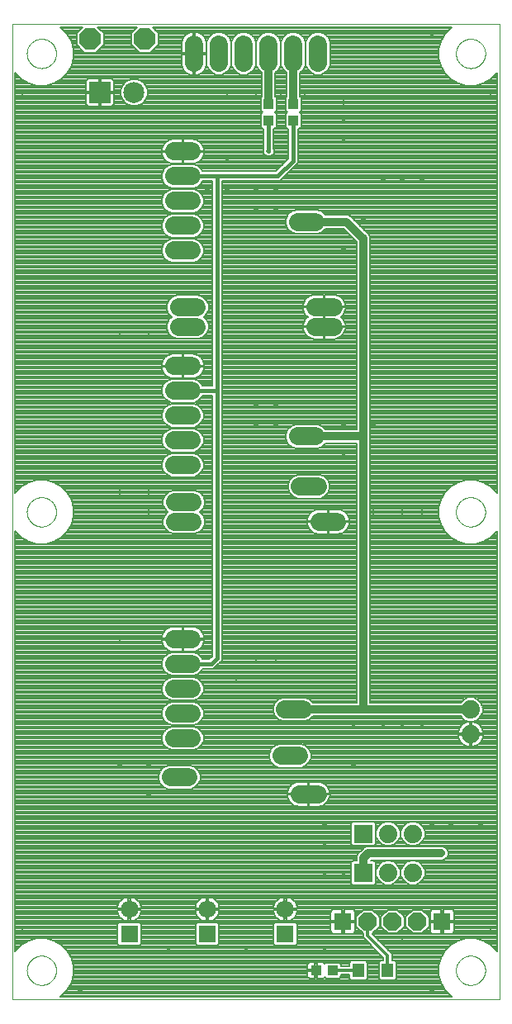
<source format=gtl>
G75*
%MOIN*%
%OFA0B0*%
%FSLAX25Y25*%
%IPPOS*%
%LPD*%
%AMOC8*
5,1,8,0,0,1.08239X$1,22.5*
%
%ADD10C,0.00000*%
%ADD11C,0.07400*%
%ADD12OC8,0.07087*%
%ADD13R,0.07087X0.07087*%
%ADD14C,0.07087*%
%ADD15R,0.04724X0.05512*%
%ADD16R,0.04331X0.03937*%
%ADD17C,0.07200*%
%ADD18R,0.07400X0.07400*%
%ADD19C,0.07400*%
%ADD20R,0.03937X0.04331*%
%ADD21R,0.08504X0.08504*%
%ADD22C,0.08504*%
%ADD23C,0.00800*%
%ADD24OC8,0.01781*%
%ADD25C,0.01200*%
%ADD26C,0.03200*%
%ADD27C,0.01600*%
%ADD28OC8,0.08600*%
D10*
X0001400Y0001400D02*
X0001400Y0395101D01*
X0198250Y0395101D01*
X0198250Y0001400D01*
X0001400Y0001400D01*
X0007305Y0013211D02*
X0007307Y0013364D01*
X0007313Y0013518D01*
X0007323Y0013671D01*
X0007337Y0013823D01*
X0007355Y0013976D01*
X0007377Y0014127D01*
X0007402Y0014278D01*
X0007432Y0014429D01*
X0007466Y0014579D01*
X0007503Y0014727D01*
X0007544Y0014875D01*
X0007589Y0015021D01*
X0007638Y0015167D01*
X0007691Y0015311D01*
X0007747Y0015453D01*
X0007807Y0015594D01*
X0007871Y0015734D01*
X0007938Y0015872D01*
X0008009Y0016008D01*
X0008084Y0016142D01*
X0008161Y0016274D01*
X0008243Y0016404D01*
X0008327Y0016532D01*
X0008415Y0016658D01*
X0008506Y0016781D01*
X0008600Y0016902D01*
X0008698Y0017020D01*
X0008798Y0017136D01*
X0008902Y0017249D01*
X0009008Y0017360D01*
X0009117Y0017468D01*
X0009229Y0017573D01*
X0009343Y0017674D01*
X0009461Y0017773D01*
X0009580Y0017869D01*
X0009702Y0017962D01*
X0009827Y0018051D01*
X0009954Y0018138D01*
X0010083Y0018220D01*
X0010214Y0018300D01*
X0010347Y0018376D01*
X0010482Y0018449D01*
X0010619Y0018518D01*
X0010758Y0018583D01*
X0010898Y0018645D01*
X0011040Y0018703D01*
X0011183Y0018758D01*
X0011328Y0018809D01*
X0011474Y0018856D01*
X0011621Y0018899D01*
X0011769Y0018938D01*
X0011918Y0018974D01*
X0012068Y0019005D01*
X0012219Y0019033D01*
X0012370Y0019057D01*
X0012523Y0019077D01*
X0012675Y0019093D01*
X0012828Y0019105D01*
X0012981Y0019113D01*
X0013134Y0019117D01*
X0013288Y0019117D01*
X0013441Y0019113D01*
X0013594Y0019105D01*
X0013747Y0019093D01*
X0013899Y0019077D01*
X0014052Y0019057D01*
X0014203Y0019033D01*
X0014354Y0019005D01*
X0014504Y0018974D01*
X0014653Y0018938D01*
X0014801Y0018899D01*
X0014948Y0018856D01*
X0015094Y0018809D01*
X0015239Y0018758D01*
X0015382Y0018703D01*
X0015524Y0018645D01*
X0015664Y0018583D01*
X0015803Y0018518D01*
X0015940Y0018449D01*
X0016075Y0018376D01*
X0016208Y0018300D01*
X0016339Y0018220D01*
X0016468Y0018138D01*
X0016595Y0018051D01*
X0016720Y0017962D01*
X0016842Y0017869D01*
X0016961Y0017773D01*
X0017079Y0017674D01*
X0017193Y0017573D01*
X0017305Y0017468D01*
X0017414Y0017360D01*
X0017520Y0017249D01*
X0017624Y0017136D01*
X0017724Y0017020D01*
X0017822Y0016902D01*
X0017916Y0016781D01*
X0018007Y0016658D01*
X0018095Y0016532D01*
X0018179Y0016404D01*
X0018261Y0016274D01*
X0018338Y0016142D01*
X0018413Y0016008D01*
X0018484Y0015872D01*
X0018551Y0015734D01*
X0018615Y0015594D01*
X0018675Y0015453D01*
X0018731Y0015311D01*
X0018784Y0015167D01*
X0018833Y0015021D01*
X0018878Y0014875D01*
X0018919Y0014727D01*
X0018956Y0014579D01*
X0018990Y0014429D01*
X0019020Y0014278D01*
X0019045Y0014127D01*
X0019067Y0013976D01*
X0019085Y0013823D01*
X0019099Y0013671D01*
X0019109Y0013518D01*
X0019115Y0013364D01*
X0019117Y0013211D01*
X0019115Y0013058D01*
X0019109Y0012904D01*
X0019099Y0012751D01*
X0019085Y0012599D01*
X0019067Y0012446D01*
X0019045Y0012295D01*
X0019020Y0012144D01*
X0018990Y0011993D01*
X0018956Y0011843D01*
X0018919Y0011695D01*
X0018878Y0011547D01*
X0018833Y0011401D01*
X0018784Y0011255D01*
X0018731Y0011111D01*
X0018675Y0010969D01*
X0018615Y0010828D01*
X0018551Y0010688D01*
X0018484Y0010550D01*
X0018413Y0010414D01*
X0018338Y0010280D01*
X0018261Y0010148D01*
X0018179Y0010018D01*
X0018095Y0009890D01*
X0018007Y0009764D01*
X0017916Y0009641D01*
X0017822Y0009520D01*
X0017724Y0009402D01*
X0017624Y0009286D01*
X0017520Y0009173D01*
X0017414Y0009062D01*
X0017305Y0008954D01*
X0017193Y0008849D01*
X0017079Y0008748D01*
X0016961Y0008649D01*
X0016842Y0008553D01*
X0016720Y0008460D01*
X0016595Y0008371D01*
X0016468Y0008284D01*
X0016339Y0008202D01*
X0016208Y0008122D01*
X0016075Y0008046D01*
X0015940Y0007973D01*
X0015803Y0007904D01*
X0015664Y0007839D01*
X0015524Y0007777D01*
X0015382Y0007719D01*
X0015239Y0007664D01*
X0015094Y0007613D01*
X0014948Y0007566D01*
X0014801Y0007523D01*
X0014653Y0007484D01*
X0014504Y0007448D01*
X0014354Y0007417D01*
X0014203Y0007389D01*
X0014052Y0007365D01*
X0013899Y0007345D01*
X0013747Y0007329D01*
X0013594Y0007317D01*
X0013441Y0007309D01*
X0013288Y0007305D01*
X0013134Y0007305D01*
X0012981Y0007309D01*
X0012828Y0007317D01*
X0012675Y0007329D01*
X0012523Y0007345D01*
X0012370Y0007365D01*
X0012219Y0007389D01*
X0012068Y0007417D01*
X0011918Y0007448D01*
X0011769Y0007484D01*
X0011621Y0007523D01*
X0011474Y0007566D01*
X0011328Y0007613D01*
X0011183Y0007664D01*
X0011040Y0007719D01*
X0010898Y0007777D01*
X0010758Y0007839D01*
X0010619Y0007904D01*
X0010482Y0007973D01*
X0010347Y0008046D01*
X0010214Y0008122D01*
X0010083Y0008202D01*
X0009954Y0008284D01*
X0009827Y0008371D01*
X0009702Y0008460D01*
X0009580Y0008553D01*
X0009461Y0008649D01*
X0009343Y0008748D01*
X0009229Y0008849D01*
X0009117Y0008954D01*
X0009008Y0009062D01*
X0008902Y0009173D01*
X0008798Y0009286D01*
X0008698Y0009402D01*
X0008600Y0009520D01*
X0008506Y0009641D01*
X0008415Y0009764D01*
X0008327Y0009890D01*
X0008243Y0010018D01*
X0008161Y0010148D01*
X0008084Y0010280D01*
X0008009Y0010414D01*
X0007938Y0010550D01*
X0007871Y0010688D01*
X0007807Y0010828D01*
X0007747Y0010969D01*
X0007691Y0011111D01*
X0007638Y0011255D01*
X0007589Y0011401D01*
X0007544Y0011547D01*
X0007503Y0011695D01*
X0007466Y0011843D01*
X0007432Y0011993D01*
X0007402Y0012144D01*
X0007377Y0012295D01*
X0007355Y0012446D01*
X0007337Y0012599D01*
X0007323Y0012751D01*
X0007313Y0012904D01*
X0007307Y0013058D01*
X0007305Y0013211D01*
X0007305Y0198250D02*
X0007307Y0198403D01*
X0007313Y0198557D01*
X0007323Y0198710D01*
X0007337Y0198862D01*
X0007355Y0199015D01*
X0007377Y0199166D01*
X0007402Y0199317D01*
X0007432Y0199468D01*
X0007466Y0199618D01*
X0007503Y0199766D01*
X0007544Y0199914D01*
X0007589Y0200060D01*
X0007638Y0200206D01*
X0007691Y0200350D01*
X0007747Y0200492D01*
X0007807Y0200633D01*
X0007871Y0200773D01*
X0007938Y0200911D01*
X0008009Y0201047D01*
X0008084Y0201181D01*
X0008161Y0201313D01*
X0008243Y0201443D01*
X0008327Y0201571D01*
X0008415Y0201697D01*
X0008506Y0201820D01*
X0008600Y0201941D01*
X0008698Y0202059D01*
X0008798Y0202175D01*
X0008902Y0202288D01*
X0009008Y0202399D01*
X0009117Y0202507D01*
X0009229Y0202612D01*
X0009343Y0202713D01*
X0009461Y0202812D01*
X0009580Y0202908D01*
X0009702Y0203001D01*
X0009827Y0203090D01*
X0009954Y0203177D01*
X0010083Y0203259D01*
X0010214Y0203339D01*
X0010347Y0203415D01*
X0010482Y0203488D01*
X0010619Y0203557D01*
X0010758Y0203622D01*
X0010898Y0203684D01*
X0011040Y0203742D01*
X0011183Y0203797D01*
X0011328Y0203848D01*
X0011474Y0203895D01*
X0011621Y0203938D01*
X0011769Y0203977D01*
X0011918Y0204013D01*
X0012068Y0204044D01*
X0012219Y0204072D01*
X0012370Y0204096D01*
X0012523Y0204116D01*
X0012675Y0204132D01*
X0012828Y0204144D01*
X0012981Y0204152D01*
X0013134Y0204156D01*
X0013288Y0204156D01*
X0013441Y0204152D01*
X0013594Y0204144D01*
X0013747Y0204132D01*
X0013899Y0204116D01*
X0014052Y0204096D01*
X0014203Y0204072D01*
X0014354Y0204044D01*
X0014504Y0204013D01*
X0014653Y0203977D01*
X0014801Y0203938D01*
X0014948Y0203895D01*
X0015094Y0203848D01*
X0015239Y0203797D01*
X0015382Y0203742D01*
X0015524Y0203684D01*
X0015664Y0203622D01*
X0015803Y0203557D01*
X0015940Y0203488D01*
X0016075Y0203415D01*
X0016208Y0203339D01*
X0016339Y0203259D01*
X0016468Y0203177D01*
X0016595Y0203090D01*
X0016720Y0203001D01*
X0016842Y0202908D01*
X0016961Y0202812D01*
X0017079Y0202713D01*
X0017193Y0202612D01*
X0017305Y0202507D01*
X0017414Y0202399D01*
X0017520Y0202288D01*
X0017624Y0202175D01*
X0017724Y0202059D01*
X0017822Y0201941D01*
X0017916Y0201820D01*
X0018007Y0201697D01*
X0018095Y0201571D01*
X0018179Y0201443D01*
X0018261Y0201313D01*
X0018338Y0201181D01*
X0018413Y0201047D01*
X0018484Y0200911D01*
X0018551Y0200773D01*
X0018615Y0200633D01*
X0018675Y0200492D01*
X0018731Y0200350D01*
X0018784Y0200206D01*
X0018833Y0200060D01*
X0018878Y0199914D01*
X0018919Y0199766D01*
X0018956Y0199618D01*
X0018990Y0199468D01*
X0019020Y0199317D01*
X0019045Y0199166D01*
X0019067Y0199015D01*
X0019085Y0198862D01*
X0019099Y0198710D01*
X0019109Y0198557D01*
X0019115Y0198403D01*
X0019117Y0198250D01*
X0019115Y0198097D01*
X0019109Y0197943D01*
X0019099Y0197790D01*
X0019085Y0197638D01*
X0019067Y0197485D01*
X0019045Y0197334D01*
X0019020Y0197183D01*
X0018990Y0197032D01*
X0018956Y0196882D01*
X0018919Y0196734D01*
X0018878Y0196586D01*
X0018833Y0196440D01*
X0018784Y0196294D01*
X0018731Y0196150D01*
X0018675Y0196008D01*
X0018615Y0195867D01*
X0018551Y0195727D01*
X0018484Y0195589D01*
X0018413Y0195453D01*
X0018338Y0195319D01*
X0018261Y0195187D01*
X0018179Y0195057D01*
X0018095Y0194929D01*
X0018007Y0194803D01*
X0017916Y0194680D01*
X0017822Y0194559D01*
X0017724Y0194441D01*
X0017624Y0194325D01*
X0017520Y0194212D01*
X0017414Y0194101D01*
X0017305Y0193993D01*
X0017193Y0193888D01*
X0017079Y0193787D01*
X0016961Y0193688D01*
X0016842Y0193592D01*
X0016720Y0193499D01*
X0016595Y0193410D01*
X0016468Y0193323D01*
X0016339Y0193241D01*
X0016208Y0193161D01*
X0016075Y0193085D01*
X0015940Y0193012D01*
X0015803Y0192943D01*
X0015664Y0192878D01*
X0015524Y0192816D01*
X0015382Y0192758D01*
X0015239Y0192703D01*
X0015094Y0192652D01*
X0014948Y0192605D01*
X0014801Y0192562D01*
X0014653Y0192523D01*
X0014504Y0192487D01*
X0014354Y0192456D01*
X0014203Y0192428D01*
X0014052Y0192404D01*
X0013899Y0192384D01*
X0013747Y0192368D01*
X0013594Y0192356D01*
X0013441Y0192348D01*
X0013288Y0192344D01*
X0013134Y0192344D01*
X0012981Y0192348D01*
X0012828Y0192356D01*
X0012675Y0192368D01*
X0012523Y0192384D01*
X0012370Y0192404D01*
X0012219Y0192428D01*
X0012068Y0192456D01*
X0011918Y0192487D01*
X0011769Y0192523D01*
X0011621Y0192562D01*
X0011474Y0192605D01*
X0011328Y0192652D01*
X0011183Y0192703D01*
X0011040Y0192758D01*
X0010898Y0192816D01*
X0010758Y0192878D01*
X0010619Y0192943D01*
X0010482Y0193012D01*
X0010347Y0193085D01*
X0010214Y0193161D01*
X0010083Y0193241D01*
X0009954Y0193323D01*
X0009827Y0193410D01*
X0009702Y0193499D01*
X0009580Y0193592D01*
X0009461Y0193688D01*
X0009343Y0193787D01*
X0009229Y0193888D01*
X0009117Y0193993D01*
X0009008Y0194101D01*
X0008902Y0194212D01*
X0008798Y0194325D01*
X0008698Y0194441D01*
X0008600Y0194559D01*
X0008506Y0194680D01*
X0008415Y0194803D01*
X0008327Y0194929D01*
X0008243Y0195057D01*
X0008161Y0195187D01*
X0008084Y0195319D01*
X0008009Y0195453D01*
X0007938Y0195589D01*
X0007871Y0195727D01*
X0007807Y0195867D01*
X0007747Y0196008D01*
X0007691Y0196150D01*
X0007638Y0196294D01*
X0007589Y0196440D01*
X0007544Y0196586D01*
X0007503Y0196734D01*
X0007466Y0196882D01*
X0007432Y0197032D01*
X0007402Y0197183D01*
X0007377Y0197334D01*
X0007355Y0197485D01*
X0007337Y0197638D01*
X0007323Y0197790D01*
X0007313Y0197943D01*
X0007307Y0198097D01*
X0007305Y0198250D01*
X0007305Y0383290D02*
X0007307Y0383443D01*
X0007313Y0383597D01*
X0007323Y0383750D01*
X0007337Y0383902D01*
X0007355Y0384055D01*
X0007377Y0384206D01*
X0007402Y0384357D01*
X0007432Y0384508D01*
X0007466Y0384658D01*
X0007503Y0384806D01*
X0007544Y0384954D01*
X0007589Y0385100D01*
X0007638Y0385246D01*
X0007691Y0385390D01*
X0007747Y0385532D01*
X0007807Y0385673D01*
X0007871Y0385813D01*
X0007938Y0385951D01*
X0008009Y0386087D01*
X0008084Y0386221D01*
X0008161Y0386353D01*
X0008243Y0386483D01*
X0008327Y0386611D01*
X0008415Y0386737D01*
X0008506Y0386860D01*
X0008600Y0386981D01*
X0008698Y0387099D01*
X0008798Y0387215D01*
X0008902Y0387328D01*
X0009008Y0387439D01*
X0009117Y0387547D01*
X0009229Y0387652D01*
X0009343Y0387753D01*
X0009461Y0387852D01*
X0009580Y0387948D01*
X0009702Y0388041D01*
X0009827Y0388130D01*
X0009954Y0388217D01*
X0010083Y0388299D01*
X0010214Y0388379D01*
X0010347Y0388455D01*
X0010482Y0388528D01*
X0010619Y0388597D01*
X0010758Y0388662D01*
X0010898Y0388724D01*
X0011040Y0388782D01*
X0011183Y0388837D01*
X0011328Y0388888D01*
X0011474Y0388935D01*
X0011621Y0388978D01*
X0011769Y0389017D01*
X0011918Y0389053D01*
X0012068Y0389084D01*
X0012219Y0389112D01*
X0012370Y0389136D01*
X0012523Y0389156D01*
X0012675Y0389172D01*
X0012828Y0389184D01*
X0012981Y0389192D01*
X0013134Y0389196D01*
X0013288Y0389196D01*
X0013441Y0389192D01*
X0013594Y0389184D01*
X0013747Y0389172D01*
X0013899Y0389156D01*
X0014052Y0389136D01*
X0014203Y0389112D01*
X0014354Y0389084D01*
X0014504Y0389053D01*
X0014653Y0389017D01*
X0014801Y0388978D01*
X0014948Y0388935D01*
X0015094Y0388888D01*
X0015239Y0388837D01*
X0015382Y0388782D01*
X0015524Y0388724D01*
X0015664Y0388662D01*
X0015803Y0388597D01*
X0015940Y0388528D01*
X0016075Y0388455D01*
X0016208Y0388379D01*
X0016339Y0388299D01*
X0016468Y0388217D01*
X0016595Y0388130D01*
X0016720Y0388041D01*
X0016842Y0387948D01*
X0016961Y0387852D01*
X0017079Y0387753D01*
X0017193Y0387652D01*
X0017305Y0387547D01*
X0017414Y0387439D01*
X0017520Y0387328D01*
X0017624Y0387215D01*
X0017724Y0387099D01*
X0017822Y0386981D01*
X0017916Y0386860D01*
X0018007Y0386737D01*
X0018095Y0386611D01*
X0018179Y0386483D01*
X0018261Y0386353D01*
X0018338Y0386221D01*
X0018413Y0386087D01*
X0018484Y0385951D01*
X0018551Y0385813D01*
X0018615Y0385673D01*
X0018675Y0385532D01*
X0018731Y0385390D01*
X0018784Y0385246D01*
X0018833Y0385100D01*
X0018878Y0384954D01*
X0018919Y0384806D01*
X0018956Y0384658D01*
X0018990Y0384508D01*
X0019020Y0384357D01*
X0019045Y0384206D01*
X0019067Y0384055D01*
X0019085Y0383902D01*
X0019099Y0383750D01*
X0019109Y0383597D01*
X0019115Y0383443D01*
X0019117Y0383290D01*
X0019115Y0383137D01*
X0019109Y0382983D01*
X0019099Y0382830D01*
X0019085Y0382678D01*
X0019067Y0382525D01*
X0019045Y0382374D01*
X0019020Y0382223D01*
X0018990Y0382072D01*
X0018956Y0381922D01*
X0018919Y0381774D01*
X0018878Y0381626D01*
X0018833Y0381480D01*
X0018784Y0381334D01*
X0018731Y0381190D01*
X0018675Y0381048D01*
X0018615Y0380907D01*
X0018551Y0380767D01*
X0018484Y0380629D01*
X0018413Y0380493D01*
X0018338Y0380359D01*
X0018261Y0380227D01*
X0018179Y0380097D01*
X0018095Y0379969D01*
X0018007Y0379843D01*
X0017916Y0379720D01*
X0017822Y0379599D01*
X0017724Y0379481D01*
X0017624Y0379365D01*
X0017520Y0379252D01*
X0017414Y0379141D01*
X0017305Y0379033D01*
X0017193Y0378928D01*
X0017079Y0378827D01*
X0016961Y0378728D01*
X0016842Y0378632D01*
X0016720Y0378539D01*
X0016595Y0378450D01*
X0016468Y0378363D01*
X0016339Y0378281D01*
X0016208Y0378201D01*
X0016075Y0378125D01*
X0015940Y0378052D01*
X0015803Y0377983D01*
X0015664Y0377918D01*
X0015524Y0377856D01*
X0015382Y0377798D01*
X0015239Y0377743D01*
X0015094Y0377692D01*
X0014948Y0377645D01*
X0014801Y0377602D01*
X0014653Y0377563D01*
X0014504Y0377527D01*
X0014354Y0377496D01*
X0014203Y0377468D01*
X0014052Y0377444D01*
X0013899Y0377424D01*
X0013747Y0377408D01*
X0013594Y0377396D01*
X0013441Y0377388D01*
X0013288Y0377384D01*
X0013134Y0377384D01*
X0012981Y0377388D01*
X0012828Y0377396D01*
X0012675Y0377408D01*
X0012523Y0377424D01*
X0012370Y0377444D01*
X0012219Y0377468D01*
X0012068Y0377496D01*
X0011918Y0377527D01*
X0011769Y0377563D01*
X0011621Y0377602D01*
X0011474Y0377645D01*
X0011328Y0377692D01*
X0011183Y0377743D01*
X0011040Y0377798D01*
X0010898Y0377856D01*
X0010758Y0377918D01*
X0010619Y0377983D01*
X0010482Y0378052D01*
X0010347Y0378125D01*
X0010214Y0378201D01*
X0010083Y0378281D01*
X0009954Y0378363D01*
X0009827Y0378450D01*
X0009702Y0378539D01*
X0009580Y0378632D01*
X0009461Y0378728D01*
X0009343Y0378827D01*
X0009229Y0378928D01*
X0009117Y0379033D01*
X0009008Y0379141D01*
X0008902Y0379252D01*
X0008798Y0379365D01*
X0008698Y0379481D01*
X0008600Y0379599D01*
X0008506Y0379720D01*
X0008415Y0379843D01*
X0008327Y0379969D01*
X0008243Y0380097D01*
X0008161Y0380227D01*
X0008084Y0380359D01*
X0008009Y0380493D01*
X0007938Y0380629D01*
X0007871Y0380767D01*
X0007807Y0380907D01*
X0007747Y0381048D01*
X0007691Y0381190D01*
X0007638Y0381334D01*
X0007589Y0381480D01*
X0007544Y0381626D01*
X0007503Y0381774D01*
X0007466Y0381922D01*
X0007432Y0382072D01*
X0007402Y0382223D01*
X0007377Y0382374D01*
X0007355Y0382525D01*
X0007337Y0382678D01*
X0007323Y0382830D01*
X0007313Y0382983D01*
X0007307Y0383137D01*
X0007305Y0383290D01*
X0180533Y0383290D02*
X0180535Y0383443D01*
X0180541Y0383597D01*
X0180551Y0383750D01*
X0180565Y0383902D01*
X0180583Y0384055D01*
X0180605Y0384206D01*
X0180630Y0384357D01*
X0180660Y0384508D01*
X0180694Y0384658D01*
X0180731Y0384806D01*
X0180772Y0384954D01*
X0180817Y0385100D01*
X0180866Y0385246D01*
X0180919Y0385390D01*
X0180975Y0385532D01*
X0181035Y0385673D01*
X0181099Y0385813D01*
X0181166Y0385951D01*
X0181237Y0386087D01*
X0181312Y0386221D01*
X0181389Y0386353D01*
X0181471Y0386483D01*
X0181555Y0386611D01*
X0181643Y0386737D01*
X0181734Y0386860D01*
X0181828Y0386981D01*
X0181926Y0387099D01*
X0182026Y0387215D01*
X0182130Y0387328D01*
X0182236Y0387439D01*
X0182345Y0387547D01*
X0182457Y0387652D01*
X0182571Y0387753D01*
X0182689Y0387852D01*
X0182808Y0387948D01*
X0182930Y0388041D01*
X0183055Y0388130D01*
X0183182Y0388217D01*
X0183311Y0388299D01*
X0183442Y0388379D01*
X0183575Y0388455D01*
X0183710Y0388528D01*
X0183847Y0388597D01*
X0183986Y0388662D01*
X0184126Y0388724D01*
X0184268Y0388782D01*
X0184411Y0388837D01*
X0184556Y0388888D01*
X0184702Y0388935D01*
X0184849Y0388978D01*
X0184997Y0389017D01*
X0185146Y0389053D01*
X0185296Y0389084D01*
X0185447Y0389112D01*
X0185598Y0389136D01*
X0185751Y0389156D01*
X0185903Y0389172D01*
X0186056Y0389184D01*
X0186209Y0389192D01*
X0186362Y0389196D01*
X0186516Y0389196D01*
X0186669Y0389192D01*
X0186822Y0389184D01*
X0186975Y0389172D01*
X0187127Y0389156D01*
X0187280Y0389136D01*
X0187431Y0389112D01*
X0187582Y0389084D01*
X0187732Y0389053D01*
X0187881Y0389017D01*
X0188029Y0388978D01*
X0188176Y0388935D01*
X0188322Y0388888D01*
X0188467Y0388837D01*
X0188610Y0388782D01*
X0188752Y0388724D01*
X0188892Y0388662D01*
X0189031Y0388597D01*
X0189168Y0388528D01*
X0189303Y0388455D01*
X0189436Y0388379D01*
X0189567Y0388299D01*
X0189696Y0388217D01*
X0189823Y0388130D01*
X0189948Y0388041D01*
X0190070Y0387948D01*
X0190189Y0387852D01*
X0190307Y0387753D01*
X0190421Y0387652D01*
X0190533Y0387547D01*
X0190642Y0387439D01*
X0190748Y0387328D01*
X0190852Y0387215D01*
X0190952Y0387099D01*
X0191050Y0386981D01*
X0191144Y0386860D01*
X0191235Y0386737D01*
X0191323Y0386611D01*
X0191407Y0386483D01*
X0191489Y0386353D01*
X0191566Y0386221D01*
X0191641Y0386087D01*
X0191712Y0385951D01*
X0191779Y0385813D01*
X0191843Y0385673D01*
X0191903Y0385532D01*
X0191959Y0385390D01*
X0192012Y0385246D01*
X0192061Y0385100D01*
X0192106Y0384954D01*
X0192147Y0384806D01*
X0192184Y0384658D01*
X0192218Y0384508D01*
X0192248Y0384357D01*
X0192273Y0384206D01*
X0192295Y0384055D01*
X0192313Y0383902D01*
X0192327Y0383750D01*
X0192337Y0383597D01*
X0192343Y0383443D01*
X0192345Y0383290D01*
X0192343Y0383137D01*
X0192337Y0382983D01*
X0192327Y0382830D01*
X0192313Y0382678D01*
X0192295Y0382525D01*
X0192273Y0382374D01*
X0192248Y0382223D01*
X0192218Y0382072D01*
X0192184Y0381922D01*
X0192147Y0381774D01*
X0192106Y0381626D01*
X0192061Y0381480D01*
X0192012Y0381334D01*
X0191959Y0381190D01*
X0191903Y0381048D01*
X0191843Y0380907D01*
X0191779Y0380767D01*
X0191712Y0380629D01*
X0191641Y0380493D01*
X0191566Y0380359D01*
X0191489Y0380227D01*
X0191407Y0380097D01*
X0191323Y0379969D01*
X0191235Y0379843D01*
X0191144Y0379720D01*
X0191050Y0379599D01*
X0190952Y0379481D01*
X0190852Y0379365D01*
X0190748Y0379252D01*
X0190642Y0379141D01*
X0190533Y0379033D01*
X0190421Y0378928D01*
X0190307Y0378827D01*
X0190189Y0378728D01*
X0190070Y0378632D01*
X0189948Y0378539D01*
X0189823Y0378450D01*
X0189696Y0378363D01*
X0189567Y0378281D01*
X0189436Y0378201D01*
X0189303Y0378125D01*
X0189168Y0378052D01*
X0189031Y0377983D01*
X0188892Y0377918D01*
X0188752Y0377856D01*
X0188610Y0377798D01*
X0188467Y0377743D01*
X0188322Y0377692D01*
X0188176Y0377645D01*
X0188029Y0377602D01*
X0187881Y0377563D01*
X0187732Y0377527D01*
X0187582Y0377496D01*
X0187431Y0377468D01*
X0187280Y0377444D01*
X0187127Y0377424D01*
X0186975Y0377408D01*
X0186822Y0377396D01*
X0186669Y0377388D01*
X0186516Y0377384D01*
X0186362Y0377384D01*
X0186209Y0377388D01*
X0186056Y0377396D01*
X0185903Y0377408D01*
X0185751Y0377424D01*
X0185598Y0377444D01*
X0185447Y0377468D01*
X0185296Y0377496D01*
X0185146Y0377527D01*
X0184997Y0377563D01*
X0184849Y0377602D01*
X0184702Y0377645D01*
X0184556Y0377692D01*
X0184411Y0377743D01*
X0184268Y0377798D01*
X0184126Y0377856D01*
X0183986Y0377918D01*
X0183847Y0377983D01*
X0183710Y0378052D01*
X0183575Y0378125D01*
X0183442Y0378201D01*
X0183311Y0378281D01*
X0183182Y0378363D01*
X0183055Y0378450D01*
X0182930Y0378539D01*
X0182808Y0378632D01*
X0182689Y0378728D01*
X0182571Y0378827D01*
X0182457Y0378928D01*
X0182345Y0379033D01*
X0182236Y0379141D01*
X0182130Y0379252D01*
X0182026Y0379365D01*
X0181926Y0379481D01*
X0181828Y0379599D01*
X0181734Y0379720D01*
X0181643Y0379843D01*
X0181555Y0379969D01*
X0181471Y0380097D01*
X0181389Y0380227D01*
X0181312Y0380359D01*
X0181237Y0380493D01*
X0181166Y0380629D01*
X0181099Y0380767D01*
X0181035Y0380907D01*
X0180975Y0381048D01*
X0180919Y0381190D01*
X0180866Y0381334D01*
X0180817Y0381480D01*
X0180772Y0381626D01*
X0180731Y0381774D01*
X0180694Y0381922D01*
X0180660Y0382072D01*
X0180630Y0382223D01*
X0180605Y0382374D01*
X0180583Y0382525D01*
X0180565Y0382678D01*
X0180551Y0382830D01*
X0180541Y0382983D01*
X0180535Y0383137D01*
X0180533Y0383290D01*
X0180533Y0198250D02*
X0180535Y0198403D01*
X0180541Y0198557D01*
X0180551Y0198710D01*
X0180565Y0198862D01*
X0180583Y0199015D01*
X0180605Y0199166D01*
X0180630Y0199317D01*
X0180660Y0199468D01*
X0180694Y0199618D01*
X0180731Y0199766D01*
X0180772Y0199914D01*
X0180817Y0200060D01*
X0180866Y0200206D01*
X0180919Y0200350D01*
X0180975Y0200492D01*
X0181035Y0200633D01*
X0181099Y0200773D01*
X0181166Y0200911D01*
X0181237Y0201047D01*
X0181312Y0201181D01*
X0181389Y0201313D01*
X0181471Y0201443D01*
X0181555Y0201571D01*
X0181643Y0201697D01*
X0181734Y0201820D01*
X0181828Y0201941D01*
X0181926Y0202059D01*
X0182026Y0202175D01*
X0182130Y0202288D01*
X0182236Y0202399D01*
X0182345Y0202507D01*
X0182457Y0202612D01*
X0182571Y0202713D01*
X0182689Y0202812D01*
X0182808Y0202908D01*
X0182930Y0203001D01*
X0183055Y0203090D01*
X0183182Y0203177D01*
X0183311Y0203259D01*
X0183442Y0203339D01*
X0183575Y0203415D01*
X0183710Y0203488D01*
X0183847Y0203557D01*
X0183986Y0203622D01*
X0184126Y0203684D01*
X0184268Y0203742D01*
X0184411Y0203797D01*
X0184556Y0203848D01*
X0184702Y0203895D01*
X0184849Y0203938D01*
X0184997Y0203977D01*
X0185146Y0204013D01*
X0185296Y0204044D01*
X0185447Y0204072D01*
X0185598Y0204096D01*
X0185751Y0204116D01*
X0185903Y0204132D01*
X0186056Y0204144D01*
X0186209Y0204152D01*
X0186362Y0204156D01*
X0186516Y0204156D01*
X0186669Y0204152D01*
X0186822Y0204144D01*
X0186975Y0204132D01*
X0187127Y0204116D01*
X0187280Y0204096D01*
X0187431Y0204072D01*
X0187582Y0204044D01*
X0187732Y0204013D01*
X0187881Y0203977D01*
X0188029Y0203938D01*
X0188176Y0203895D01*
X0188322Y0203848D01*
X0188467Y0203797D01*
X0188610Y0203742D01*
X0188752Y0203684D01*
X0188892Y0203622D01*
X0189031Y0203557D01*
X0189168Y0203488D01*
X0189303Y0203415D01*
X0189436Y0203339D01*
X0189567Y0203259D01*
X0189696Y0203177D01*
X0189823Y0203090D01*
X0189948Y0203001D01*
X0190070Y0202908D01*
X0190189Y0202812D01*
X0190307Y0202713D01*
X0190421Y0202612D01*
X0190533Y0202507D01*
X0190642Y0202399D01*
X0190748Y0202288D01*
X0190852Y0202175D01*
X0190952Y0202059D01*
X0191050Y0201941D01*
X0191144Y0201820D01*
X0191235Y0201697D01*
X0191323Y0201571D01*
X0191407Y0201443D01*
X0191489Y0201313D01*
X0191566Y0201181D01*
X0191641Y0201047D01*
X0191712Y0200911D01*
X0191779Y0200773D01*
X0191843Y0200633D01*
X0191903Y0200492D01*
X0191959Y0200350D01*
X0192012Y0200206D01*
X0192061Y0200060D01*
X0192106Y0199914D01*
X0192147Y0199766D01*
X0192184Y0199618D01*
X0192218Y0199468D01*
X0192248Y0199317D01*
X0192273Y0199166D01*
X0192295Y0199015D01*
X0192313Y0198862D01*
X0192327Y0198710D01*
X0192337Y0198557D01*
X0192343Y0198403D01*
X0192345Y0198250D01*
X0192343Y0198097D01*
X0192337Y0197943D01*
X0192327Y0197790D01*
X0192313Y0197638D01*
X0192295Y0197485D01*
X0192273Y0197334D01*
X0192248Y0197183D01*
X0192218Y0197032D01*
X0192184Y0196882D01*
X0192147Y0196734D01*
X0192106Y0196586D01*
X0192061Y0196440D01*
X0192012Y0196294D01*
X0191959Y0196150D01*
X0191903Y0196008D01*
X0191843Y0195867D01*
X0191779Y0195727D01*
X0191712Y0195589D01*
X0191641Y0195453D01*
X0191566Y0195319D01*
X0191489Y0195187D01*
X0191407Y0195057D01*
X0191323Y0194929D01*
X0191235Y0194803D01*
X0191144Y0194680D01*
X0191050Y0194559D01*
X0190952Y0194441D01*
X0190852Y0194325D01*
X0190748Y0194212D01*
X0190642Y0194101D01*
X0190533Y0193993D01*
X0190421Y0193888D01*
X0190307Y0193787D01*
X0190189Y0193688D01*
X0190070Y0193592D01*
X0189948Y0193499D01*
X0189823Y0193410D01*
X0189696Y0193323D01*
X0189567Y0193241D01*
X0189436Y0193161D01*
X0189303Y0193085D01*
X0189168Y0193012D01*
X0189031Y0192943D01*
X0188892Y0192878D01*
X0188752Y0192816D01*
X0188610Y0192758D01*
X0188467Y0192703D01*
X0188322Y0192652D01*
X0188176Y0192605D01*
X0188029Y0192562D01*
X0187881Y0192523D01*
X0187732Y0192487D01*
X0187582Y0192456D01*
X0187431Y0192428D01*
X0187280Y0192404D01*
X0187127Y0192384D01*
X0186975Y0192368D01*
X0186822Y0192356D01*
X0186669Y0192348D01*
X0186516Y0192344D01*
X0186362Y0192344D01*
X0186209Y0192348D01*
X0186056Y0192356D01*
X0185903Y0192368D01*
X0185751Y0192384D01*
X0185598Y0192404D01*
X0185447Y0192428D01*
X0185296Y0192456D01*
X0185146Y0192487D01*
X0184997Y0192523D01*
X0184849Y0192562D01*
X0184702Y0192605D01*
X0184556Y0192652D01*
X0184411Y0192703D01*
X0184268Y0192758D01*
X0184126Y0192816D01*
X0183986Y0192878D01*
X0183847Y0192943D01*
X0183710Y0193012D01*
X0183575Y0193085D01*
X0183442Y0193161D01*
X0183311Y0193241D01*
X0183182Y0193323D01*
X0183055Y0193410D01*
X0182930Y0193499D01*
X0182808Y0193592D01*
X0182689Y0193688D01*
X0182571Y0193787D01*
X0182457Y0193888D01*
X0182345Y0193993D01*
X0182236Y0194101D01*
X0182130Y0194212D01*
X0182026Y0194325D01*
X0181926Y0194441D01*
X0181828Y0194559D01*
X0181734Y0194680D01*
X0181643Y0194803D01*
X0181555Y0194929D01*
X0181471Y0195057D01*
X0181389Y0195187D01*
X0181312Y0195319D01*
X0181237Y0195453D01*
X0181166Y0195589D01*
X0181099Y0195727D01*
X0181035Y0195867D01*
X0180975Y0196008D01*
X0180919Y0196150D01*
X0180866Y0196294D01*
X0180817Y0196440D01*
X0180772Y0196586D01*
X0180731Y0196734D01*
X0180694Y0196882D01*
X0180660Y0197032D01*
X0180630Y0197183D01*
X0180605Y0197334D01*
X0180583Y0197485D01*
X0180565Y0197638D01*
X0180551Y0197790D01*
X0180541Y0197943D01*
X0180535Y0198097D01*
X0180533Y0198250D01*
X0180533Y0013211D02*
X0180535Y0013364D01*
X0180541Y0013518D01*
X0180551Y0013671D01*
X0180565Y0013823D01*
X0180583Y0013976D01*
X0180605Y0014127D01*
X0180630Y0014278D01*
X0180660Y0014429D01*
X0180694Y0014579D01*
X0180731Y0014727D01*
X0180772Y0014875D01*
X0180817Y0015021D01*
X0180866Y0015167D01*
X0180919Y0015311D01*
X0180975Y0015453D01*
X0181035Y0015594D01*
X0181099Y0015734D01*
X0181166Y0015872D01*
X0181237Y0016008D01*
X0181312Y0016142D01*
X0181389Y0016274D01*
X0181471Y0016404D01*
X0181555Y0016532D01*
X0181643Y0016658D01*
X0181734Y0016781D01*
X0181828Y0016902D01*
X0181926Y0017020D01*
X0182026Y0017136D01*
X0182130Y0017249D01*
X0182236Y0017360D01*
X0182345Y0017468D01*
X0182457Y0017573D01*
X0182571Y0017674D01*
X0182689Y0017773D01*
X0182808Y0017869D01*
X0182930Y0017962D01*
X0183055Y0018051D01*
X0183182Y0018138D01*
X0183311Y0018220D01*
X0183442Y0018300D01*
X0183575Y0018376D01*
X0183710Y0018449D01*
X0183847Y0018518D01*
X0183986Y0018583D01*
X0184126Y0018645D01*
X0184268Y0018703D01*
X0184411Y0018758D01*
X0184556Y0018809D01*
X0184702Y0018856D01*
X0184849Y0018899D01*
X0184997Y0018938D01*
X0185146Y0018974D01*
X0185296Y0019005D01*
X0185447Y0019033D01*
X0185598Y0019057D01*
X0185751Y0019077D01*
X0185903Y0019093D01*
X0186056Y0019105D01*
X0186209Y0019113D01*
X0186362Y0019117D01*
X0186516Y0019117D01*
X0186669Y0019113D01*
X0186822Y0019105D01*
X0186975Y0019093D01*
X0187127Y0019077D01*
X0187280Y0019057D01*
X0187431Y0019033D01*
X0187582Y0019005D01*
X0187732Y0018974D01*
X0187881Y0018938D01*
X0188029Y0018899D01*
X0188176Y0018856D01*
X0188322Y0018809D01*
X0188467Y0018758D01*
X0188610Y0018703D01*
X0188752Y0018645D01*
X0188892Y0018583D01*
X0189031Y0018518D01*
X0189168Y0018449D01*
X0189303Y0018376D01*
X0189436Y0018300D01*
X0189567Y0018220D01*
X0189696Y0018138D01*
X0189823Y0018051D01*
X0189948Y0017962D01*
X0190070Y0017869D01*
X0190189Y0017773D01*
X0190307Y0017674D01*
X0190421Y0017573D01*
X0190533Y0017468D01*
X0190642Y0017360D01*
X0190748Y0017249D01*
X0190852Y0017136D01*
X0190952Y0017020D01*
X0191050Y0016902D01*
X0191144Y0016781D01*
X0191235Y0016658D01*
X0191323Y0016532D01*
X0191407Y0016404D01*
X0191489Y0016274D01*
X0191566Y0016142D01*
X0191641Y0016008D01*
X0191712Y0015872D01*
X0191779Y0015734D01*
X0191843Y0015594D01*
X0191903Y0015453D01*
X0191959Y0015311D01*
X0192012Y0015167D01*
X0192061Y0015021D01*
X0192106Y0014875D01*
X0192147Y0014727D01*
X0192184Y0014579D01*
X0192218Y0014429D01*
X0192248Y0014278D01*
X0192273Y0014127D01*
X0192295Y0013976D01*
X0192313Y0013823D01*
X0192327Y0013671D01*
X0192337Y0013518D01*
X0192343Y0013364D01*
X0192345Y0013211D01*
X0192343Y0013058D01*
X0192337Y0012904D01*
X0192327Y0012751D01*
X0192313Y0012599D01*
X0192295Y0012446D01*
X0192273Y0012295D01*
X0192248Y0012144D01*
X0192218Y0011993D01*
X0192184Y0011843D01*
X0192147Y0011695D01*
X0192106Y0011547D01*
X0192061Y0011401D01*
X0192012Y0011255D01*
X0191959Y0011111D01*
X0191903Y0010969D01*
X0191843Y0010828D01*
X0191779Y0010688D01*
X0191712Y0010550D01*
X0191641Y0010414D01*
X0191566Y0010280D01*
X0191489Y0010148D01*
X0191407Y0010018D01*
X0191323Y0009890D01*
X0191235Y0009764D01*
X0191144Y0009641D01*
X0191050Y0009520D01*
X0190952Y0009402D01*
X0190852Y0009286D01*
X0190748Y0009173D01*
X0190642Y0009062D01*
X0190533Y0008954D01*
X0190421Y0008849D01*
X0190307Y0008748D01*
X0190189Y0008649D01*
X0190070Y0008553D01*
X0189948Y0008460D01*
X0189823Y0008371D01*
X0189696Y0008284D01*
X0189567Y0008202D01*
X0189436Y0008122D01*
X0189303Y0008046D01*
X0189168Y0007973D01*
X0189031Y0007904D01*
X0188892Y0007839D01*
X0188752Y0007777D01*
X0188610Y0007719D01*
X0188467Y0007664D01*
X0188322Y0007613D01*
X0188176Y0007566D01*
X0188029Y0007523D01*
X0187881Y0007484D01*
X0187732Y0007448D01*
X0187582Y0007417D01*
X0187431Y0007389D01*
X0187280Y0007365D01*
X0187127Y0007345D01*
X0186975Y0007329D01*
X0186822Y0007317D01*
X0186669Y0007309D01*
X0186516Y0007305D01*
X0186362Y0007305D01*
X0186209Y0007309D01*
X0186056Y0007317D01*
X0185903Y0007329D01*
X0185751Y0007345D01*
X0185598Y0007365D01*
X0185447Y0007389D01*
X0185296Y0007417D01*
X0185146Y0007448D01*
X0184997Y0007484D01*
X0184849Y0007523D01*
X0184702Y0007566D01*
X0184556Y0007613D01*
X0184411Y0007664D01*
X0184268Y0007719D01*
X0184126Y0007777D01*
X0183986Y0007839D01*
X0183847Y0007904D01*
X0183710Y0007973D01*
X0183575Y0008046D01*
X0183442Y0008122D01*
X0183311Y0008202D01*
X0183182Y0008284D01*
X0183055Y0008371D01*
X0182930Y0008460D01*
X0182808Y0008553D01*
X0182689Y0008649D01*
X0182571Y0008748D01*
X0182457Y0008849D01*
X0182345Y0008954D01*
X0182236Y0009062D01*
X0182130Y0009173D01*
X0182026Y0009286D01*
X0181926Y0009402D01*
X0181828Y0009520D01*
X0181734Y0009641D01*
X0181643Y0009764D01*
X0181555Y0009890D01*
X0181471Y0010018D01*
X0181389Y0010148D01*
X0181312Y0010280D01*
X0181237Y0010414D01*
X0181166Y0010550D01*
X0181099Y0010688D01*
X0181035Y0010828D01*
X0180975Y0010969D01*
X0180919Y0011111D01*
X0180866Y0011255D01*
X0180817Y0011401D01*
X0180772Y0011547D01*
X0180731Y0011695D01*
X0180694Y0011843D01*
X0180660Y0011993D01*
X0180630Y0012144D01*
X0180605Y0012295D01*
X0180583Y0012446D01*
X0180565Y0012599D01*
X0180551Y0012751D01*
X0180541Y0012904D01*
X0180535Y0013058D01*
X0180533Y0013211D01*
D11*
X0124825Y0379590D02*
X0124825Y0386990D01*
X0114825Y0386990D02*
X0114825Y0379590D01*
X0104825Y0379590D02*
X0104825Y0386990D01*
X0094825Y0386990D02*
X0094825Y0379590D01*
X0084825Y0379590D02*
X0084825Y0386990D01*
X0074825Y0386990D02*
X0074825Y0379590D01*
D12*
X0144943Y0032896D03*
X0154943Y0032896D03*
X0164943Y0032896D03*
D13*
X0174943Y0032896D03*
X0134912Y0032896D03*
X0111636Y0027896D03*
X0080140Y0027896D03*
X0048644Y0027896D03*
D14*
X0048644Y0037896D03*
X0080140Y0037896D03*
X0111636Y0037896D03*
D15*
X0141164Y0013211D03*
X0152975Y0013211D03*
D16*
X0130731Y0013211D03*
X0124038Y0013211D03*
D17*
X0124646Y0084313D02*
X0117446Y0084313D01*
X0117205Y0099825D02*
X0110005Y0099825D01*
X0111580Y0118526D02*
X0118780Y0118526D01*
X0125359Y0194313D02*
X0132559Y0194313D01*
X0124803Y0208487D02*
X0117603Y0208487D01*
X0116698Y0228762D02*
X0123898Y0228762D01*
X0123784Y0273054D02*
X0130984Y0273054D01*
X0130984Y0280928D02*
X0123784Y0280928D01*
X0123898Y0315376D02*
X0116698Y0315376D01*
X0075866Y0280928D02*
X0068666Y0280928D01*
X0068666Y0273054D02*
X0075866Y0273054D01*
X0073898Y0257148D02*
X0066698Y0257148D01*
X0066698Y0247148D02*
X0073898Y0247148D01*
X0073898Y0237148D02*
X0066698Y0237148D01*
X0066698Y0227148D02*
X0073898Y0227148D01*
X0073898Y0217148D02*
X0066698Y0217148D01*
X0067091Y0202187D02*
X0074291Y0202187D01*
X0074291Y0194313D02*
X0067091Y0194313D01*
X0066698Y0146912D02*
X0073898Y0146912D01*
X0073898Y0136912D02*
X0066698Y0136912D01*
X0066698Y0126912D02*
X0073898Y0126912D01*
X0073898Y0116912D02*
X0066698Y0116912D01*
X0066698Y0106912D02*
X0073898Y0106912D01*
X0072559Y0091164D02*
X0065359Y0091164D01*
X0066698Y0303762D02*
X0073898Y0303762D01*
X0073898Y0313762D02*
X0066698Y0313762D01*
X0066698Y0323762D02*
X0073898Y0323762D01*
X0073898Y0333762D02*
X0066698Y0333762D01*
X0066698Y0343762D02*
X0073898Y0343762D01*
D18*
X0143132Y0068329D03*
X0143132Y0052581D03*
D19*
X0153132Y0052581D03*
X0153132Y0068329D03*
X0163132Y0068329D03*
X0163132Y0052581D03*
X0186439Y0108526D03*
X0186439Y0118526D03*
D20*
X0114825Y0356321D03*
X0114825Y0363014D03*
X0104825Y0363014D03*
X0104825Y0356321D03*
D21*
X0036833Y0367542D03*
D22*
X0050613Y0367542D03*
D23*
X0052387Y0372708D02*
X0102025Y0372708D01*
X0102025Y0373506D02*
X0021828Y0373506D01*
X0021200Y0372878D02*
X0023622Y0375301D01*
X0025335Y0378268D01*
X0026222Y0381577D01*
X0026222Y0385003D01*
X0025335Y0388312D01*
X0023622Y0391279D01*
X0021200Y0393701D01*
X0020854Y0393901D01*
X0029823Y0393901D01*
X0027396Y0391473D01*
X0027396Y0386917D01*
X0030618Y0383695D01*
X0035174Y0383695D01*
X0038396Y0386917D01*
X0038396Y0391473D01*
X0035969Y0393901D01*
X0051871Y0393901D01*
X0049443Y0391473D01*
X0049443Y0386917D01*
X0052665Y0383695D01*
X0057221Y0383695D01*
X0060443Y0386917D01*
X0060443Y0391473D01*
X0058016Y0393901D01*
X0178796Y0393901D01*
X0178450Y0393701D01*
X0176028Y0391279D01*
X0174315Y0388312D01*
X0173428Y0385003D01*
X0173428Y0381577D01*
X0174315Y0378268D01*
X0176028Y0375301D01*
X0178450Y0372878D01*
X0181417Y0371165D01*
X0184726Y0370279D01*
X0188152Y0370279D01*
X0191461Y0371165D01*
X0194428Y0372878D01*
X0196851Y0375301D01*
X0197050Y0375647D01*
X0197050Y0205894D01*
X0196851Y0206239D01*
X0194428Y0208662D01*
X0191461Y0210375D01*
X0188152Y0211261D01*
X0184726Y0211261D01*
X0181417Y0210375D01*
X0178450Y0208662D01*
X0176028Y0206239D01*
X0174315Y0203272D01*
X0173428Y0199963D01*
X0173428Y0196537D01*
X0174315Y0193228D01*
X0176028Y0190261D01*
X0178450Y0187839D01*
X0181417Y0186126D01*
X0184726Y0185239D01*
X0188152Y0185239D01*
X0191461Y0186126D01*
X0194428Y0187839D01*
X0196851Y0190261D01*
X0197050Y0190607D01*
X0197050Y0020854D01*
X0196851Y0021200D01*
X0194428Y0023622D01*
X0191461Y0025335D01*
X0188152Y0026222D01*
X0184726Y0026222D01*
X0181417Y0025335D01*
X0178450Y0023622D01*
X0176028Y0021200D01*
X0174315Y0018233D01*
X0173428Y0014924D01*
X0173428Y0011498D01*
X0174315Y0008189D01*
X0176028Y0005222D01*
X0178450Y0002800D01*
X0178796Y0002600D01*
X0020854Y0002600D01*
X0021200Y0002800D01*
X0023622Y0005222D01*
X0025335Y0008189D01*
X0026222Y0011498D01*
X0026222Y0014924D01*
X0025335Y0018233D01*
X0023622Y0021200D01*
X0021200Y0023622D01*
X0018233Y0025335D01*
X0014924Y0026222D01*
X0011498Y0026222D01*
X0008189Y0025335D01*
X0005222Y0023622D01*
X0002800Y0021200D01*
X0002600Y0020854D01*
X0002600Y0190607D01*
X0002800Y0190261D01*
X0005222Y0187839D01*
X0008189Y0186126D01*
X0011498Y0185239D01*
X0014924Y0185239D01*
X0018233Y0186126D01*
X0021200Y0187839D01*
X0023622Y0190261D01*
X0025335Y0193228D01*
X0026222Y0196537D01*
X0026222Y0199963D01*
X0025335Y0203272D01*
X0023622Y0206239D01*
X0021200Y0208662D01*
X0018233Y0210375D01*
X0014924Y0211261D01*
X0011498Y0211261D01*
X0008189Y0210375D01*
X0005222Y0208662D01*
X0002800Y0206239D01*
X0002600Y0205894D01*
X0002600Y0375647D01*
X0002800Y0375301D01*
X0005222Y0372878D01*
X0008189Y0371165D01*
X0011498Y0370279D01*
X0014924Y0370279D01*
X0018233Y0371165D01*
X0021200Y0372878D01*
X0020905Y0372708D02*
X0031515Y0372708D01*
X0031461Y0372653D02*
X0031277Y0372334D01*
X0031181Y0371978D01*
X0031181Y0367942D01*
X0036433Y0367942D01*
X0036433Y0373194D01*
X0032397Y0373194D01*
X0032041Y0373098D01*
X0031721Y0372914D01*
X0031461Y0372653D01*
X0031181Y0371909D02*
X0019521Y0371909D01*
X0018029Y0371111D02*
X0031181Y0371111D01*
X0031181Y0370312D02*
X0015049Y0370312D01*
X0011373Y0370312D02*
X0002600Y0370312D01*
X0002600Y0369514D02*
X0031181Y0369514D01*
X0031181Y0368715D02*
X0002600Y0368715D01*
X0002600Y0367917D02*
X0036433Y0367917D01*
X0036433Y0367942D02*
X0036433Y0367142D01*
X0031181Y0367142D01*
X0031181Y0363105D01*
X0031277Y0362749D01*
X0031461Y0362430D01*
X0031721Y0362169D01*
X0032041Y0361985D01*
X0032397Y0361890D01*
X0036433Y0361890D01*
X0036433Y0367142D01*
X0037233Y0367142D01*
X0037233Y0367942D01*
X0036433Y0367942D01*
X0036433Y0368715D02*
X0037233Y0368715D01*
X0037233Y0367942D02*
X0037233Y0373194D01*
X0041269Y0373194D01*
X0041625Y0373098D01*
X0041945Y0372914D01*
X0042205Y0372653D01*
X0042390Y0372334D01*
X0042485Y0371978D01*
X0042485Y0367942D01*
X0037233Y0367942D01*
X0037233Y0367917D02*
X0045161Y0367917D01*
X0045161Y0368626D02*
X0045161Y0366457D01*
X0045991Y0364453D01*
X0047524Y0362920D01*
X0049528Y0362090D01*
X0051697Y0362090D01*
X0053701Y0362920D01*
X0055235Y0364453D01*
X0056065Y0366457D01*
X0056065Y0368626D01*
X0055235Y0370630D01*
X0053701Y0372164D01*
X0051697Y0372994D01*
X0049528Y0372994D01*
X0047524Y0372164D01*
X0045991Y0370630D01*
X0045161Y0368626D01*
X0045198Y0368715D02*
X0042485Y0368715D01*
X0042485Y0369514D02*
X0045528Y0369514D01*
X0045859Y0370312D02*
X0042485Y0370312D01*
X0042485Y0371111D02*
X0046471Y0371111D01*
X0047270Y0371909D02*
X0042485Y0371909D01*
X0042151Y0372708D02*
X0048838Y0372708D01*
X0053955Y0371909D02*
X0102025Y0371909D01*
X0102025Y0371111D02*
X0054754Y0371111D01*
X0055366Y0370312D02*
X0102025Y0370312D01*
X0102025Y0369514D02*
X0055697Y0369514D01*
X0056028Y0368715D02*
X0102025Y0368715D01*
X0102025Y0367917D02*
X0056065Y0367917D01*
X0056065Y0367118D02*
X0102025Y0367118D01*
X0102025Y0366320D02*
X0056008Y0366320D01*
X0055677Y0365521D02*
X0101657Y0365521D01*
X0101657Y0365677D02*
X0101657Y0360352D01*
X0102341Y0359668D01*
X0101657Y0358984D01*
X0101657Y0353659D01*
X0102360Y0352956D01*
X0102943Y0352956D01*
X0102943Y0344876D01*
X0102853Y0344786D01*
X0102853Y0343054D01*
X0104077Y0341829D01*
X0105809Y0341829D01*
X0107034Y0343054D01*
X0107034Y0344786D01*
X0106943Y0344876D01*
X0106943Y0352956D01*
X0107291Y0352956D01*
X0107994Y0353659D01*
X0107994Y0358984D01*
X0107310Y0359668D01*
X0107994Y0360352D01*
X0107994Y0365677D01*
X0107625Y0366045D01*
X0107625Y0375460D01*
X0108979Y0376814D01*
X0109725Y0378615D01*
X0109725Y0387964D01*
X0108979Y0389765D01*
X0107601Y0391144D01*
X0105800Y0391890D01*
X0103851Y0391890D01*
X0102050Y0391144D01*
X0100671Y0389765D01*
X0099925Y0387964D01*
X0099925Y0378615D01*
X0100671Y0376814D01*
X0102025Y0375460D01*
X0102025Y0366045D01*
X0101657Y0365677D01*
X0101657Y0364723D02*
X0055346Y0364723D01*
X0054705Y0363924D02*
X0101657Y0363924D01*
X0101657Y0363126D02*
X0053907Y0363126D01*
X0052270Y0362327D02*
X0101657Y0362327D01*
X0101657Y0361529D02*
X0002600Y0361529D01*
X0002600Y0362327D02*
X0031564Y0362327D01*
X0031181Y0363126D02*
X0002600Y0363126D01*
X0002600Y0363924D02*
X0031181Y0363924D01*
X0031181Y0364723D02*
X0002600Y0364723D01*
X0002600Y0365521D02*
X0031181Y0365521D01*
X0031181Y0366320D02*
X0002600Y0366320D01*
X0002600Y0367118D02*
X0031181Y0367118D01*
X0036433Y0367118D02*
X0037233Y0367118D01*
X0037233Y0367142D02*
X0037233Y0361890D01*
X0041269Y0361890D01*
X0041625Y0361985D01*
X0041945Y0362169D01*
X0042205Y0362430D01*
X0042390Y0362749D01*
X0042485Y0363105D01*
X0042485Y0367142D01*
X0037233Y0367142D01*
X0037233Y0366320D02*
X0036433Y0366320D01*
X0036433Y0365521D02*
X0037233Y0365521D01*
X0037233Y0364723D02*
X0036433Y0364723D01*
X0036433Y0363924D02*
X0037233Y0363924D01*
X0037233Y0363126D02*
X0036433Y0363126D01*
X0036433Y0362327D02*
X0037233Y0362327D01*
X0042102Y0362327D02*
X0048955Y0362327D01*
X0047318Y0363126D02*
X0042485Y0363126D01*
X0042485Y0363924D02*
X0046520Y0363924D01*
X0045879Y0364723D02*
X0042485Y0364723D01*
X0042485Y0365521D02*
X0045548Y0365521D01*
X0045218Y0366320D02*
X0042485Y0366320D01*
X0042485Y0367118D02*
X0045161Y0367118D01*
X0037233Y0369514D02*
X0036433Y0369514D01*
X0036433Y0370312D02*
X0037233Y0370312D01*
X0037233Y0371111D02*
X0036433Y0371111D01*
X0036433Y0371909D02*
X0037233Y0371909D01*
X0037233Y0372708D02*
X0036433Y0372708D01*
X0035366Y0383887D02*
X0052473Y0383887D01*
X0051675Y0384685D02*
X0036164Y0384685D01*
X0036963Y0385484D02*
X0050876Y0385484D01*
X0050078Y0386282D02*
X0037761Y0386282D01*
X0038396Y0387081D02*
X0049443Y0387081D01*
X0049443Y0387879D02*
X0038396Y0387879D01*
X0038396Y0388678D02*
X0049443Y0388678D01*
X0049443Y0389477D02*
X0038396Y0389477D01*
X0038396Y0390275D02*
X0049443Y0390275D01*
X0049443Y0391074D02*
X0038396Y0391074D01*
X0037997Y0391872D02*
X0049842Y0391872D01*
X0050640Y0392671D02*
X0037199Y0392671D01*
X0036400Y0393469D02*
X0051439Y0393469D01*
X0058212Y0384685D02*
X0069725Y0384685D01*
X0069725Y0383887D02*
X0057413Y0383887D01*
X0059010Y0385484D02*
X0069725Y0385484D01*
X0069725Y0386282D02*
X0059809Y0386282D01*
X0060443Y0387081D02*
X0069725Y0387081D01*
X0069725Y0387391D02*
X0069725Y0383690D01*
X0074425Y0383690D01*
X0074425Y0392090D01*
X0074424Y0392090D01*
X0073631Y0391964D01*
X0072867Y0391716D01*
X0072152Y0391352D01*
X0071503Y0390880D01*
X0070935Y0390312D01*
X0070463Y0389663D01*
X0070099Y0388947D01*
X0069851Y0388184D01*
X0069725Y0387391D01*
X0069803Y0387879D02*
X0060443Y0387879D01*
X0060443Y0388678D02*
X0070011Y0388678D01*
X0070368Y0389477D02*
X0060443Y0389477D01*
X0060443Y0390275D02*
X0070908Y0390275D01*
X0071769Y0391074D02*
X0060443Y0391074D01*
X0060045Y0391872D02*
X0073347Y0391872D01*
X0074425Y0391872D02*
X0075225Y0391872D01*
X0075225Y0392090D02*
X0075225Y0383690D01*
X0074425Y0383690D01*
X0074425Y0382890D01*
X0069725Y0382890D01*
X0069725Y0379188D01*
X0069851Y0378395D01*
X0070099Y0377632D01*
X0070463Y0376917D01*
X0070935Y0376267D01*
X0071503Y0375700D01*
X0072152Y0375228D01*
X0072867Y0374863D01*
X0073631Y0374615D01*
X0074424Y0374490D01*
X0074425Y0374490D01*
X0074425Y0382890D01*
X0075225Y0382890D01*
X0075225Y0383690D01*
X0079925Y0383690D01*
X0079925Y0387391D01*
X0079800Y0388184D01*
X0079552Y0388947D01*
X0079187Y0389663D01*
X0078715Y0390312D01*
X0078148Y0390880D01*
X0077498Y0391352D01*
X0076783Y0391716D01*
X0076019Y0391964D01*
X0075227Y0392090D01*
X0075225Y0392090D01*
X0075225Y0391074D02*
X0074425Y0391074D01*
X0074425Y0390275D02*
X0075225Y0390275D01*
X0075225Y0389477D02*
X0074425Y0389477D01*
X0074425Y0388678D02*
X0075225Y0388678D01*
X0075225Y0387879D02*
X0074425Y0387879D01*
X0074425Y0387081D02*
X0075225Y0387081D01*
X0075225Y0386282D02*
X0074425Y0386282D01*
X0074425Y0385484D02*
X0075225Y0385484D01*
X0075225Y0384685D02*
X0074425Y0384685D01*
X0074425Y0383887D02*
X0075225Y0383887D01*
X0075225Y0383088D02*
X0079925Y0383088D01*
X0079925Y0382890D02*
X0075225Y0382890D01*
X0075225Y0374490D01*
X0075227Y0374490D01*
X0076019Y0374615D01*
X0076783Y0374863D01*
X0077498Y0375228D01*
X0078148Y0375700D01*
X0078715Y0376267D01*
X0079187Y0376917D01*
X0079552Y0377632D01*
X0079800Y0378395D01*
X0079925Y0379188D01*
X0079925Y0382890D01*
X0079925Y0382290D02*
X0079925Y0382290D01*
X0079925Y0381491D02*
X0079925Y0381491D01*
X0079925Y0380693D02*
X0079925Y0380693D01*
X0079925Y0379894D02*
X0079925Y0379894D01*
X0079911Y0379096D02*
X0079925Y0379096D01*
X0079925Y0378615D02*
X0080671Y0376814D01*
X0082050Y0375436D01*
X0083851Y0374690D01*
X0085800Y0374690D01*
X0087601Y0375436D01*
X0088979Y0376814D01*
X0089725Y0378615D01*
X0089725Y0387964D01*
X0088979Y0389765D01*
X0087601Y0391144D01*
X0085800Y0391890D01*
X0083851Y0391890D01*
X0082050Y0391144D01*
X0080671Y0389765D01*
X0079925Y0387964D01*
X0079925Y0378615D01*
X0080057Y0378297D02*
X0079768Y0378297D01*
X0079484Y0377499D02*
X0080388Y0377499D01*
X0080785Y0376700D02*
X0079030Y0376700D01*
X0078350Y0375902D02*
X0081584Y0375902D01*
X0082852Y0375103D02*
X0077254Y0375103D01*
X0075225Y0375103D02*
X0074425Y0375103D01*
X0074425Y0375902D02*
X0075225Y0375902D01*
X0075225Y0376700D02*
X0074425Y0376700D01*
X0074425Y0377499D02*
X0075225Y0377499D01*
X0075225Y0378297D02*
X0074425Y0378297D01*
X0074425Y0379096D02*
X0075225Y0379096D01*
X0075225Y0379894D02*
X0074425Y0379894D01*
X0074425Y0380693D02*
X0075225Y0380693D01*
X0075225Y0381491D02*
X0074425Y0381491D01*
X0074425Y0382290D02*
X0075225Y0382290D01*
X0074425Y0383088D02*
X0026222Y0383088D01*
X0026222Y0382290D02*
X0069725Y0382290D01*
X0069725Y0381491D02*
X0026199Y0381491D01*
X0025985Y0380693D02*
X0069725Y0380693D01*
X0069725Y0379894D02*
X0025771Y0379894D01*
X0025557Y0379096D02*
X0069740Y0379096D01*
X0069883Y0378297D02*
X0025343Y0378297D01*
X0024891Y0377499D02*
X0070167Y0377499D01*
X0070621Y0376700D02*
X0024430Y0376700D01*
X0023969Y0375902D02*
X0071301Y0375902D01*
X0072397Y0375103D02*
X0023425Y0375103D01*
X0022626Y0374305D02*
X0102025Y0374305D01*
X0102025Y0375103D02*
X0096798Y0375103D01*
X0097601Y0375436D02*
X0098979Y0376814D01*
X0099725Y0378615D01*
X0099725Y0387964D01*
X0098979Y0389765D01*
X0097601Y0391144D01*
X0095800Y0391890D01*
X0093851Y0391890D01*
X0092050Y0391144D01*
X0090671Y0389765D01*
X0089925Y0387964D01*
X0089925Y0378615D01*
X0090671Y0376814D01*
X0092050Y0375436D01*
X0093851Y0374690D01*
X0095800Y0374690D01*
X0097601Y0375436D01*
X0098067Y0375902D02*
X0101584Y0375902D01*
X0100785Y0376700D02*
X0098865Y0376700D01*
X0099263Y0377499D02*
X0100388Y0377499D01*
X0100057Y0378297D02*
X0099594Y0378297D01*
X0099725Y0379096D02*
X0099925Y0379096D01*
X0099925Y0379894D02*
X0099725Y0379894D01*
X0099725Y0380693D02*
X0099925Y0380693D01*
X0099925Y0381491D02*
X0099725Y0381491D01*
X0099725Y0382290D02*
X0099925Y0382290D01*
X0099925Y0383088D02*
X0099725Y0383088D01*
X0099725Y0383887D02*
X0099925Y0383887D01*
X0099925Y0384685D02*
X0099725Y0384685D01*
X0099725Y0385484D02*
X0099925Y0385484D01*
X0099925Y0386282D02*
X0099725Y0386282D01*
X0099725Y0387081D02*
X0099925Y0387081D01*
X0099925Y0387879D02*
X0099725Y0387879D01*
X0099430Y0388678D02*
X0100221Y0388678D01*
X0100552Y0389477D02*
X0099099Y0389477D01*
X0098470Y0390275D02*
X0101181Y0390275D01*
X0101979Y0391074D02*
X0097671Y0391074D01*
X0095843Y0391872D02*
X0103808Y0391872D01*
X0105843Y0391872D02*
X0113808Y0391872D01*
X0113851Y0391890D02*
X0112050Y0391144D01*
X0110671Y0389765D01*
X0109925Y0387964D01*
X0109925Y0378615D01*
X0110671Y0376814D01*
X0112025Y0375460D01*
X0112025Y0366045D01*
X0111657Y0365677D01*
X0111657Y0360352D01*
X0112341Y0359668D01*
X0111657Y0358984D01*
X0111657Y0353659D01*
X0112360Y0352956D01*
X0112825Y0352956D01*
X0112825Y0340856D01*
X0107731Y0335762D01*
X0078265Y0335762D01*
X0077967Y0336481D01*
X0076617Y0337831D01*
X0074852Y0338562D01*
X0065743Y0338562D01*
X0063979Y0337831D01*
X0062628Y0336481D01*
X0061898Y0334717D01*
X0061898Y0332807D01*
X0062628Y0331043D01*
X0063979Y0329693D01*
X0065743Y0328962D01*
X0074852Y0328962D01*
X0076617Y0329693D01*
X0077967Y0331043D01*
X0078265Y0331762D01*
X0082077Y0331762D01*
X0082077Y0249148D01*
X0078265Y0249148D01*
X0077967Y0249867D01*
X0076617Y0251217D01*
X0074852Y0251948D01*
X0065743Y0251948D01*
X0063979Y0251217D01*
X0062628Y0249867D01*
X0061898Y0248103D01*
X0061898Y0246193D01*
X0062628Y0244429D01*
X0063979Y0243079D01*
X0065743Y0242348D01*
X0074852Y0242348D01*
X0076617Y0243079D01*
X0077967Y0244429D01*
X0078265Y0245148D01*
X0082077Y0245148D01*
X0082077Y0140024D01*
X0080965Y0138912D01*
X0078265Y0138912D01*
X0077967Y0139631D01*
X0076617Y0140981D01*
X0074852Y0141712D01*
X0065743Y0141712D01*
X0063979Y0140981D01*
X0062628Y0139631D01*
X0061898Y0137867D01*
X0061898Y0135957D01*
X0062628Y0134193D01*
X0063979Y0132843D01*
X0065743Y0132112D01*
X0074852Y0132112D01*
X0076617Y0132843D01*
X0077967Y0134193D01*
X0078265Y0134912D01*
X0082622Y0134912D01*
X0084906Y0137195D01*
X0086077Y0138367D01*
X0086077Y0331762D01*
X0109388Y0331762D01*
X0110560Y0332934D01*
X0116825Y0339199D01*
X0116825Y0352956D01*
X0117291Y0352956D01*
X0117994Y0353659D01*
X0117994Y0358984D01*
X0117310Y0359668D01*
X0117994Y0360352D01*
X0117994Y0365677D01*
X0117625Y0366045D01*
X0117625Y0375460D01*
X0118979Y0376814D01*
X0119725Y0378615D01*
X0119725Y0387964D01*
X0118979Y0389765D01*
X0117601Y0391144D01*
X0115800Y0391890D01*
X0113851Y0391890D01*
X0115843Y0391872D02*
X0123808Y0391872D01*
X0123851Y0391890D02*
X0122050Y0391144D01*
X0120671Y0389765D01*
X0119925Y0387964D01*
X0119925Y0378615D01*
X0120671Y0376814D01*
X0122050Y0375436D01*
X0123851Y0374690D01*
X0125800Y0374690D01*
X0127601Y0375436D01*
X0128979Y0376814D01*
X0129725Y0378615D01*
X0129725Y0387964D01*
X0128979Y0389765D01*
X0127601Y0391144D01*
X0125800Y0391890D01*
X0123851Y0391890D01*
X0125843Y0391872D02*
X0176621Y0391872D01*
X0175909Y0391074D02*
X0127671Y0391074D01*
X0128470Y0390275D02*
X0175448Y0390275D01*
X0174987Y0389477D02*
X0129099Y0389477D01*
X0129430Y0388678D02*
X0174526Y0388678D01*
X0174199Y0387879D02*
X0129725Y0387879D01*
X0129725Y0387081D02*
X0173985Y0387081D01*
X0173771Y0386282D02*
X0129725Y0386282D01*
X0129725Y0385484D02*
X0173557Y0385484D01*
X0173428Y0384685D02*
X0129725Y0384685D01*
X0129725Y0383887D02*
X0173428Y0383887D01*
X0173428Y0383088D02*
X0129725Y0383088D01*
X0129725Y0382290D02*
X0173428Y0382290D01*
X0173451Y0381491D02*
X0129725Y0381491D01*
X0129725Y0380693D02*
X0173665Y0380693D01*
X0173879Y0379894D02*
X0129725Y0379894D01*
X0129725Y0379096D02*
X0174093Y0379096D01*
X0174307Y0378297D02*
X0129594Y0378297D01*
X0129263Y0377499D02*
X0174759Y0377499D01*
X0175220Y0376700D02*
X0128865Y0376700D01*
X0128067Y0375902D02*
X0175681Y0375902D01*
X0176225Y0375103D02*
X0126798Y0375103D01*
X0122852Y0375103D02*
X0117625Y0375103D01*
X0117625Y0374305D02*
X0177024Y0374305D01*
X0177822Y0373506D02*
X0117625Y0373506D01*
X0117625Y0372708D02*
X0178746Y0372708D01*
X0180129Y0371909D02*
X0117625Y0371909D01*
X0117625Y0371111D02*
X0181621Y0371111D01*
X0184601Y0370312D02*
X0117625Y0370312D01*
X0117625Y0369514D02*
X0197050Y0369514D01*
X0197050Y0370312D02*
X0188277Y0370312D01*
X0191257Y0371111D02*
X0197050Y0371111D01*
X0197050Y0371909D02*
X0192750Y0371909D01*
X0194133Y0372708D02*
X0197050Y0372708D01*
X0197050Y0373506D02*
X0195056Y0373506D01*
X0195855Y0374305D02*
X0197050Y0374305D01*
X0197050Y0375103D02*
X0196653Y0375103D01*
X0197050Y0368715D02*
X0117625Y0368715D01*
X0117625Y0367917D02*
X0197050Y0367917D01*
X0197050Y0367118D02*
X0117625Y0367118D01*
X0117625Y0366320D02*
X0197050Y0366320D01*
X0197050Y0365521D02*
X0117994Y0365521D01*
X0117994Y0364723D02*
X0197050Y0364723D01*
X0197050Y0363924D02*
X0117994Y0363924D01*
X0117994Y0363126D02*
X0197050Y0363126D01*
X0197050Y0362327D02*
X0117994Y0362327D01*
X0117994Y0361529D02*
X0197050Y0361529D01*
X0197050Y0360730D02*
X0117994Y0360730D01*
X0117574Y0359932D02*
X0197050Y0359932D01*
X0197050Y0359133D02*
X0117844Y0359133D01*
X0117994Y0358335D02*
X0197050Y0358335D01*
X0197050Y0357536D02*
X0117994Y0357536D01*
X0117994Y0356738D02*
X0197050Y0356738D01*
X0197050Y0355939D02*
X0117994Y0355939D01*
X0117994Y0355141D02*
X0197050Y0355141D01*
X0197050Y0354342D02*
X0117994Y0354342D01*
X0117878Y0353543D02*
X0197050Y0353543D01*
X0197050Y0352745D02*
X0116825Y0352745D01*
X0116825Y0351946D02*
X0197050Y0351946D01*
X0197050Y0351148D02*
X0116825Y0351148D01*
X0116825Y0350349D02*
X0197050Y0350349D01*
X0197050Y0349551D02*
X0116825Y0349551D01*
X0116825Y0348752D02*
X0197050Y0348752D01*
X0197050Y0347954D02*
X0116825Y0347954D01*
X0116825Y0347155D02*
X0197050Y0347155D01*
X0197050Y0346357D02*
X0116825Y0346357D01*
X0116825Y0345558D02*
X0197050Y0345558D01*
X0197050Y0344760D02*
X0116825Y0344760D01*
X0116825Y0343961D02*
X0197050Y0343961D01*
X0197050Y0343163D02*
X0116825Y0343163D01*
X0116825Y0342364D02*
X0197050Y0342364D01*
X0197050Y0341566D02*
X0116825Y0341566D01*
X0116825Y0340767D02*
X0197050Y0340767D01*
X0197050Y0339969D02*
X0116825Y0339969D01*
X0116796Y0339170D02*
X0197050Y0339170D01*
X0197050Y0338372D02*
X0115998Y0338372D01*
X0115199Y0337573D02*
X0197050Y0337573D01*
X0197050Y0336775D02*
X0114401Y0336775D01*
X0113602Y0335976D02*
X0197050Y0335976D01*
X0197050Y0335178D02*
X0112804Y0335178D01*
X0112005Y0334379D02*
X0197050Y0334379D01*
X0197050Y0333581D02*
X0111207Y0333581D01*
X0110408Y0332782D02*
X0197050Y0332782D01*
X0197050Y0331984D02*
X0109610Y0331984D01*
X0107946Y0335976D02*
X0078176Y0335976D01*
X0077673Y0336775D02*
X0108744Y0336775D01*
X0109543Y0337573D02*
X0076875Y0337573D01*
X0075312Y0338372D02*
X0110341Y0338372D01*
X0111140Y0339170D02*
X0075899Y0339170D01*
X0075817Y0339129D02*
X0076518Y0339486D01*
X0077155Y0339948D01*
X0077711Y0340505D01*
X0078174Y0341142D01*
X0078531Y0341843D01*
X0078775Y0342591D01*
X0078898Y0343369D01*
X0078898Y0343572D01*
X0070488Y0343572D01*
X0070488Y0343953D01*
X0070107Y0343953D01*
X0070107Y0348762D01*
X0066304Y0348762D01*
X0065527Y0348639D01*
X0064778Y0348396D01*
X0064077Y0348039D01*
X0063440Y0347576D01*
X0062884Y0347019D01*
X0062421Y0346383D01*
X0062064Y0345682D01*
X0061821Y0344933D01*
X0061698Y0344156D01*
X0061698Y0343953D01*
X0070107Y0343953D01*
X0070107Y0343572D01*
X0061698Y0343572D01*
X0061698Y0343369D01*
X0061821Y0342591D01*
X0062064Y0341843D01*
X0062421Y0341142D01*
X0062884Y0340505D01*
X0063440Y0339948D01*
X0064077Y0339486D01*
X0064778Y0339129D01*
X0065527Y0338885D01*
X0066304Y0338762D01*
X0070107Y0338762D01*
X0070107Y0343572D01*
X0070488Y0343572D01*
X0070488Y0338762D01*
X0074291Y0338762D01*
X0075068Y0338885D01*
X0075817Y0339129D01*
X0077175Y0339969D02*
X0111938Y0339969D01*
X0112737Y0340767D02*
X0077902Y0340767D01*
X0078390Y0341566D02*
X0112825Y0341566D01*
X0112825Y0342364D02*
X0106344Y0342364D01*
X0107034Y0343163D02*
X0112825Y0343163D01*
X0112825Y0343961D02*
X0107034Y0343961D01*
X0107034Y0344760D02*
X0112825Y0344760D01*
X0112825Y0345558D02*
X0106943Y0345558D01*
X0106943Y0346357D02*
X0112825Y0346357D01*
X0112825Y0347155D02*
X0106943Y0347155D01*
X0106943Y0347954D02*
X0112825Y0347954D01*
X0112825Y0348752D02*
X0106943Y0348752D01*
X0106943Y0349551D02*
X0112825Y0349551D01*
X0112825Y0350349D02*
X0106943Y0350349D01*
X0106943Y0351148D02*
X0112825Y0351148D01*
X0112825Y0351946D02*
X0106943Y0351946D01*
X0106943Y0352745D02*
X0112825Y0352745D01*
X0111772Y0353543D02*
X0107878Y0353543D01*
X0107994Y0354342D02*
X0111657Y0354342D01*
X0111657Y0355141D02*
X0107994Y0355141D01*
X0107994Y0355939D02*
X0111657Y0355939D01*
X0111657Y0356738D02*
X0107994Y0356738D01*
X0107994Y0357536D02*
X0111657Y0357536D01*
X0111657Y0358335D02*
X0107994Y0358335D01*
X0107844Y0359133D02*
X0111806Y0359133D01*
X0112077Y0359932D02*
X0107574Y0359932D01*
X0107994Y0360730D02*
X0111657Y0360730D01*
X0111657Y0361529D02*
X0107994Y0361529D01*
X0107994Y0362327D02*
X0111657Y0362327D01*
X0111657Y0363126D02*
X0107994Y0363126D01*
X0107994Y0363924D02*
X0111657Y0363924D01*
X0111657Y0364723D02*
X0107994Y0364723D01*
X0107994Y0365521D02*
X0111657Y0365521D01*
X0112025Y0366320D02*
X0107625Y0366320D01*
X0107625Y0367118D02*
X0112025Y0367118D01*
X0112025Y0367917D02*
X0107625Y0367917D01*
X0107625Y0368715D02*
X0112025Y0368715D01*
X0112025Y0369514D02*
X0107625Y0369514D01*
X0107625Y0370312D02*
X0112025Y0370312D01*
X0112025Y0371111D02*
X0107625Y0371111D01*
X0107625Y0371909D02*
X0112025Y0371909D01*
X0112025Y0372708D02*
X0107625Y0372708D01*
X0107625Y0373506D02*
X0112025Y0373506D01*
X0112025Y0374305D02*
X0107625Y0374305D01*
X0107625Y0375103D02*
X0112025Y0375103D01*
X0111584Y0375902D02*
X0108067Y0375902D01*
X0108865Y0376700D02*
X0110785Y0376700D01*
X0110388Y0377499D02*
X0109263Y0377499D01*
X0109594Y0378297D02*
X0110057Y0378297D01*
X0109925Y0379096D02*
X0109725Y0379096D01*
X0109725Y0379894D02*
X0109925Y0379894D01*
X0109925Y0380693D02*
X0109725Y0380693D01*
X0109725Y0381491D02*
X0109925Y0381491D01*
X0109925Y0382290D02*
X0109725Y0382290D01*
X0109725Y0383088D02*
X0109925Y0383088D01*
X0109925Y0383887D02*
X0109725Y0383887D01*
X0109725Y0384685D02*
X0109925Y0384685D01*
X0109925Y0385484D02*
X0109725Y0385484D01*
X0109725Y0386282D02*
X0109925Y0386282D01*
X0109925Y0387081D02*
X0109725Y0387081D01*
X0109725Y0387879D02*
X0109925Y0387879D01*
X0110221Y0388678D02*
X0109430Y0388678D01*
X0109099Y0389477D02*
X0110552Y0389477D01*
X0111181Y0390275D02*
X0108470Y0390275D01*
X0107671Y0391074D02*
X0111979Y0391074D01*
X0117671Y0391074D02*
X0121979Y0391074D01*
X0121181Y0390275D02*
X0118470Y0390275D01*
X0119099Y0389477D02*
X0120552Y0389477D01*
X0120221Y0388678D02*
X0119430Y0388678D01*
X0119725Y0387879D02*
X0119925Y0387879D01*
X0119925Y0387081D02*
X0119725Y0387081D01*
X0119725Y0386282D02*
X0119925Y0386282D01*
X0119925Y0385484D02*
X0119725Y0385484D01*
X0119725Y0384685D02*
X0119925Y0384685D01*
X0119925Y0383887D02*
X0119725Y0383887D01*
X0119725Y0383088D02*
X0119925Y0383088D01*
X0119925Y0382290D02*
X0119725Y0382290D01*
X0119725Y0381491D02*
X0119925Y0381491D01*
X0119925Y0380693D02*
X0119725Y0380693D01*
X0119725Y0379894D02*
X0119925Y0379894D01*
X0119925Y0379096D02*
X0119725Y0379096D01*
X0119594Y0378297D02*
X0120057Y0378297D01*
X0120388Y0377499D02*
X0119263Y0377499D01*
X0118865Y0376700D02*
X0120785Y0376700D01*
X0121584Y0375902D02*
X0118067Y0375902D01*
X0102943Y0352745D02*
X0002600Y0352745D01*
X0002600Y0353543D02*
X0101772Y0353543D01*
X0101657Y0354342D02*
X0002600Y0354342D01*
X0002600Y0355141D02*
X0101657Y0355141D01*
X0101657Y0355939D02*
X0002600Y0355939D01*
X0002600Y0356738D02*
X0101657Y0356738D01*
X0101657Y0357536D02*
X0002600Y0357536D01*
X0002600Y0358335D02*
X0101657Y0358335D01*
X0101806Y0359133D02*
X0002600Y0359133D01*
X0002600Y0359932D02*
X0102077Y0359932D01*
X0101657Y0360730D02*
X0002600Y0360730D01*
X0002600Y0351946D02*
X0102943Y0351946D01*
X0102943Y0351148D02*
X0002600Y0351148D01*
X0002600Y0350349D02*
X0102943Y0350349D01*
X0102943Y0349551D02*
X0002600Y0349551D01*
X0002600Y0348752D02*
X0066242Y0348752D01*
X0063961Y0347954D02*
X0002600Y0347954D01*
X0002600Y0347155D02*
X0063020Y0347155D01*
X0062408Y0346357D02*
X0002600Y0346357D01*
X0002600Y0345558D02*
X0062024Y0345558D01*
X0061793Y0344760D02*
X0002600Y0344760D01*
X0002600Y0343961D02*
X0061698Y0343961D01*
X0061730Y0343163D02*
X0002600Y0343163D01*
X0002600Y0342364D02*
X0061895Y0342364D01*
X0062205Y0341566D02*
X0002600Y0341566D01*
X0002600Y0340767D02*
X0062693Y0340767D01*
X0063420Y0339969D02*
X0002600Y0339969D01*
X0002600Y0339170D02*
X0064696Y0339170D01*
X0065283Y0338372D02*
X0002600Y0338372D01*
X0002600Y0337573D02*
X0063720Y0337573D01*
X0062922Y0336775D02*
X0002600Y0336775D01*
X0002600Y0335976D02*
X0062419Y0335976D01*
X0062088Y0335178D02*
X0002600Y0335178D01*
X0002600Y0334379D02*
X0061898Y0334379D01*
X0061898Y0333581D02*
X0002600Y0333581D01*
X0002600Y0332782D02*
X0061908Y0332782D01*
X0062239Y0331984D02*
X0002600Y0331984D01*
X0002600Y0331185D02*
X0062570Y0331185D01*
X0063285Y0330387D02*
X0002600Y0330387D01*
X0002600Y0329588D02*
X0064232Y0329588D01*
X0064364Y0327991D02*
X0002600Y0327991D01*
X0002600Y0327193D02*
X0063340Y0327193D01*
X0063979Y0327831D02*
X0062628Y0326481D01*
X0061898Y0324717D01*
X0061898Y0322807D01*
X0062628Y0321043D01*
X0063979Y0319693D01*
X0065743Y0318962D01*
X0074852Y0318962D01*
X0076617Y0319693D01*
X0077967Y0321043D01*
X0078698Y0322807D01*
X0078698Y0324717D01*
X0077967Y0326481D01*
X0076617Y0327831D01*
X0074852Y0328562D01*
X0065743Y0328562D01*
X0063979Y0327831D01*
X0062592Y0326394D02*
X0002600Y0326394D01*
X0002600Y0325596D02*
X0062262Y0325596D01*
X0061931Y0324797D02*
X0002600Y0324797D01*
X0002600Y0323999D02*
X0061898Y0323999D01*
X0061898Y0323200D02*
X0002600Y0323200D01*
X0002600Y0322402D02*
X0062066Y0322402D01*
X0062397Y0321603D02*
X0002600Y0321603D01*
X0002600Y0320805D02*
X0062867Y0320805D01*
X0063666Y0320006D02*
X0002600Y0320006D01*
X0002600Y0319208D02*
X0065151Y0319208D01*
X0065373Y0318409D02*
X0002600Y0318409D01*
X0002600Y0317610D02*
X0063758Y0317610D01*
X0063979Y0317831D02*
X0062628Y0316481D01*
X0061898Y0314717D01*
X0061898Y0312807D01*
X0062628Y0311043D01*
X0063979Y0309693D01*
X0065743Y0308962D01*
X0074852Y0308962D01*
X0076617Y0309693D01*
X0077967Y0311043D01*
X0078698Y0312807D01*
X0078698Y0314717D01*
X0077967Y0316481D01*
X0076617Y0317831D01*
X0074852Y0318562D01*
X0065743Y0318562D01*
X0063979Y0317831D01*
X0062959Y0316812D02*
X0002600Y0316812D01*
X0002600Y0316013D02*
X0062435Y0316013D01*
X0062104Y0315215D02*
X0002600Y0315215D01*
X0002600Y0314416D02*
X0061898Y0314416D01*
X0061898Y0313618D02*
X0002600Y0313618D01*
X0002600Y0312819D02*
X0061898Y0312819D01*
X0062223Y0312021D02*
X0002600Y0312021D01*
X0002600Y0311222D02*
X0062554Y0311222D01*
X0063248Y0310424D02*
X0002600Y0310424D01*
X0002600Y0309625D02*
X0064142Y0309625D01*
X0064454Y0308028D02*
X0002600Y0308028D01*
X0002600Y0307230D02*
X0063377Y0307230D01*
X0063979Y0307831D02*
X0062628Y0306481D01*
X0061898Y0304717D01*
X0061898Y0302807D01*
X0062628Y0301043D01*
X0063979Y0299693D01*
X0065743Y0298962D01*
X0074852Y0298962D01*
X0076617Y0299693D01*
X0077967Y0301043D01*
X0078698Y0302807D01*
X0078698Y0304717D01*
X0077967Y0306481D01*
X0076617Y0307831D01*
X0074852Y0308562D01*
X0065743Y0308562D01*
X0063979Y0307831D01*
X0062608Y0306431D02*
X0002600Y0306431D01*
X0002600Y0305633D02*
X0062277Y0305633D01*
X0061946Y0304834D02*
X0002600Y0304834D01*
X0002600Y0304036D02*
X0061898Y0304036D01*
X0061898Y0303237D02*
X0002600Y0303237D01*
X0002600Y0302439D02*
X0062050Y0302439D01*
X0062381Y0301640D02*
X0002600Y0301640D01*
X0002600Y0300842D02*
X0062830Y0300842D01*
X0063628Y0300043D02*
X0002600Y0300043D01*
X0002600Y0299245D02*
X0065061Y0299245D01*
X0067711Y0285728D02*
X0065947Y0284997D01*
X0064597Y0283647D01*
X0063866Y0281882D01*
X0063866Y0279973D01*
X0064597Y0278209D01*
X0065815Y0276991D01*
X0064597Y0275773D01*
X0063866Y0274008D01*
X0063866Y0272099D01*
X0064597Y0270335D01*
X0065947Y0268984D01*
X0067711Y0268254D01*
X0076821Y0268254D01*
X0078585Y0268984D01*
X0079935Y0270335D01*
X0080666Y0272099D01*
X0080666Y0274008D01*
X0079935Y0275773D01*
X0078717Y0276991D01*
X0079935Y0278209D01*
X0080666Y0279973D01*
X0080666Y0281882D01*
X0079935Y0283647D01*
X0078585Y0284997D01*
X0076821Y0285728D01*
X0067711Y0285728D01*
X0067573Y0285670D02*
X0002600Y0285670D01*
X0002600Y0284872D02*
X0065822Y0284872D01*
X0065023Y0284073D02*
X0002600Y0284073D01*
X0002600Y0283274D02*
X0064443Y0283274D01*
X0064112Y0282476D02*
X0002600Y0282476D01*
X0002600Y0281677D02*
X0063866Y0281677D01*
X0063866Y0280879D02*
X0002600Y0280879D01*
X0002600Y0280080D02*
X0063866Y0280080D01*
X0064152Y0279282D02*
X0002600Y0279282D01*
X0002600Y0278483D02*
X0064483Y0278483D01*
X0065121Y0277685D02*
X0002600Y0277685D01*
X0002600Y0276886D02*
X0065711Y0276886D01*
X0064912Y0276088D02*
X0002600Y0276088D01*
X0002600Y0275289D02*
X0064397Y0275289D01*
X0064066Y0274491D02*
X0002600Y0274491D01*
X0002600Y0273692D02*
X0063866Y0273692D01*
X0063866Y0272894D02*
X0002600Y0272894D01*
X0002600Y0272095D02*
X0063868Y0272095D01*
X0064198Y0271297D02*
X0002600Y0271297D01*
X0002600Y0270498D02*
X0064529Y0270498D01*
X0065232Y0269700D02*
X0002600Y0269700D01*
X0002600Y0268901D02*
X0066148Y0268901D01*
X0066304Y0262148D02*
X0065527Y0262025D01*
X0064778Y0261782D01*
X0064077Y0261424D01*
X0063440Y0260962D01*
X0062884Y0260405D01*
X0062421Y0259769D01*
X0062064Y0259067D01*
X0061821Y0258319D01*
X0061698Y0257542D01*
X0061698Y0257339D01*
X0070107Y0257339D01*
X0070107Y0262148D01*
X0066304Y0262148D01*
X0064647Y0261715D02*
X0002600Y0261715D01*
X0002600Y0262513D02*
X0082077Y0262513D01*
X0082077Y0261715D02*
X0075948Y0261715D01*
X0075817Y0261782D02*
X0075068Y0262025D01*
X0074291Y0262148D01*
X0070488Y0262148D01*
X0070488Y0257339D01*
X0070107Y0257339D01*
X0070107Y0256957D01*
X0070488Y0256957D01*
X0070488Y0252148D01*
X0074291Y0252148D01*
X0075068Y0252271D01*
X0075817Y0252514D01*
X0076518Y0252872D01*
X0077155Y0253334D01*
X0077711Y0253891D01*
X0078174Y0254527D01*
X0078531Y0255229D01*
X0078775Y0255977D01*
X0078898Y0256755D01*
X0078898Y0256957D01*
X0070488Y0256957D01*
X0070488Y0257339D01*
X0078898Y0257339D01*
X0078898Y0257542D01*
X0078775Y0258319D01*
X0078531Y0259067D01*
X0078174Y0259769D01*
X0077711Y0260405D01*
X0077155Y0260962D01*
X0076518Y0261424D01*
X0075817Y0261782D01*
X0077201Y0260916D02*
X0082077Y0260916D01*
X0082077Y0260118D02*
X0077920Y0260118D01*
X0078403Y0259319D02*
X0082077Y0259319D01*
X0082077Y0258521D02*
X0078709Y0258521D01*
X0078869Y0257722D02*
X0082077Y0257722D01*
X0082077Y0256924D02*
X0078898Y0256924D01*
X0078798Y0256125D02*
X0082077Y0256125D01*
X0082077Y0255327D02*
X0078563Y0255327D01*
X0078174Y0254528D02*
X0082077Y0254528D01*
X0082077Y0253730D02*
X0077550Y0253730D01*
X0076600Y0252931D02*
X0082077Y0252931D01*
X0082077Y0252133D02*
X0002600Y0252133D01*
X0002600Y0252931D02*
X0063995Y0252931D01*
X0064077Y0252872D02*
X0064778Y0252514D01*
X0065527Y0252271D01*
X0066304Y0252148D01*
X0070107Y0252148D01*
X0070107Y0256957D01*
X0061698Y0256957D01*
X0061698Y0256755D01*
X0061821Y0255977D01*
X0062064Y0255229D01*
X0062421Y0254527D01*
X0062884Y0253891D01*
X0063440Y0253334D01*
X0064077Y0252872D01*
X0063045Y0253730D02*
X0002600Y0253730D01*
X0002600Y0254528D02*
X0062421Y0254528D01*
X0062032Y0255327D02*
X0002600Y0255327D01*
X0002600Y0256125D02*
X0061797Y0256125D01*
X0061698Y0256924D02*
X0002600Y0256924D01*
X0002600Y0257722D02*
X0061726Y0257722D01*
X0061886Y0258521D02*
X0002600Y0258521D01*
X0002600Y0259319D02*
X0062192Y0259319D01*
X0062675Y0260118D02*
X0002600Y0260118D01*
X0002600Y0260916D02*
X0063395Y0260916D01*
X0064261Y0251334D02*
X0002600Y0251334D01*
X0002600Y0250536D02*
X0063297Y0250536D01*
X0062575Y0249737D02*
X0002600Y0249737D01*
X0002600Y0248939D02*
X0062244Y0248939D01*
X0061913Y0248140D02*
X0002600Y0248140D01*
X0002600Y0247341D02*
X0061898Y0247341D01*
X0061898Y0246543D02*
X0002600Y0246543D01*
X0002600Y0245744D02*
X0062084Y0245744D01*
X0062414Y0244946D02*
X0002600Y0244946D01*
X0002600Y0244147D02*
X0062910Y0244147D01*
X0063709Y0243349D02*
X0002600Y0243349D01*
X0002600Y0242550D02*
X0065254Y0242550D01*
X0065743Y0241948D02*
X0063979Y0241217D01*
X0062628Y0239867D01*
X0061898Y0238103D01*
X0061898Y0236193D01*
X0062628Y0234429D01*
X0063979Y0233079D01*
X0065743Y0232348D01*
X0074852Y0232348D01*
X0076617Y0233079D01*
X0077967Y0234429D01*
X0078698Y0236193D01*
X0078698Y0238103D01*
X0077967Y0239867D01*
X0076617Y0241217D01*
X0074852Y0241948D01*
X0065743Y0241948D01*
X0065269Y0241752D02*
X0002600Y0241752D01*
X0002600Y0240953D02*
X0063715Y0240953D01*
X0062916Y0240155D02*
X0002600Y0240155D01*
X0002600Y0239356D02*
X0062417Y0239356D01*
X0062086Y0238558D02*
X0002600Y0238558D01*
X0002600Y0237759D02*
X0061898Y0237759D01*
X0061898Y0236961D02*
X0002600Y0236961D01*
X0002600Y0236162D02*
X0061910Y0236162D01*
X0062241Y0235364D02*
X0002600Y0235364D01*
X0002600Y0234565D02*
X0062572Y0234565D01*
X0063291Y0233767D02*
X0002600Y0233767D01*
X0002600Y0232968D02*
X0064245Y0232968D01*
X0064350Y0231371D02*
X0002600Y0231371D01*
X0002600Y0230573D02*
X0063334Y0230573D01*
X0063979Y0231217D02*
X0062628Y0229867D01*
X0061898Y0228103D01*
X0061898Y0226193D01*
X0062628Y0224429D01*
X0063979Y0223079D01*
X0065743Y0222348D01*
X0074852Y0222348D01*
X0076617Y0223079D01*
X0077967Y0224429D01*
X0078698Y0226193D01*
X0078698Y0228103D01*
X0077967Y0229867D01*
X0076617Y0231217D01*
X0074852Y0231948D01*
X0065743Y0231948D01*
X0063979Y0231217D01*
X0062590Y0229774D02*
X0002600Y0229774D01*
X0002600Y0228976D02*
X0062259Y0228976D01*
X0061928Y0228177D02*
X0002600Y0228177D01*
X0002600Y0227379D02*
X0061898Y0227379D01*
X0061898Y0226580D02*
X0002600Y0226580D01*
X0002600Y0225782D02*
X0062068Y0225782D01*
X0062399Y0224983D02*
X0002600Y0224983D01*
X0002600Y0224185D02*
X0062873Y0224185D01*
X0063671Y0223386D02*
X0002600Y0223386D01*
X0002600Y0222588D02*
X0065164Y0222588D01*
X0065359Y0221789D02*
X0002600Y0221789D01*
X0002600Y0220991D02*
X0063752Y0220991D01*
X0063979Y0221217D02*
X0062628Y0219867D01*
X0061898Y0218103D01*
X0061898Y0216193D01*
X0062628Y0214429D01*
X0063979Y0213079D01*
X0065743Y0212348D01*
X0074852Y0212348D01*
X0076617Y0213079D01*
X0077967Y0214429D01*
X0078698Y0216193D01*
X0078698Y0218103D01*
X0077967Y0219867D01*
X0076617Y0221217D01*
X0074852Y0221948D01*
X0065743Y0221948D01*
X0063979Y0221217D01*
X0062953Y0220192D02*
X0002600Y0220192D01*
X0002600Y0219394D02*
X0062432Y0219394D01*
X0062102Y0218595D02*
X0002600Y0218595D01*
X0002600Y0217797D02*
X0061898Y0217797D01*
X0061898Y0216998D02*
X0002600Y0216998D01*
X0002600Y0216200D02*
X0061898Y0216200D01*
X0062226Y0215401D02*
X0002600Y0215401D01*
X0002600Y0214603D02*
X0062557Y0214603D01*
X0063253Y0213804D02*
X0002600Y0213804D01*
X0002600Y0213005D02*
X0064156Y0213005D01*
X0066137Y0206987D02*
X0064372Y0206257D01*
X0063022Y0204906D01*
X0062291Y0203142D01*
X0062291Y0201233D01*
X0063022Y0199468D01*
X0064240Y0198250D01*
X0063022Y0197032D01*
X0062291Y0195268D01*
X0062291Y0193359D01*
X0063022Y0191594D01*
X0064372Y0190244D01*
X0066137Y0189513D01*
X0075246Y0189513D01*
X0077010Y0190244D01*
X0078361Y0191594D01*
X0079091Y0193359D01*
X0079091Y0195268D01*
X0078361Y0197032D01*
X0077143Y0198250D01*
X0078361Y0199468D01*
X0079091Y0201233D01*
X0079091Y0203142D01*
X0078361Y0204906D01*
X0077010Y0206257D01*
X0075246Y0206987D01*
X0066137Y0206987D01*
X0065243Y0206617D02*
X0023244Y0206617D01*
X0023865Y0205819D02*
X0063935Y0205819D01*
X0063136Y0205020D02*
X0024326Y0205020D01*
X0024787Y0204222D02*
X0062739Y0204222D01*
X0062408Y0203423D02*
X0025248Y0203423D01*
X0025509Y0202625D02*
X0062291Y0202625D01*
X0062291Y0201826D02*
X0025723Y0201826D01*
X0025937Y0201028D02*
X0062376Y0201028D01*
X0062707Y0200229D02*
X0026151Y0200229D01*
X0026222Y0199431D02*
X0063060Y0199431D01*
X0063858Y0198632D02*
X0026222Y0198632D01*
X0026222Y0197834D02*
X0063824Y0197834D01*
X0063025Y0197035D02*
X0026222Y0197035D01*
X0026141Y0196237D02*
X0062693Y0196237D01*
X0062362Y0195438D02*
X0025927Y0195438D01*
X0025714Y0194640D02*
X0062291Y0194640D01*
X0062291Y0193841D02*
X0025500Y0193841D01*
X0025228Y0193043D02*
X0062422Y0193043D01*
X0062753Y0192244D02*
X0024767Y0192244D01*
X0024306Y0191446D02*
X0063171Y0191446D01*
X0063969Y0190647D02*
X0023845Y0190647D01*
X0023210Y0189849D02*
X0065327Y0189849D01*
X0076056Y0189849D02*
X0082077Y0189849D01*
X0082077Y0190647D02*
X0077413Y0190647D01*
X0078212Y0191446D02*
X0082077Y0191446D01*
X0082077Y0192244D02*
X0078630Y0192244D01*
X0078960Y0193043D02*
X0082077Y0193043D01*
X0082077Y0193841D02*
X0079091Y0193841D01*
X0079091Y0194640D02*
X0082077Y0194640D01*
X0082077Y0195438D02*
X0079021Y0195438D01*
X0078690Y0196237D02*
X0082077Y0196237D01*
X0082077Y0197035D02*
X0078358Y0197035D01*
X0077559Y0197834D02*
X0082077Y0197834D01*
X0082077Y0198632D02*
X0077524Y0198632D01*
X0078323Y0199431D02*
X0082077Y0199431D01*
X0082077Y0200229D02*
X0078676Y0200229D01*
X0079006Y0201028D02*
X0082077Y0201028D01*
X0082077Y0201826D02*
X0079091Y0201826D01*
X0079091Y0202625D02*
X0082077Y0202625D01*
X0082077Y0203423D02*
X0078975Y0203423D01*
X0078644Y0204222D02*
X0082077Y0204222D01*
X0082077Y0205020D02*
X0078247Y0205020D01*
X0077448Y0205819D02*
X0082077Y0205819D01*
X0082077Y0206617D02*
X0076139Y0206617D01*
X0076440Y0213005D02*
X0082077Y0213005D01*
X0082077Y0212207D02*
X0002600Y0212207D01*
X0002600Y0211408D02*
X0082077Y0211408D01*
X0082077Y0210610D02*
X0017355Y0210610D01*
X0019209Y0209811D02*
X0082077Y0209811D01*
X0082077Y0209013D02*
X0020592Y0209013D01*
X0021647Y0208214D02*
X0082077Y0208214D01*
X0082077Y0207416D02*
X0022446Y0207416D01*
X0022411Y0189050D02*
X0082077Y0189050D01*
X0082077Y0188252D02*
X0021613Y0188252D01*
X0020532Y0187453D02*
X0082077Y0187453D01*
X0082077Y0186655D02*
X0019149Y0186655D01*
X0017226Y0185856D02*
X0082077Y0185856D01*
X0082077Y0185058D02*
X0002600Y0185058D01*
X0002600Y0185856D02*
X0009196Y0185856D01*
X0007273Y0186655D02*
X0002600Y0186655D01*
X0002600Y0187453D02*
X0005890Y0187453D01*
X0004809Y0188252D02*
X0002600Y0188252D01*
X0002600Y0189050D02*
X0004011Y0189050D01*
X0003212Y0189849D02*
X0002600Y0189849D01*
X0002600Y0184259D02*
X0082077Y0184259D01*
X0082077Y0183461D02*
X0002600Y0183461D01*
X0002600Y0182662D02*
X0082077Y0182662D01*
X0082077Y0181864D02*
X0002600Y0181864D01*
X0002600Y0181065D02*
X0082077Y0181065D01*
X0082077Y0180267D02*
X0002600Y0180267D01*
X0002600Y0179468D02*
X0082077Y0179468D01*
X0082077Y0178670D02*
X0002600Y0178670D01*
X0002600Y0177871D02*
X0082077Y0177871D01*
X0082077Y0177072D02*
X0002600Y0177072D01*
X0002600Y0176274D02*
X0082077Y0176274D01*
X0082077Y0175475D02*
X0002600Y0175475D01*
X0002600Y0174677D02*
X0082077Y0174677D01*
X0082077Y0173878D02*
X0002600Y0173878D01*
X0002600Y0173080D02*
X0082077Y0173080D01*
X0082077Y0172281D02*
X0002600Y0172281D01*
X0002600Y0171483D02*
X0082077Y0171483D01*
X0082077Y0170684D02*
X0002600Y0170684D01*
X0002600Y0169886D02*
X0082077Y0169886D01*
X0082077Y0169087D02*
X0002600Y0169087D01*
X0002600Y0168289D02*
X0082077Y0168289D01*
X0082077Y0167490D02*
X0002600Y0167490D01*
X0002600Y0166692D02*
X0082077Y0166692D01*
X0082077Y0165893D02*
X0002600Y0165893D01*
X0002600Y0165095D02*
X0082077Y0165095D01*
X0082077Y0164296D02*
X0002600Y0164296D01*
X0002600Y0163498D02*
X0082077Y0163498D01*
X0082077Y0162699D02*
X0002600Y0162699D01*
X0002600Y0161901D02*
X0082077Y0161901D01*
X0082077Y0161102D02*
X0002600Y0161102D01*
X0002600Y0160304D02*
X0082077Y0160304D01*
X0082077Y0159505D02*
X0002600Y0159505D01*
X0002600Y0158707D02*
X0082077Y0158707D01*
X0082077Y0157908D02*
X0002600Y0157908D01*
X0002600Y0157110D02*
X0082077Y0157110D01*
X0082077Y0156311D02*
X0002600Y0156311D01*
X0002600Y0155513D02*
X0082077Y0155513D01*
X0082077Y0154714D02*
X0002600Y0154714D01*
X0002600Y0153916D02*
X0082077Y0153916D01*
X0082077Y0153117D02*
X0002600Y0153117D01*
X0002600Y0152319D02*
X0082077Y0152319D01*
X0082077Y0151520D02*
X0075867Y0151520D01*
X0075817Y0151545D02*
X0075068Y0151789D01*
X0074291Y0151912D01*
X0070488Y0151912D01*
X0070488Y0147102D01*
X0078898Y0147102D01*
X0078898Y0147305D01*
X0078775Y0148083D01*
X0078531Y0148831D01*
X0078174Y0149532D01*
X0077711Y0150169D01*
X0077155Y0150726D01*
X0076518Y0151188D01*
X0075817Y0151545D01*
X0077159Y0150722D02*
X0082077Y0150722D01*
X0082077Y0149923D02*
X0077890Y0149923D01*
X0078382Y0149125D02*
X0082077Y0149125D01*
X0082077Y0148326D02*
X0078695Y0148326D01*
X0078862Y0147528D02*
X0082077Y0147528D01*
X0082077Y0146729D02*
X0070488Y0146729D01*
X0070488Y0146721D02*
X0070488Y0147102D01*
X0070107Y0147102D01*
X0070107Y0146721D01*
X0070488Y0146721D01*
X0070488Y0141912D01*
X0074291Y0141912D01*
X0075068Y0142035D01*
X0075817Y0142278D01*
X0076518Y0142635D01*
X0077155Y0143098D01*
X0077711Y0143655D01*
X0078174Y0144291D01*
X0078531Y0144992D01*
X0078775Y0145741D01*
X0078898Y0146518D01*
X0078898Y0146721D01*
X0070488Y0146721D01*
X0070107Y0146721D02*
X0070107Y0141912D01*
X0066304Y0141912D01*
X0065527Y0142035D01*
X0064778Y0142278D01*
X0064077Y0142635D01*
X0063440Y0143098D01*
X0062884Y0143655D01*
X0062421Y0144291D01*
X0062064Y0144992D01*
X0061821Y0145741D01*
X0061698Y0146518D01*
X0061698Y0146721D01*
X0070107Y0146721D01*
X0070107Y0146729D02*
X0002600Y0146729D01*
X0002600Y0145931D02*
X0061791Y0145931D01*
X0062019Y0145132D02*
X0002600Y0145132D01*
X0002600Y0144334D02*
X0062400Y0144334D01*
X0063003Y0143535D02*
X0002600Y0143535D01*
X0002600Y0142737D02*
X0063938Y0142737D01*
X0064361Y0141139D02*
X0002600Y0141139D01*
X0002600Y0140341D02*
X0063339Y0140341D01*
X0062592Y0139542D02*
X0002600Y0139542D01*
X0002600Y0138744D02*
X0062261Y0138744D01*
X0061930Y0137945D02*
X0002600Y0137945D01*
X0002600Y0137147D02*
X0061898Y0137147D01*
X0061898Y0136348D02*
X0002600Y0136348D01*
X0002600Y0135550D02*
X0062066Y0135550D01*
X0062397Y0134751D02*
X0002600Y0134751D01*
X0002600Y0133953D02*
X0062868Y0133953D01*
X0063667Y0133154D02*
X0002600Y0133154D01*
X0002600Y0132356D02*
X0065154Y0132356D01*
X0065370Y0131557D02*
X0002600Y0131557D01*
X0002600Y0130759D02*
X0063756Y0130759D01*
X0063979Y0130981D02*
X0062628Y0129631D01*
X0061898Y0127867D01*
X0061898Y0125957D01*
X0062628Y0124193D01*
X0063979Y0122843D01*
X0065743Y0122112D01*
X0074852Y0122112D01*
X0076617Y0122843D01*
X0077967Y0124193D01*
X0078698Y0125957D01*
X0078698Y0127867D01*
X0077967Y0129631D01*
X0076617Y0130981D01*
X0074852Y0131712D01*
X0065743Y0131712D01*
X0063979Y0130981D01*
X0062958Y0129960D02*
X0002600Y0129960D01*
X0002600Y0129162D02*
X0062434Y0129162D01*
X0062103Y0128363D02*
X0002600Y0128363D01*
X0002600Y0127565D02*
X0061898Y0127565D01*
X0061898Y0126766D02*
X0002600Y0126766D01*
X0002600Y0125968D02*
X0061898Y0125968D01*
X0062224Y0125169D02*
X0002600Y0125169D01*
X0002600Y0124371D02*
X0062555Y0124371D01*
X0063249Y0123572D02*
X0002600Y0123572D01*
X0002600Y0122774D02*
X0064145Y0122774D01*
X0064451Y0121177D02*
X0002600Y0121177D01*
X0002600Y0121975D02*
X0108241Y0121975D01*
X0108861Y0122595D02*
X0107510Y0121245D01*
X0106780Y0119481D01*
X0106780Y0117571D01*
X0107510Y0115807D01*
X0108861Y0114457D01*
X0110625Y0113726D01*
X0119734Y0113726D01*
X0121498Y0114457D01*
X0122768Y0115726D01*
X0182310Y0115726D01*
X0183664Y0114372D01*
X0185465Y0113626D01*
X0187414Y0113626D01*
X0189215Y0114372D01*
X0190593Y0115750D01*
X0191339Y0117551D01*
X0191339Y0119501D01*
X0190593Y0121302D01*
X0189215Y0122680D01*
X0187414Y0123426D01*
X0185465Y0123426D01*
X0183664Y0122680D01*
X0182310Y0121326D01*
X0145932Y0121326D01*
X0145932Y0309044D01*
X0145506Y0310073D01*
X0144718Y0310860D01*
X0137829Y0317750D01*
X0136799Y0318176D01*
X0127886Y0318176D01*
X0126617Y0319446D01*
X0124852Y0320176D01*
X0115743Y0320176D01*
X0113979Y0319446D01*
X0112628Y0318095D01*
X0111898Y0316331D01*
X0111898Y0314422D01*
X0112628Y0312657D01*
X0113979Y0311307D01*
X0115743Y0310576D01*
X0124852Y0310576D01*
X0126617Y0311307D01*
X0127886Y0312576D01*
X0135083Y0312576D01*
X0140332Y0307327D01*
X0140332Y0231562D01*
X0127886Y0231562D01*
X0126617Y0232831D01*
X0124852Y0233562D01*
X0115743Y0233562D01*
X0113979Y0232831D01*
X0112628Y0231481D01*
X0111898Y0229717D01*
X0111898Y0227807D01*
X0112628Y0226043D01*
X0113979Y0224693D01*
X0115743Y0223962D01*
X0124852Y0223962D01*
X0126617Y0224693D01*
X0127886Y0225962D01*
X0140332Y0225962D01*
X0140332Y0121326D01*
X0122768Y0121326D01*
X0121498Y0122595D01*
X0119734Y0123326D01*
X0110625Y0123326D01*
X0108861Y0122595D01*
X0109291Y0122774D02*
X0076450Y0122774D01*
X0077346Y0123572D02*
X0140332Y0123572D01*
X0140332Y0122774D02*
X0121068Y0122774D01*
X0122119Y0121975D02*
X0140332Y0121975D01*
X0140332Y0124371D02*
X0078041Y0124371D01*
X0078371Y0125169D02*
X0140332Y0125169D01*
X0140332Y0125968D02*
X0078698Y0125968D01*
X0078698Y0126766D02*
X0140332Y0126766D01*
X0140332Y0127565D02*
X0078698Y0127565D01*
X0078492Y0128363D02*
X0140332Y0128363D01*
X0140332Y0129162D02*
X0078161Y0129162D01*
X0077637Y0129960D02*
X0140332Y0129960D01*
X0140332Y0130759D02*
X0076839Y0130759D01*
X0075225Y0131557D02*
X0140332Y0131557D01*
X0140332Y0132356D02*
X0075442Y0132356D01*
X0076928Y0133154D02*
X0140332Y0133154D01*
X0140332Y0133953D02*
X0077727Y0133953D01*
X0078198Y0134751D02*
X0140332Y0134751D01*
X0140332Y0135550D02*
X0083260Y0135550D01*
X0084059Y0136348D02*
X0140332Y0136348D01*
X0140332Y0137147D02*
X0084857Y0137147D01*
X0085656Y0137945D02*
X0140332Y0137945D01*
X0140332Y0138744D02*
X0086077Y0138744D01*
X0086077Y0139542D02*
X0140332Y0139542D01*
X0140332Y0140341D02*
X0086077Y0140341D01*
X0086077Y0141139D02*
X0140332Y0141139D01*
X0140332Y0141938D02*
X0086077Y0141938D01*
X0086077Y0142737D02*
X0140332Y0142737D01*
X0140332Y0143535D02*
X0086077Y0143535D01*
X0086077Y0144334D02*
X0140332Y0144334D01*
X0140332Y0145132D02*
X0086077Y0145132D01*
X0086077Y0145931D02*
X0140332Y0145931D01*
X0140332Y0146729D02*
X0086077Y0146729D01*
X0086077Y0147528D02*
X0140332Y0147528D01*
X0140332Y0148326D02*
X0086077Y0148326D01*
X0086077Y0149125D02*
X0140332Y0149125D01*
X0140332Y0149923D02*
X0086077Y0149923D01*
X0086077Y0150722D02*
X0140332Y0150722D01*
X0140332Y0151520D02*
X0086077Y0151520D01*
X0086077Y0152319D02*
X0140332Y0152319D01*
X0140332Y0153117D02*
X0086077Y0153117D01*
X0086077Y0153916D02*
X0140332Y0153916D01*
X0140332Y0154714D02*
X0086077Y0154714D01*
X0086077Y0155513D02*
X0140332Y0155513D01*
X0140332Y0156311D02*
X0086077Y0156311D01*
X0086077Y0157110D02*
X0140332Y0157110D01*
X0140332Y0157908D02*
X0086077Y0157908D01*
X0086077Y0158707D02*
X0140332Y0158707D01*
X0140332Y0159505D02*
X0086077Y0159505D01*
X0086077Y0160304D02*
X0140332Y0160304D01*
X0140332Y0161102D02*
X0086077Y0161102D01*
X0086077Y0161901D02*
X0140332Y0161901D01*
X0140332Y0162699D02*
X0086077Y0162699D01*
X0086077Y0163498D02*
X0140332Y0163498D01*
X0140332Y0164296D02*
X0086077Y0164296D01*
X0086077Y0165095D02*
X0140332Y0165095D01*
X0140332Y0165893D02*
X0086077Y0165893D01*
X0086077Y0166692D02*
X0140332Y0166692D01*
X0140332Y0167490D02*
X0086077Y0167490D01*
X0086077Y0168289D02*
X0140332Y0168289D01*
X0140332Y0169087D02*
X0086077Y0169087D01*
X0086077Y0169886D02*
X0140332Y0169886D01*
X0140332Y0170684D02*
X0086077Y0170684D01*
X0086077Y0171483D02*
X0140332Y0171483D01*
X0140332Y0172281D02*
X0086077Y0172281D01*
X0086077Y0173080D02*
X0140332Y0173080D01*
X0140332Y0173878D02*
X0086077Y0173878D01*
X0086077Y0174677D02*
X0140332Y0174677D01*
X0140332Y0175475D02*
X0086077Y0175475D01*
X0086077Y0176274D02*
X0140332Y0176274D01*
X0140332Y0177072D02*
X0086077Y0177072D01*
X0086077Y0177871D02*
X0140332Y0177871D01*
X0140332Y0178670D02*
X0086077Y0178670D01*
X0086077Y0179468D02*
X0140332Y0179468D01*
X0140332Y0180267D02*
X0086077Y0180267D01*
X0086077Y0181065D02*
X0140332Y0181065D01*
X0140332Y0181864D02*
X0086077Y0181864D01*
X0086077Y0182662D02*
X0140332Y0182662D01*
X0140332Y0183461D02*
X0086077Y0183461D01*
X0086077Y0184259D02*
X0140332Y0184259D01*
X0140332Y0185058D02*
X0086077Y0185058D01*
X0086077Y0185856D02*
X0140332Y0185856D01*
X0140332Y0186655D02*
X0086077Y0186655D01*
X0086077Y0187453D02*
X0140332Y0187453D01*
X0140332Y0188252D02*
X0086077Y0188252D01*
X0086077Y0189050D02*
X0140332Y0189050D01*
X0140332Y0189849D02*
X0134810Y0189849D01*
X0134478Y0189680D02*
X0135180Y0190037D01*
X0135816Y0190500D01*
X0136373Y0191056D01*
X0136835Y0191693D01*
X0137193Y0192394D01*
X0137436Y0193143D01*
X0137559Y0193920D01*
X0137559Y0194123D01*
X0129150Y0194123D01*
X0129150Y0194504D01*
X0137559Y0194504D01*
X0137559Y0194707D01*
X0137436Y0195484D01*
X0137193Y0196233D01*
X0136835Y0196934D01*
X0136373Y0197571D01*
X0135816Y0198127D01*
X0135180Y0198590D01*
X0134478Y0198947D01*
X0133730Y0199190D01*
X0132953Y0199313D01*
X0129150Y0199313D01*
X0129150Y0194504D01*
X0128768Y0194504D01*
X0128768Y0194123D01*
X0120359Y0194123D01*
X0120359Y0193920D01*
X0120482Y0193143D01*
X0120725Y0192394D01*
X0121083Y0191693D01*
X0121545Y0191056D01*
X0122102Y0190500D01*
X0122738Y0190037D01*
X0123440Y0189680D01*
X0124188Y0189437D01*
X0124966Y0189313D01*
X0128768Y0189313D01*
X0128768Y0194123D01*
X0129150Y0194123D01*
X0129150Y0189313D01*
X0132953Y0189313D01*
X0133730Y0189437D01*
X0134478Y0189680D01*
X0135964Y0190647D02*
X0140332Y0190647D01*
X0140332Y0191446D02*
X0136656Y0191446D01*
X0137116Y0192244D02*
X0140332Y0192244D01*
X0140332Y0193043D02*
X0137403Y0193043D01*
X0137547Y0193841D02*
X0140332Y0193841D01*
X0140332Y0194640D02*
X0137559Y0194640D01*
X0137443Y0195438D02*
X0140332Y0195438D01*
X0140332Y0196237D02*
X0137191Y0196237D01*
X0136762Y0197035D02*
X0140332Y0197035D01*
X0140332Y0197834D02*
X0136110Y0197834D01*
X0135096Y0198632D02*
X0140332Y0198632D01*
X0140332Y0199431D02*
X0086077Y0199431D01*
X0086077Y0200229D02*
X0140332Y0200229D01*
X0140332Y0201028D02*
X0086077Y0201028D01*
X0086077Y0201826D02*
X0140332Y0201826D01*
X0140332Y0202625D02*
X0086077Y0202625D01*
X0086077Y0203423D02*
X0140332Y0203423D01*
X0140332Y0204222D02*
X0127050Y0204222D01*
X0127522Y0204417D02*
X0128872Y0205768D01*
X0129603Y0207532D01*
X0129603Y0209441D01*
X0128872Y0211206D01*
X0127522Y0212556D01*
X0125758Y0213287D01*
X0116648Y0213287D01*
X0114884Y0212556D01*
X0113534Y0211206D01*
X0112803Y0209441D01*
X0112803Y0207532D01*
X0113534Y0205768D01*
X0114884Y0204417D01*
X0116648Y0203687D01*
X0125758Y0203687D01*
X0127522Y0204417D01*
X0128125Y0205020D02*
X0140332Y0205020D01*
X0140332Y0205819D02*
X0128894Y0205819D01*
X0129224Y0206617D02*
X0140332Y0206617D01*
X0140332Y0207416D02*
X0129555Y0207416D01*
X0129603Y0208214D02*
X0140332Y0208214D01*
X0140332Y0209013D02*
X0129603Y0209013D01*
X0129450Y0209811D02*
X0140332Y0209811D01*
X0140332Y0210610D02*
X0129119Y0210610D01*
X0128669Y0211408D02*
X0140332Y0211408D01*
X0140332Y0212207D02*
X0127871Y0212207D01*
X0126437Y0213005D02*
X0140332Y0213005D01*
X0140332Y0213804D02*
X0086077Y0213804D01*
X0086077Y0213005D02*
X0115970Y0213005D01*
X0114535Y0212207D02*
X0086077Y0212207D01*
X0086077Y0211408D02*
X0113737Y0211408D01*
X0113287Y0210610D02*
X0086077Y0210610D01*
X0086077Y0209811D02*
X0112956Y0209811D01*
X0112803Y0209013D02*
X0086077Y0209013D01*
X0086077Y0208214D02*
X0112803Y0208214D01*
X0112851Y0207416D02*
X0086077Y0207416D01*
X0086077Y0206617D02*
X0113182Y0206617D01*
X0113513Y0205819D02*
X0086077Y0205819D01*
X0086077Y0205020D02*
X0114281Y0205020D01*
X0115356Y0204222D02*
X0086077Y0204222D01*
X0086077Y0198632D02*
X0122822Y0198632D01*
X0122738Y0198590D02*
X0123440Y0198947D01*
X0124188Y0199190D01*
X0124966Y0199313D01*
X0128768Y0199313D01*
X0128768Y0194504D01*
X0120359Y0194504D01*
X0120359Y0194707D01*
X0120482Y0195484D01*
X0120725Y0196233D01*
X0121083Y0196934D01*
X0121545Y0197571D01*
X0122102Y0198127D01*
X0122738Y0198590D01*
X0121808Y0197834D02*
X0086077Y0197834D01*
X0086077Y0197035D02*
X0121156Y0197035D01*
X0120727Y0196237D02*
X0086077Y0196237D01*
X0086077Y0195438D02*
X0120475Y0195438D01*
X0120359Y0194640D02*
X0086077Y0194640D01*
X0086077Y0193841D02*
X0120372Y0193841D01*
X0120515Y0193043D02*
X0086077Y0193043D01*
X0086077Y0192244D02*
X0120802Y0192244D01*
X0121262Y0191446D02*
X0086077Y0191446D01*
X0086077Y0190647D02*
X0121954Y0190647D01*
X0123108Y0189849D02*
X0086077Y0189849D01*
X0082077Y0213804D02*
X0077342Y0213804D01*
X0078039Y0214603D02*
X0082077Y0214603D01*
X0082077Y0215401D02*
X0078369Y0215401D01*
X0078698Y0216200D02*
X0082077Y0216200D01*
X0082077Y0216998D02*
X0078698Y0216998D01*
X0078698Y0217797D02*
X0082077Y0217797D01*
X0082077Y0218595D02*
X0078494Y0218595D01*
X0078163Y0219394D02*
X0082077Y0219394D01*
X0082077Y0220192D02*
X0077642Y0220192D01*
X0076843Y0220991D02*
X0082077Y0220991D01*
X0082077Y0221789D02*
X0075236Y0221789D01*
X0075431Y0222588D02*
X0082077Y0222588D01*
X0082077Y0223386D02*
X0076924Y0223386D01*
X0077722Y0224185D02*
X0082077Y0224185D01*
X0082077Y0224983D02*
X0078196Y0224983D01*
X0078527Y0225782D02*
X0082077Y0225782D01*
X0082077Y0226580D02*
X0078698Y0226580D01*
X0078698Y0227379D02*
X0082077Y0227379D01*
X0082077Y0228177D02*
X0078667Y0228177D01*
X0078336Y0228976D02*
X0082077Y0228976D01*
X0082077Y0229774D02*
X0078005Y0229774D01*
X0077261Y0230573D02*
X0082077Y0230573D01*
X0082077Y0231371D02*
X0076245Y0231371D01*
X0076350Y0232968D02*
X0082077Y0232968D01*
X0082077Y0232170D02*
X0002600Y0232170D01*
X0002600Y0210610D02*
X0009067Y0210610D01*
X0007213Y0209811D02*
X0002600Y0209811D01*
X0002600Y0209013D02*
X0005830Y0209013D01*
X0004775Y0208214D02*
X0002600Y0208214D01*
X0002600Y0207416D02*
X0003976Y0207416D01*
X0003178Y0206617D02*
X0002600Y0206617D01*
X0002600Y0151520D02*
X0064729Y0151520D01*
X0064778Y0151545D02*
X0064077Y0151188D01*
X0063440Y0150726D01*
X0062884Y0150169D01*
X0062421Y0149532D01*
X0062064Y0148831D01*
X0061821Y0148083D01*
X0061698Y0147305D01*
X0061698Y0147102D01*
X0070107Y0147102D01*
X0070107Y0151912D01*
X0066304Y0151912D01*
X0065527Y0151789D01*
X0064778Y0151545D01*
X0063436Y0150722D02*
X0002600Y0150722D01*
X0002600Y0149923D02*
X0062705Y0149923D01*
X0062213Y0149125D02*
X0002600Y0149125D01*
X0002600Y0148326D02*
X0061900Y0148326D01*
X0061733Y0147528D02*
X0002600Y0147528D01*
X0002600Y0141938D02*
X0066139Y0141938D01*
X0070107Y0141938D02*
X0070488Y0141938D01*
X0070488Y0142737D02*
X0070107Y0142737D01*
X0070107Y0143535D02*
X0070488Y0143535D01*
X0070488Y0144334D02*
X0070107Y0144334D01*
X0070107Y0145132D02*
X0070488Y0145132D01*
X0070488Y0145931D02*
X0070107Y0145931D01*
X0070107Y0147528D02*
X0070488Y0147528D01*
X0070488Y0148326D02*
X0070107Y0148326D01*
X0070107Y0149125D02*
X0070488Y0149125D01*
X0070488Y0149923D02*
X0070107Y0149923D01*
X0070107Y0150722D02*
X0070488Y0150722D01*
X0070488Y0151520D02*
X0070107Y0151520D01*
X0074456Y0141938D02*
X0082077Y0141938D01*
X0082077Y0142737D02*
X0076657Y0142737D01*
X0077592Y0143535D02*
X0082077Y0143535D01*
X0082077Y0144334D02*
X0078196Y0144334D01*
X0078577Y0145132D02*
X0082077Y0145132D01*
X0082077Y0145931D02*
X0078805Y0145931D01*
X0076234Y0141139D02*
X0082077Y0141139D01*
X0082077Y0140341D02*
X0077257Y0140341D01*
X0078003Y0139542D02*
X0081596Y0139542D01*
X0074852Y0121712D02*
X0076617Y0120981D01*
X0077967Y0119631D01*
X0078698Y0117867D01*
X0078698Y0115957D01*
X0077967Y0114193D01*
X0076617Y0112843D01*
X0074852Y0112112D01*
X0065743Y0112112D01*
X0063979Y0112843D01*
X0062628Y0114193D01*
X0061898Y0115957D01*
X0061898Y0117867D01*
X0062628Y0119631D01*
X0063979Y0120981D01*
X0065743Y0121712D01*
X0074852Y0121712D01*
X0076144Y0121177D02*
X0107482Y0121177D01*
X0107151Y0120378D02*
X0077219Y0120378D01*
X0077988Y0119580D02*
X0106821Y0119580D01*
X0106780Y0118781D02*
X0078319Y0118781D01*
X0078650Y0117983D02*
X0106780Y0117983D01*
X0106940Y0117184D02*
X0078698Y0117184D01*
X0078698Y0116386D02*
X0107271Y0116386D01*
X0107730Y0115587D02*
X0078544Y0115587D01*
X0078214Y0114789D02*
X0108529Y0114789D01*
X0109987Y0113990D02*
X0077764Y0113990D01*
X0076966Y0113192D02*
X0184362Y0113192D01*
X0184482Y0113252D02*
X0183766Y0112888D01*
X0183117Y0112416D01*
X0182549Y0111848D01*
X0182077Y0111199D01*
X0181713Y0110484D01*
X0181465Y0109720D01*
X0181339Y0108927D01*
X0181339Y0108926D01*
X0186039Y0108926D01*
X0186039Y0108126D01*
X0181339Y0108126D01*
X0181339Y0108125D01*
X0181465Y0107332D01*
X0181713Y0106568D01*
X0182077Y0105853D01*
X0182549Y0105204D01*
X0183117Y0104636D01*
X0183766Y0104164D01*
X0184482Y0103800D01*
X0185245Y0103552D01*
X0186038Y0103426D01*
X0186039Y0103426D01*
X0186039Y0108126D01*
X0186839Y0108126D01*
X0186839Y0103426D01*
X0186841Y0103426D01*
X0187634Y0103552D01*
X0188397Y0103800D01*
X0189112Y0104164D01*
X0189762Y0104636D01*
X0190329Y0105204D01*
X0190801Y0105853D01*
X0191166Y0106568D01*
X0191414Y0107332D01*
X0191539Y0108125D01*
X0191539Y0108126D01*
X0186839Y0108126D01*
X0186839Y0108926D01*
X0186039Y0108926D01*
X0186039Y0113626D01*
X0186038Y0113626D01*
X0185245Y0113500D01*
X0184482Y0113252D01*
X0184586Y0113990D02*
X0120372Y0113990D01*
X0121830Y0114789D02*
X0183247Y0114789D01*
X0182449Y0115587D02*
X0122629Y0115587D01*
X0118159Y0104625D02*
X0119924Y0103894D01*
X0121274Y0102544D01*
X0122005Y0100780D01*
X0122005Y0098870D01*
X0121274Y0097106D01*
X0119924Y0095756D01*
X0118159Y0095025D01*
X0109050Y0095025D01*
X0107286Y0095756D01*
X0105935Y0097106D01*
X0105205Y0098870D01*
X0105205Y0100780D01*
X0105935Y0102544D01*
X0107286Y0103894D01*
X0109050Y0104625D01*
X0118159Y0104625D01*
X0118684Y0104408D02*
X0183431Y0104408D01*
X0182547Y0105206D02*
X0078387Y0105206D01*
X0078698Y0105957D02*
X0077967Y0104193D01*
X0076617Y0102843D01*
X0074852Y0102112D01*
X0065743Y0102112D01*
X0063979Y0102843D01*
X0062628Y0104193D01*
X0061898Y0105957D01*
X0061898Y0107867D01*
X0062628Y0109631D01*
X0063979Y0110981D01*
X0065743Y0111712D01*
X0074852Y0111712D01*
X0076617Y0110981D01*
X0077967Y0109631D01*
X0078698Y0107867D01*
X0078698Y0105957D01*
X0078698Y0106005D02*
X0182000Y0106005D01*
X0181637Y0106803D02*
X0078698Y0106803D01*
X0078698Y0107602D02*
X0181422Y0107602D01*
X0181382Y0109199D02*
X0078146Y0109199D01*
X0078476Y0108401D02*
X0186039Y0108401D01*
X0186039Y0109199D02*
X0186839Y0109199D01*
X0186839Y0108926D02*
X0186839Y0113626D01*
X0186841Y0113626D01*
X0187634Y0113500D01*
X0188397Y0113252D01*
X0189112Y0112888D01*
X0189762Y0112416D01*
X0190329Y0111848D01*
X0190801Y0111199D01*
X0191166Y0110484D01*
X0191414Y0109720D01*
X0191539Y0108927D01*
X0191539Y0108926D01*
X0186839Y0108926D01*
X0186839Y0108401D02*
X0197050Y0108401D01*
X0197050Y0109199D02*
X0191496Y0109199D01*
X0191324Y0109998D02*
X0197050Y0109998D01*
X0197050Y0110796D02*
X0191007Y0110796D01*
X0190514Y0111595D02*
X0197050Y0111595D01*
X0197050Y0112393D02*
X0189785Y0112393D01*
X0188516Y0113192D02*
X0197050Y0113192D01*
X0197050Y0113990D02*
X0188293Y0113990D01*
X0189632Y0114789D02*
X0197050Y0114789D01*
X0197050Y0115587D02*
X0190430Y0115587D01*
X0190857Y0116386D02*
X0197050Y0116386D01*
X0197050Y0117184D02*
X0191187Y0117184D01*
X0191339Y0117983D02*
X0197050Y0117983D01*
X0197050Y0118781D02*
X0191339Y0118781D01*
X0191307Y0119580D02*
X0197050Y0119580D01*
X0197050Y0120378D02*
X0190976Y0120378D01*
X0190645Y0121177D02*
X0197050Y0121177D01*
X0197050Y0121975D02*
X0189920Y0121975D01*
X0188989Y0122774D02*
X0197050Y0122774D01*
X0197050Y0123572D02*
X0145932Y0123572D01*
X0145932Y0122774D02*
X0183890Y0122774D01*
X0182959Y0121975D02*
X0145932Y0121975D01*
X0145932Y0124371D02*
X0197050Y0124371D01*
X0197050Y0125169D02*
X0145932Y0125169D01*
X0145932Y0125968D02*
X0197050Y0125968D01*
X0197050Y0126766D02*
X0145932Y0126766D01*
X0145932Y0127565D02*
X0197050Y0127565D01*
X0197050Y0128363D02*
X0145932Y0128363D01*
X0145932Y0129162D02*
X0197050Y0129162D01*
X0197050Y0129960D02*
X0145932Y0129960D01*
X0145932Y0130759D02*
X0197050Y0130759D01*
X0197050Y0131557D02*
X0145932Y0131557D01*
X0145932Y0132356D02*
X0197050Y0132356D01*
X0197050Y0133154D02*
X0145932Y0133154D01*
X0145932Y0133953D02*
X0197050Y0133953D01*
X0197050Y0134751D02*
X0145932Y0134751D01*
X0145932Y0135550D02*
X0197050Y0135550D01*
X0197050Y0136348D02*
X0145932Y0136348D01*
X0145932Y0137147D02*
X0197050Y0137147D01*
X0197050Y0137945D02*
X0145932Y0137945D01*
X0145932Y0138744D02*
X0197050Y0138744D01*
X0197050Y0139542D02*
X0145932Y0139542D01*
X0145932Y0140341D02*
X0197050Y0140341D01*
X0197050Y0141139D02*
X0145932Y0141139D01*
X0145932Y0141938D02*
X0197050Y0141938D01*
X0197050Y0142737D02*
X0145932Y0142737D01*
X0145932Y0143535D02*
X0197050Y0143535D01*
X0197050Y0144334D02*
X0145932Y0144334D01*
X0145932Y0145132D02*
X0197050Y0145132D01*
X0197050Y0145931D02*
X0145932Y0145931D01*
X0145932Y0146729D02*
X0197050Y0146729D01*
X0197050Y0147528D02*
X0145932Y0147528D01*
X0145932Y0148326D02*
X0197050Y0148326D01*
X0197050Y0149125D02*
X0145932Y0149125D01*
X0145932Y0149923D02*
X0197050Y0149923D01*
X0197050Y0150722D02*
X0145932Y0150722D01*
X0145932Y0151520D02*
X0197050Y0151520D01*
X0197050Y0152319D02*
X0145932Y0152319D01*
X0145932Y0153117D02*
X0197050Y0153117D01*
X0197050Y0153916D02*
X0145932Y0153916D01*
X0145932Y0154714D02*
X0197050Y0154714D01*
X0197050Y0155513D02*
X0145932Y0155513D01*
X0145932Y0156311D02*
X0197050Y0156311D01*
X0197050Y0157110D02*
X0145932Y0157110D01*
X0145932Y0157908D02*
X0197050Y0157908D01*
X0197050Y0158707D02*
X0145932Y0158707D01*
X0145932Y0159505D02*
X0197050Y0159505D01*
X0197050Y0160304D02*
X0145932Y0160304D01*
X0145932Y0161102D02*
X0197050Y0161102D01*
X0197050Y0161901D02*
X0145932Y0161901D01*
X0145932Y0162699D02*
X0197050Y0162699D01*
X0197050Y0163498D02*
X0145932Y0163498D01*
X0145932Y0164296D02*
X0197050Y0164296D01*
X0197050Y0165095D02*
X0145932Y0165095D01*
X0145932Y0165893D02*
X0197050Y0165893D01*
X0197050Y0166692D02*
X0145932Y0166692D01*
X0145932Y0167490D02*
X0197050Y0167490D01*
X0197050Y0168289D02*
X0145932Y0168289D01*
X0145932Y0169087D02*
X0197050Y0169087D01*
X0197050Y0169886D02*
X0145932Y0169886D01*
X0145932Y0170684D02*
X0197050Y0170684D01*
X0197050Y0171483D02*
X0145932Y0171483D01*
X0145932Y0172281D02*
X0197050Y0172281D01*
X0197050Y0173080D02*
X0145932Y0173080D01*
X0145932Y0173878D02*
X0197050Y0173878D01*
X0197050Y0174677D02*
X0145932Y0174677D01*
X0145932Y0175475D02*
X0197050Y0175475D01*
X0197050Y0176274D02*
X0145932Y0176274D01*
X0145932Y0177072D02*
X0197050Y0177072D01*
X0197050Y0177871D02*
X0145932Y0177871D01*
X0145932Y0178670D02*
X0197050Y0178670D01*
X0197050Y0179468D02*
X0145932Y0179468D01*
X0145932Y0180267D02*
X0197050Y0180267D01*
X0197050Y0181065D02*
X0145932Y0181065D01*
X0145932Y0181864D02*
X0197050Y0181864D01*
X0197050Y0182662D02*
X0145932Y0182662D01*
X0145932Y0183461D02*
X0197050Y0183461D01*
X0197050Y0184259D02*
X0145932Y0184259D01*
X0145932Y0185058D02*
X0197050Y0185058D01*
X0197050Y0185856D02*
X0190454Y0185856D01*
X0192377Y0186655D02*
X0197050Y0186655D01*
X0197050Y0187453D02*
X0193760Y0187453D01*
X0194841Y0188252D02*
X0197050Y0188252D01*
X0197050Y0189050D02*
X0195640Y0189050D01*
X0196438Y0189849D02*
X0197050Y0189849D01*
X0197050Y0206617D02*
X0196473Y0206617D01*
X0197050Y0207416D02*
X0195674Y0207416D01*
X0194876Y0208214D02*
X0197050Y0208214D01*
X0197050Y0209013D02*
X0193820Y0209013D01*
X0192437Y0209811D02*
X0197050Y0209811D01*
X0197050Y0210610D02*
X0190584Y0210610D01*
X0197050Y0211408D02*
X0145932Y0211408D01*
X0145932Y0210610D02*
X0182295Y0210610D01*
X0180442Y0209811D02*
X0145932Y0209811D01*
X0145932Y0209013D02*
X0179059Y0209013D01*
X0178003Y0208214D02*
X0145932Y0208214D01*
X0145932Y0207416D02*
X0177205Y0207416D01*
X0176406Y0206617D02*
X0145932Y0206617D01*
X0145932Y0205819D02*
X0175785Y0205819D01*
X0175324Y0205020D02*
X0145932Y0205020D01*
X0145932Y0204222D02*
X0174863Y0204222D01*
X0174402Y0203423D02*
X0145932Y0203423D01*
X0145932Y0202625D02*
X0174142Y0202625D01*
X0173928Y0201826D02*
X0145932Y0201826D01*
X0145932Y0201028D02*
X0173714Y0201028D01*
X0173500Y0200229D02*
X0145932Y0200229D01*
X0145932Y0199431D02*
X0173428Y0199431D01*
X0173428Y0198632D02*
X0145932Y0198632D01*
X0145932Y0197834D02*
X0173428Y0197834D01*
X0173428Y0197035D02*
X0145932Y0197035D01*
X0145932Y0196237D02*
X0173509Y0196237D01*
X0173723Y0195438D02*
X0145932Y0195438D01*
X0145932Y0194640D02*
X0173937Y0194640D01*
X0174151Y0193841D02*
X0145932Y0193841D01*
X0145932Y0193043D02*
X0174422Y0193043D01*
X0174883Y0192244D02*
X0145932Y0192244D01*
X0145932Y0191446D02*
X0175344Y0191446D01*
X0175805Y0190647D02*
X0145932Y0190647D01*
X0145932Y0189849D02*
X0176441Y0189849D01*
X0177239Y0189050D02*
X0145932Y0189050D01*
X0145932Y0188252D02*
X0178038Y0188252D01*
X0179119Y0187453D02*
X0145932Y0187453D01*
X0145932Y0186655D02*
X0180502Y0186655D01*
X0182425Y0185856D02*
X0145932Y0185856D01*
X0145932Y0212207D02*
X0197050Y0212207D01*
X0197050Y0213005D02*
X0145932Y0213005D01*
X0145932Y0213804D02*
X0197050Y0213804D01*
X0197050Y0214603D02*
X0145932Y0214603D01*
X0145932Y0215401D02*
X0197050Y0215401D01*
X0197050Y0216200D02*
X0145932Y0216200D01*
X0145932Y0216998D02*
X0197050Y0216998D01*
X0197050Y0217797D02*
X0145932Y0217797D01*
X0145932Y0218595D02*
X0197050Y0218595D01*
X0197050Y0219394D02*
X0145932Y0219394D01*
X0145932Y0220192D02*
X0197050Y0220192D01*
X0197050Y0220991D02*
X0145932Y0220991D01*
X0145932Y0221789D02*
X0197050Y0221789D01*
X0197050Y0222588D02*
X0145932Y0222588D01*
X0145932Y0223386D02*
X0197050Y0223386D01*
X0197050Y0224185D02*
X0145932Y0224185D01*
X0145932Y0224983D02*
X0197050Y0224983D01*
X0197050Y0225782D02*
X0145932Y0225782D01*
X0145932Y0226580D02*
X0197050Y0226580D01*
X0197050Y0227379D02*
X0145932Y0227379D01*
X0145932Y0228177D02*
X0197050Y0228177D01*
X0197050Y0228976D02*
X0145932Y0228976D01*
X0145932Y0229774D02*
X0197050Y0229774D01*
X0197050Y0230573D02*
X0145932Y0230573D01*
X0145932Y0231371D02*
X0197050Y0231371D01*
X0197050Y0232170D02*
X0145932Y0232170D01*
X0145932Y0232968D02*
X0197050Y0232968D01*
X0197050Y0233767D02*
X0145932Y0233767D01*
X0145932Y0234565D02*
X0197050Y0234565D01*
X0197050Y0235364D02*
X0145932Y0235364D01*
X0145932Y0236162D02*
X0197050Y0236162D01*
X0197050Y0236961D02*
X0145932Y0236961D01*
X0145932Y0237759D02*
X0197050Y0237759D01*
X0197050Y0238558D02*
X0145932Y0238558D01*
X0145932Y0239356D02*
X0197050Y0239356D01*
X0197050Y0240155D02*
X0145932Y0240155D01*
X0145932Y0240953D02*
X0197050Y0240953D01*
X0197050Y0241752D02*
X0145932Y0241752D01*
X0145932Y0242550D02*
X0197050Y0242550D01*
X0197050Y0243349D02*
X0145932Y0243349D01*
X0145932Y0244147D02*
X0197050Y0244147D01*
X0197050Y0244946D02*
X0145932Y0244946D01*
X0145932Y0245744D02*
X0197050Y0245744D01*
X0197050Y0246543D02*
X0145932Y0246543D01*
X0145932Y0247341D02*
X0197050Y0247341D01*
X0197050Y0248140D02*
X0145932Y0248140D01*
X0145932Y0248939D02*
X0197050Y0248939D01*
X0197050Y0249737D02*
X0145932Y0249737D01*
X0145932Y0250536D02*
X0197050Y0250536D01*
X0197050Y0251334D02*
X0145932Y0251334D01*
X0145932Y0252133D02*
X0197050Y0252133D01*
X0197050Y0252931D02*
X0145932Y0252931D01*
X0145932Y0253730D02*
X0197050Y0253730D01*
X0197050Y0254528D02*
X0145932Y0254528D01*
X0145932Y0255327D02*
X0197050Y0255327D01*
X0197050Y0256125D02*
X0145932Y0256125D01*
X0145932Y0256924D02*
X0197050Y0256924D01*
X0197050Y0257722D02*
X0145932Y0257722D01*
X0145932Y0258521D02*
X0197050Y0258521D01*
X0197050Y0259319D02*
X0145932Y0259319D01*
X0145932Y0260118D02*
X0197050Y0260118D01*
X0197050Y0260916D02*
X0145932Y0260916D01*
X0145932Y0261715D02*
X0197050Y0261715D01*
X0197050Y0262513D02*
X0145932Y0262513D01*
X0145932Y0263312D02*
X0197050Y0263312D01*
X0197050Y0264110D02*
X0145932Y0264110D01*
X0145932Y0264909D02*
X0197050Y0264909D01*
X0197050Y0265707D02*
X0145932Y0265707D01*
X0145932Y0266506D02*
X0197050Y0266506D01*
X0197050Y0267304D02*
X0145932Y0267304D01*
X0145932Y0268103D02*
X0197050Y0268103D01*
X0197050Y0268901D02*
X0145932Y0268901D01*
X0145932Y0269700D02*
X0197050Y0269700D01*
X0197050Y0270498D02*
X0145932Y0270498D01*
X0145932Y0271297D02*
X0197050Y0271297D01*
X0197050Y0272095D02*
X0145932Y0272095D01*
X0145932Y0272894D02*
X0197050Y0272894D01*
X0197050Y0273692D02*
X0145932Y0273692D01*
X0145932Y0274491D02*
X0197050Y0274491D01*
X0197050Y0275289D02*
X0145932Y0275289D01*
X0145932Y0276088D02*
X0197050Y0276088D01*
X0197050Y0276886D02*
X0145932Y0276886D01*
X0145932Y0277685D02*
X0197050Y0277685D01*
X0197050Y0278483D02*
X0145932Y0278483D01*
X0145932Y0279282D02*
X0197050Y0279282D01*
X0197050Y0280080D02*
X0145932Y0280080D01*
X0145932Y0280879D02*
X0197050Y0280879D01*
X0197050Y0281677D02*
X0145932Y0281677D01*
X0145932Y0282476D02*
X0197050Y0282476D01*
X0197050Y0283274D02*
X0145932Y0283274D01*
X0145932Y0284073D02*
X0197050Y0284073D01*
X0197050Y0284872D02*
X0145932Y0284872D01*
X0145932Y0285670D02*
X0197050Y0285670D01*
X0197050Y0286469D02*
X0145932Y0286469D01*
X0145932Y0287267D02*
X0197050Y0287267D01*
X0197050Y0288066D02*
X0145932Y0288066D01*
X0145932Y0288864D02*
X0197050Y0288864D01*
X0197050Y0289663D02*
X0145932Y0289663D01*
X0145932Y0290461D02*
X0197050Y0290461D01*
X0197050Y0291260D02*
X0145932Y0291260D01*
X0145932Y0292058D02*
X0197050Y0292058D01*
X0197050Y0292857D02*
X0145932Y0292857D01*
X0145932Y0293655D02*
X0197050Y0293655D01*
X0197050Y0294454D02*
X0145932Y0294454D01*
X0145932Y0295252D02*
X0197050Y0295252D01*
X0197050Y0296051D02*
X0145932Y0296051D01*
X0145932Y0296849D02*
X0197050Y0296849D01*
X0197050Y0297648D02*
X0145932Y0297648D01*
X0145932Y0298446D02*
X0197050Y0298446D01*
X0197050Y0299245D02*
X0145932Y0299245D01*
X0145932Y0300043D02*
X0197050Y0300043D01*
X0197050Y0300842D02*
X0145932Y0300842D01*
X0145932Y0301640D02*
X0197050Y0301640D01*
X0197050Y0302439D02*
X0145932Y0302439D01*
X0145932Y0303237D02*
X0197050Y0303237D01*
X0197050Y0304036D02*
X0145932Y0304036D01*
X0145932Y0304834D02*
X0197050Y0304834D01*
X0197050Y0305633D02*
X0145932Y0305633D01*
X0145932Y0306431D02*
X0197050Y0306431D01*
X0197050Y0307230D02*
X0145932Y0307230D01*
X0145932Y0308028D02*
X0197050Y0308028D01*
X0197050Y0308827D02*
X0145932Y0308827D01*
X0145691Y0309625D02*
X0197050Y0309625D01*
X0197050Y0310424D02*
X0145155Y0310424D01*
X0144356Y0311222D02*
X0197050Y0311222D01*
X0197050Y0312021D02*
X0143558Y0312021D01*
X0142759Y0312819D02*
X0197050Y0312819D01*
X0197050Y0313618D02*
X0141961Y0313618D01*
X0141162Y0314416D02*
X0197050Y0314416D01*
X0197050Y0315215D02*
X0140364Y0315215D01*
X0139565Y0316013D02*
X0197050Y0316013D01*
X0197050Y0316812D02*
X0138767Y0316812D01*
X0137968Y0317610D02*
X0197050Y0317610D01*
X0197050Y0318409D02*
X0127653Y0318409D01*
X0126855Y0319208D02*
X0197050Y0319208D01*
X0197050Y0320006D02*
X0125264Y0320006D01*
X0127330Y0312021D02*
X0135638Y0312021D01*
X0136437Y0311222D02*
X0126412Y0311222D01*
X0115332Y0320006D02*
X0086077Y0320006D01*
X0086077Y0319208D02*
X0113741Y0319208D01*
X0112942Y0318409D02*
X0086077Y0318409D01*
X0086077Y0317610D02*
X0112428Y0317610D01*
X0112097Y0316812D02*
X0086077Y0316812D01*
X0086077Y0316013D02*
X0111898Y0316013D01*
X0111898Y0315215D02*
X0086077Y0315215D01*
X0086077Y0314416D02*
X0111900Y0314416D01*
X0112231Y0313618D02*
X0086077Y0313618D01*
X0086077Y0312819D02*
X0112561Y0312819D01*
X0113265Y0312021D02*
X0086077Y0312021D01*
X0086077Y0311222D02*
X0114183Y0311222D01*
X0122613Y0285804D02*
X0121865Y0285561D01*
X0121164Y0285204D01*
X0120527Y0284741D01*
X0119970Y0284185D01*
X0119508Y0283548D01*
X0119151Y0282847D01*
X0118907Y0282098D01*
X0118784Y0281321D01*
X0118784Y0281118D01*
X0127194Y0281118D01*
X0127194Y0285928D01*
X0123391Y0285928D01*
X0122613Y0285804D01*
X0122200Y0285670D02*
X0086077Y0285670D01*
X0086077Y0284872D02*
X0120706Y0284872D01*
X0119889Y0284073D02*
X0086077Y0284073D01*
X0086077Y0283274D02*
X0119368Y0283274D01*
X0119030Y0282476D02*
X0086077Y0282476D01*
X0086077Y0281677D02*
X0118841Y0281677D01*
X0118784Y0280737D02*
X0118784Y0280534D01*
X0118907Y0279757D01*
X0119151Y0279008D01*
X0119508Y0278307D01*
X0119970Y0277670D01*
X0120527Y0277114D01*
X0120697Y0276991D01*
X0120527Y0276867D01*
X0119970Y0276311D01*
X0119508Y0275674D01*
X0119151Y0274973D01*
X0118907Y0274224D01*
X0118784Y0273447D01*
X0118784Y0273244D01*
X0127194Y0273244D01*
X0127194Y0275928D01*
X0127194Y0280737D01*
X0127575Y0280737D01*
X0127575Y0281118D01*
X0135984Y0281118D01*
X0135984Y0281321D01*
X0135861Y0282098D01*
X0135618Y0282847D01*
X0135261Y0283548D01*
X0134798Y0284185D01*
X0134242Y0284741D01*
X0133605Y0285204D01*
X0132904Y0285561D01*
X0132155Y0285804D01*
X0131378Y0285928D01*
X0127575Y0285928D01*
X0127575Y0281118D01*
X0127194Y0281118D01*
X0127194Y0280737D01*
X0118784Y0280737D01*
X0118856Y0280080D02*
X0086077Y0280080D01*
X0086077Y0279282D02*
X0119062Y0279282D01*
X0119418Y0278483D02*
X0086077Y0278483D01*
X0086077Y0277685D02*
X0119960Y0277685D01*
X0120553Y0276886D02*
X0086077Y0276886D01*
X0086077Y0276088D02*
X0119809Y0276088D01*
X0119312Y0275289D02*
X0086077Y0275289D01*
X0086077Y0274491D02*
X0118994Y0274491D01*
X0118823Y0273692D02*
X0086077Y0273692D01*
X0086077Y0272894D02*
X0127194Y0272894D01*
X0127194Y0272863D02*
X0118784Y0272863D01*
X0118784Y0272660D01*
X0118907Y0271883D01*
X0119151Y0271134D01*
X0119508Y0270433D01*
X0119970Y0269796D01*
X0120527Y0269240D01*
X0121164Y0268777D01*
X0121865Y0268420D01*
X0122613Y0268177D01*
X0123391Y0268054D01*
X0127194Y0268054D01*
X0127194Y0272863D01*
X0127575Y0272863D01*
X0127575Y0273244D01*
X0135984Y0273244D01*
X0135984Y0273447D01*
X0135861Y0274224D01*
X0135618Y0274973D01*
X0135261Y0275674D01*
X0134798Y0276311D01*
X0134242Y0276867D01*
X0134072Y0276991D01*
X0134242Y0277114D01*
X0134798Y0277670D01*
X0135261Y0278307D01*
X0135618Y0279008D01*
X0135861Y0279757D01*
X0135984Y0280534D01*
X0135984Y0280737D01*
X0127575Y0280737D01*
X0127575Y0273244D01*
X0127194Y0273244D01*
X0127194Y0272863D01*
X0127575Y0272863D02*
X0127575Y0268054D01*
X0131378Y0268054D01*
X0132155Y0268177D01*
X0132904Y0268420D01*
X0133605Y0268777D01*
X0134242Y0269240D01*
X0134798Y0269796D01*
X0135261Y0270433D01*
X0135618Y0271134D01*
X0135861Y0271883D01*
X0135984Y0272660D01*
X0135984Y0272863D01*
X0127575Y0272863D01*
X0127575Y0272894D02*
X0140332Y0272894D01*
X0140332Y0273692D02*
X0135945Y0273692D01*
X0135775Y0274491D02*
X0140332Y0274491D01*
X0140332Y0275289D02*
X0135457Y0275289D01*
X0134960Y0276088D02*
X0140332Y0276088D01*
X0140332Y0276886D02*
X0134215Y0276886D01*
X0134809Y0277685D02*
X0140332Y0277685D01*
X0140332Y0278483D02*
X0135351Y0278483D01*
X0135707Y0279282D02*
X0140332Y0279282D01*
X0140332Y0280080D02*
X0135912Y0280080D01*
X0135928Y0281677D02*
X0140332Y0281677D01*
X0140332Y0280879D02*
X0127575Y0280879D01*
X0127194Y0280879D02*
X0086077Y0280879D01*
X0082077Y0280879D02*
X0080666Y0280879D01*
X0080666Y0281677D02*
X0082077Y0281677D01*
X0082077Y0282476D02*
X0080420Y0282476D01*
X0080089Y0283274D02*
X0082077Y0283274D01*
X0082077Y0284073D02*
X0079509Y0284073D01*
X0078710Y0284872D02*
X0082077Y0284872D01*
X0082077Y0285670D02*
X0076960Y0285670D01*
X0082077Y0286469D02*
X0002600Y0286469D01*
X0002600Y0287267D02*
X0082077Y0287267D01*
X0082077Y0288066D02*
X0002600Y0288066D01*
X0002600Y0288864D02*
X0082077Y0288864D01*
X0082077Y0289663D02*
X0002600Y0289663D01*
X0002600Y0290461D02*
X0082077Y0290461D01*
X0082077Y0291260D02*
X0002600Y0291260D01*
X0002600Y0292058D02*
X0082077Y0292058D01*
X0082077Y0292857D02*
X0002600Y0292857D01*
X0002600Y0293655D02*
X0082077Y0293655D01*
X0082077Y0294454D02*
X0002600Y0294454D01*
X0002600Y0295252D02*
X0082077Y0295252D01*
X0082077Y0296051D02*
X0002600Y0296051D01*
X0002600Y0296849D02*
X0082077Y0296849D01*
X0082077Y0297648D02*
X0002600Y0297648D01*
X0002600Y0298446D02*
X0082077Y0298446D01*
X0082077Y0299245D02*
X0075534Y0299245D01*
X0076967Y0300043D02*
X0082077Y0300043D01*
X0082077Y0300842D02*
X0077765Y0300842D01*
X0078214Y0301640D02*
X0082077Y0301640D01*
X0082077Y0302439D02*
X0078545Y0302439D01*
X0078698Y0303237D02*
X0082077Y0303237D01*
X0082077Y0304036D02*
X0078698Y0304036D01*
X0078649Y0304834D02*
X0082077Y0304834D01*
X0082077Y0305633D02*
X0078318Y0305633D01*
X0077988Y0306431D02*
X0082077Y0306431D01*
X0082077Y0307230D02*
X0077218Y0307230D01*
X0076141Y0308028D02*
X0082077Y0308028D01*
X0082077Y0308827D02*
X0002600Y0308827D01*
X0002600Y0328790D02*
X0082077Y0328790D01*
X0082077Y0329588D02*
X0076364Y0329588D01*
X0077310Y0330387D02*
X0082077Y0330387D01*
X0082077Y0331185D02*
X0078026Y0331185D01*
X0076231Y0327991D02*
X0082077Y0327991D01*
X0082077Y0327193D02*
X0077255Y0327193D01*
X0078003Y0326394D02*
X0082077Y0326394D01*
X0082077Y0325596D02*
X0078334Y0325596D01*
X0078664Y0324797D02*
X0082077Y0324797D01*
X0082077Y0323999D02*
X0078698Y0323999D01*
X0078698Y0323200D02*
X0082077Y0323200D01*
X0082077Y0322402D02*
X0078530Y0322402D01*
X0078199Y0321603D02*
X0082077Y0321603D01*
X0082077Y0320805D02*
X0077728Y0320805D01*
X0076930Y0320006D02*
X0082077Y0320006D01*
X0082077Y0319208D02*
X0075445Y0319208D01*
X0075222Y0318409D02*
X0082077Y0318409D01*
X0082077Y0317610D02*
X0076838Y0317610D01*
X0077636Y0316812D02*
X0082077Y0316812D01*
X0082077Y0316013D02*
X0078161Y0316013D01*
X0078491Y0315215D02*
X0082077Y0315215D01*
X0082077Y0314416D02*
X0078698Y0314416D01*
X0078698Y0313618D02*
X0082077Y0313618D01*
X0082077Y0312819D02*
X0078698Y0312819D01*
X0078372Y0312021D02*
X0082077Y0312021D01*
X0082077Y0311222D02*
X0078041Y0311222D01*
X0077348Y0310424D02*
X0082077Y0310424D01*
X0082077Y0309625D02*
X0076453Y0309625D01*
X0086077Y0309625D02*
X0138034Y0309625D01*
X0138832Y0308827D02*
X0086077Y0308827D01*
X0086077Y0308028D02*
X0139631Y0308028D01*
X0140332Y0307230D02*
X0086077Y0307230D01*
X0086077Y0306431D02*
X0140332Y0306431D01*
X0140332Y0305633D02*
X0086077Y0305633D01*
X0086077Y0304834D02*
X0140332Y0304834D01*
X0140332Y0304036D02*
X0086077Y0304036D01*
X0086077Y0303237D02*
X0140332Y0303237D01*
X0140332Y0302439D02*
X0086077Y0302439D01*
X0086077Y0301640D02*
X0140332Y0301640D01*
X0140332Y0300842D02*
X0086077Y0300842D01*
X0086077Y0300043D02*
X0140332Y0300043D01*
X0140332Y0299245D02*
X0086077Y0299245D01*
X0086077Y0298446D02*
X0140332Y0298446D01*
X0140332Y0297648D02*
X0086077Y0297648D01*
X0086077Y0296849D02*
X0140332Y0296849D01*
X0140332Y0296051D02*
X0086077Y0296051D01*
X0086077Y0295252D02*
X0140332Y0295252D01*
X0140332Y0294454D02*
X0086077Y0294454D01*
X0086077Y0293655D02*
X0140332Y0293655D01*
X0140332Y0292857D02*
X0086077Y0292857D01*
X0086077Y0292058D02*
X0140332Y0292058D01*
X0140332Y0291260D02*
X0086077Y0291260D01*
X0086077Y0290461D02*
X0140332Y0290461D01*
X0140332Y0289663D02*
X0086077Y0289663D01*
X0086077Y0288864D02*
X0140332Y0288864D01*
X0140332Y0288066D02*
X0086077Y0288066D01*
X0086077Y0287267D02*
X0140332Y0287267D01*
X0140332Y0286469D02*
X0086077Y0286469D01*
X0082077Y0280080D02*
X0080666Y0280080D01*
X0080380Y0279282D02*
X0082077Y0279282D01*
X0082077Y0278483D02*
X0080049Y0278483D01*
X0079412Y0277685D02*
X0082077Y0277685D01*
X0082077Y0276886D02*
X0078821Y0276886D01*
X0079620Y0276088D02*
X0082077Y0276088D01*
X0082077Y0275289D02*
X0080135Y0275289D01*
X0080466Y0274491D02*
X0082077Y0274491D01*
X0082077Y0273692D02*
X0080666Y0273692D01*
X0080666Y0272894D02*
X0082077Y0272894D01*
X0082077Y0272095D02*
X0080665Y0272095D01*
X0080334Y0271297D02*
X0082077Y0271297D01*
X0082077Y0270498D02*
X0080003Y0270498D01*
X0079301Y0269700D02*
X0082077Y0269700D01*
X0082077Y0268901D02*
X0078385Y0268901D01*
X0082077Y0268103D02*
X0002600Y0268103D01*
X0002600Y0267304D02*
X0082077Y0267304D01*
X0082077Y0266506D02*
X0002600Y0266506D01*
X0002600Y0265707D02*
X0082077Y0265707D01*
X0082077Y0264909D02*
X0002600Y0264909D01*
X0002600Y0264110D02*
X0082077Y0264110D01*
X0082077Y0263312D02*
X0002600Y0263312D01*
X0002600Y0371111D02*
X0008393Y0371111D01*
X0006901Y0371909D02*
X0002600Y0371909D01*
X0002600Y0372708D02*
X0005518Y0372708D01*
X0004594Y0373506D02*
X0002600Y0373506D01*
X0002600Y0374305D02*
X0003796Y0374305D01*
X0002997Y0375103D02*
X0002600Y0375103D01*
X0021432Y0393469D02*
X0029392Y0393469D01*
X0028593Y0392671D02*
X0022231Y0392671D01*
X0023029Y0391872D02*
X0027795Y0391872D01*
X0027396Y0391074D02*
X0023741Y0391074D01*
X0024202Y0390275D02*
X0027396Y0390275D01*
X0027396Y0389477D02*
X0024663Y0389477D01*
X0025124Y0388678D02*
X0027396Y0388678D01*
X0027396Y0387879D02*
X0025451Y0387879D01*
X0025665Y0387081D02*
X0027396Y0387081D01*
X0028031Y0386282D02*
X0025879Y0386282D01*
X0026093Y0385484D02*
X0028829Y0385484D01*
X0029628Y0384685D02*
X0026222Y0384685D01*
X0026222Y0383887D02*
X0030426Y0383887D01*
X0058448Y0393469D02*
X0178218Y0393469D01*
X0177420Y0392671D02*
X0059246Y0392671D01*
X0076303Y0391872D02*
X0083808Y0391872D01*
X0081979Y0391074D02*
X0077881Y0391074D01*
X0078742Y0390275D02*
X0081181Y0390275D01*
X0080552Y0389477D02*
X0079282Y0389477D01*
X0079639Y0388678D02*
X0080221Y0388678D01*
X0079925Y0387879D02*
X0079848Y0387879D01*
X0079925Y0387081D02*
X0079925Y0387081D01*
X0079925Y0386282D02*
X0079925Y0386282D01*
X0079925Y0385484D02*
X0079925Y0385484D01*
X0079925Y0384685D02*
X0079925Y0384685D01*
X0079925Y0383887D02*
X0079925Y0383887D01*
X0085843Y0391872D02*
X0093808Y0391872D01*
X0091979Y0391074D02*
X0087671Y0391074D01*
X0088470Y0390275D02*
X0091181Y0390275D01*
X0090552Y0389477D02*
X0089099Y0389477D01*
X0089430Y0388678D02*
X0090221Y0388678D01*
X0089925Y0387879D02*
X0089725Y0387879D01*
X0089725Y0387081D02*
X0089925Y0387081D01*
X0089925Y0386282D02*
X0089725Y0386282D01*
X0089725Y0385484D02*
X0089925Y0385484D01*
X0089925Y0384685D02*
X0089725Y0384685D01*
X0089725Y0383887D02*
X0089925Y0383887D01*
X0089925Y0383088D02*
X0089725Y0383088D01*
X0089725Y0382290D02*
X0089925Y0382290D01*
X0089925Y0381491D02*
X0089725Y0381491D01*
X0089725Y0380693D02*
X0089925Y0380693D01*
X0089925Y0379894D02*
X0089725Y0379894D01*
X0089725Y0379096D02*
X0089925Y0379096D01*
X0090057Y0378297D02*
X0089594Y0378297D01*
X0089263Y0377499D02*
X0090388Y0377499D01*
X0090785Y0376700D02*
X0088865Y0376700D01*
X0088067Y0375902D02*
X0091584Y0375902D01*
X0092852Y0375103D02*
X0086798Y0375103D01*
X0075817Y0348396D02*
X0075068Y0348639D01*
X0074291Y0348762D01*
X0070488Y0348762D01*
X0070488Y0343953D01*
X0078898Y0343953D01*
X0078898Y0344156D01*
X0078775Y0344933D01*
X0078531Y0345682D01*
X0078174Y0346383D01*
X0077711Y0347019D01*
X0077155Y0347576D01*
X0076518Y0348039D01*
X0075817Y0348396D01*
X0076635Y0347954D02*
X0102943Y0347954D01*
X0102943Y0348752D02*
X0074353Y0348752D01*
X0070488Y0348752D02*
X0070107Y0348752D01*
X0070107Y0347954D02*
X0070488Y0347954D01*
X0070488Y0347155D02*
X0070107Y0347155D01*
X0070107Y0346357D02*
X0070488Y0346357D01*
X0070488Y0345558D02*
X0070107Y0345558D01*
X0070107Y0344760D02*
X0070488Y0344760D01*
X0070488Y0343961D02*
X0070107Y0343961D01*
X0070107Y0343163D02*
X0070488Y0343163D01*
X0070488Y0342364D02*
X0070107Y0342364D01*
X0070107Y0341566D02*
X0070488Y0341566D01*
X0070488Y0340767D02*
X0070107Y0340767D01*
X0070107Y0339969D02*
X0070488Y0339969D01*
X0070488Y0339170D02*
X0070107Y0339170D01*
X0078187Y0346357D02*
X0102943Y0346357D01*
X0102943Y0347155D02*
X0077575Y0347155D01*
X0078571Y0345558D02*
X0102943Y0345558D01*
X0102853Y0344760D02*
X0078802Y0344760D01*
X0078898Y0343961D02*
X0102853Y0343961D01*
X0102853Y0343163D02*
X0078865Y0343163D01*
X0078701Y0342364D02*
X0103542Y0342364D01*
X0086077Y0331185D02*
X0197050Y0331185D01*
X0197050Y0330387D02*
X0086077Y0330387D01*
X0086077Y0329588D02*
X0197050Y0329588D01*
X0197050Y0328790D02*
X0086077Y0328790D01*
X0086077Y0327991D02*
X0197050Y0327991D01*
X0197050Y0327193D02*
X0086077Y0327193D01*
X0086077Y0326394D02*
X0197050Y0326394D01*
X0197050Y0325596D02*
X0086077Y0325596D01*
X0086077Y0324797D02*
X0197050Y0324797D01*
X0197050Y0323999D02*
X0086077Y0323999D01*
X0086077Y0323200D02*
X0197050Y0323200D01*
X0197050Y0322402D02*
X0086077Y0322402D01*
X0086077Y0321603D02*
X0197050Y0321603D01*
X0197050Y0320805D02*
X0086077Y0320805D01*
X0086077Y0310424D02*
X0137235Y0310424D01*
X0140332Y0285670D02*
X0132569Y0285670D01*
X0134062Y0284872D02*
X0140332Y0284872D01*
X0140332Y0284073D02*
X0134879Y0284073D01*
X0135400Y0283274D02*
X0140332Y0283274D01*
X0140332Y0282476D02*
X0135738Y0282476D01*
X0135895Y0272095D02*
X0140332Y0272095D01*
X0140332Y0271297D02*
X0135671Y0271297D01*
X0135294Y0270498D02*
X0140332Y0270498D01*
X0140332Y0269700D02*
X0134702Y0269700D01*
X0133776Y0268901D02*
X0140332Y0268901D01*
X0140332Y0268103D02*
X0131689Y0268103D01*
X0127575Y0268103D02*
X0127194Y0268103D01*
X0127194Y0268901D02*
X0127575Y0268901D01*
X0127575Y0269700D02*
X0127194Y0269700D01*
X0127194Y0270498D02*
X0127575Y0270498D01*
X0127575Y0271297D02*
X0127194Y0271297D01*
X0127194Y0272095D02*
X0127575Y0272095D01*
X0127575Y0273692D02*
X0127194Y0273692D01*
X0127194Y0274491D02*
X0127575Y0274491D01*
X0127575Y0275289D02*
X0127194Y0275289D01*
X0127194Y0276088D02*
X0127575Y0276088D01*
X0127575Y0276886D02*
X0127194Y0276886D01*
X0127194Y0277685D02*
X0127575Y0277685D01*
X0127575Y0278483D02*
X0127194Y0278483D01*
X0127194Y0279282D02*
X0127575Y0279282D01*
X0127575Y0280080D02*
X0127194Y0280080D01*
X0127194Y0281677D02*
X0127575Y0281677D01*
X0127575Y0282476D02*
X0127194Y0282476D01*
X0127194Y0283274D02*
X0127575Y0283274D01*
X0127575Y0284073D02*
X0127194Y0284073D01*
X0127194Y0284872D02*
X0127575Y0284872D01*
X0127575Y0285670D02*
X0127194Y0285670D01*
X0118874Y0272095D02*
X0086077Y0272095D01*
X0086077Y0271297D02*
X0119098Y0271297D01*
X0119475Y0270498D02*
X0086077Y0270498D01*
X0086077Y0269700D02*
X0120067Y0269700D01*
X0120993Y0268901D02*
X0086077Y0268901D01*
X0086077Y0268103D02*
X0123080Y0268103D01*
X0140332Y0267304D02*
X0086077Y0267304D01*
X0086077Y0266506D02*
X0140332Y0266506D01*
X0140332Y0265707D02*
X0086077Y0265707D01*
X0086077Y0264909D02*
X0140332Y0264909D01*
X0140332Y0264110D02*
X0086077Y0264110D01*
X0086077Y0263312D02*
X0140332Y0263312D01*
X0140332Y0262513D02*
X0086077Y0262513D01*
X0086077Y0261715D02*
X0140332Y0261715D01*
X0140332Y0260916D02*
X0086077Y0260916D01*
X0086077Y0260118D02*
X0140332Y0260118D01*
X0140332Y0259319D02*
X0086077Y0259319D01*
X0086077Y0258521D02*
X0140332Y0258521D01*
X0140332Y0257722D02*
X0086077Y0257722D01*
X0086077Y0256924D02*
X0140332Y0256924D01*
X0140332Y0256125D02*
X0086077Y0256125D01*
X0086077Y0255327D02*
X0140332Y0255327D01*
X0140332Y0254528D02*
X0086077Y0254528D01*
X0086077Y0253730D02*
X0140332Y0253730D01*
X0140332Y0252931D02*
X0086077Y0252931D01*
X0086077Y0252133D02*
X0140332Y0252133D01*
X0140332Y0251334D02*
X0086077Y0251334D01*
X0086077Y0250536D02*
X0140332Y0250536D01*
X0140332Y0249737D02*
X0086077Y0249737D01*
X0086077Y0248939D02*
X0140332Y0248939D01*
X0140332Y0248140D02*
X0086077Y0248140D01*
X0086077Y0247341D02*
X0140332Y0247341D01*
X0140332Y0246543D02*
X0086077Y0246543D01*
X0086077Y0245744D02*
X0140332Y0245744D01*
X0140332Y0244946D02*
X0086077Y0244946D01*
X0086077Y0244147D02*
X0140332Y0244147D01*
X0140332Y0243349D02*
X0086077Y0243349D01*
X0086077Y0242550D02*
X0140332Y0242550D01*
X0140332Y0241752D02*
X0086077Y0241752D01*
X0086077Y0240953D02*
X0140332Y0240953D01*
X0140332Y0240155D02*
X0086077Y0240155D01*
X0086077Y0239356D02*
X0140332Y0239356D01*
X0140332Y0238558D02*
X0086077Y0238558D01*
X0086077Y0237759D02*
X0140332Y0237759D01*
X0140332Y0236961D02*
X0086077Y0236961D01*
X0086077Y0236162D02*
X0140332Y0236162D01*
X0140332Y0235364D02*
X0086077Y0235364D01*
X0086077Y0234565D02*
X0140332Y0234565D01*
X0140332Y0233767D02*
X0086077Y0233767D01*
X0086077Y0232968D02*
X0114309Y0232968D01*
X0113317Y0232170D02*
X0086077Y0232170D01*
X0086077Y0231371D02*
X0112583Y0231371D01*
X0112252Y0230573D02*
X0086077Y0230573D01*
X0086077Y0229774D02*
X0111921Y0229774D01*
X0111898Y0228976D02*
X0086077Y0228976D01*
X0086077Y0228177D02*
X0111898Y0228177D01*
X0112075Y0227379D02*
X0086077Y0227379D01*
X0086077Y0226580D02*
X0112406Y0226580D01*
X0112890Y0225782D02*
X0086077Y0225782D01*
X0086077Y0224983D02*
X0113688Y0224983D01*
X0115206Y0224185D02*
X0086077Y0224185D01*
X0086077Y0223386D02*
X0140332Y0223386D01*
X0140332Y0222588D02*
X0086077Y0222588D01*
X0086077Y0221789D02*
X0140332Y0221789D01*
X0140332Y0220991D02*
X0086077Y0220991D01*
X0086077Y0220192D02*
X0140332Y0220192D01*
X0140332Y0219394D02*
X0086077Y0219394D01*
X0086077Y0218595D02*
X0140332Y0218595D01*
X0140332Y0217797D02*
X0086077Y0217797D01*
X0086077Y0216998D02*
X0140332Y0216998D01*
X0140332Y0216200D02*
X0086077Y0216200D01*
X0086077Y0215401D02*
X0140332Y0215401D01*
X0140332Y0214603D02*
X0086077Y0214603D01*
X0082077Y0233767D02*
X0077305Y0233767D01*
X0078023Y0234565D02*
X0082077Y0234565D01*
X0082077Y0235364D02*
X0078354Y0235364D01*
X0078685Y0236162D02*
X0082077Y0236162D01*
X0082077Y0236961D02*
X0078698Y0236961D01*
X0078698Y0237759D02*
X0082077Y0237759D01*
X0082077Y0238558D02*
X0078509Y0238558D01*
X0078178Y0239356D02*
X0082077Y0239356D01*
X0082077Y0240155D02*
X0077679Y0240155D01*
X0076880Y0240953D02*
X0082077Y0240953D01*
X0082077Y0241752D02*
X0075326Y0241752D01*
X0075341Y0242550D02*
X0082077Y0242550D01*
X0082077Y0243349D02*
X0076887Y0243349D01*
X0077685Y0244147D02*
X0082077Y0244147D01*
X0082077Y0244946D02*
X0078181Y0244946D01*
X0078021Y0249737D02*
X0082077Y0249737D01*
X0082077Y0250536D02*
X0077298Y0250536D01*
X0076335Y0251334D02*
X0082077Y0251334D01*
X0070488Y0252931D02*
X0070107Y0252931D01*
X0070107Y0253730D02*
X0070488Y0253730D01*
X0070488Y0254528D02*
X0070107Y0254528D01*
X0070107Y0255327D02*
X0070488Y0255327D01*
X0070488Y0256125D02*
X0070107Y0256125D01*
X0070107Y0256924D02*
X0070488Y0256924D01*
X0070488Y0257722D02*
X0070107Y0257722D01*
X0070107Y0258521D02*
X0070488Y0258521D01*
X0070488Y0259319D02*
X0070107Y0259319D01*
X0070107Y0260118D02*
X0070488Y0260118D01*
X0070488Y0260916D02*
X0070107Y0260916D01*
X0070107Y0261715D02*
X0070488Y0261715D01*
X0126286Y0232968D02*
X0140332Y0232968D01*
X0140332Y0232170D02*
X0127278Y0232170D01*
X0127705Y0225782D02*
X0140332Y0225782D01*
X0140332Y0224983D02*
X0126907Y0224983D01*
X0125389Y0224185D02*
X0140332Y0224185D01*
X0129150Y0198632D02*
X0128768Y0198632D01*
X0128768Y0197834D02*
X0129150Y0197834D01*
X0129150Y0197035D02*
X0128768Y0197035D01*
X0128768Y0196237D02*
X0129150Y0196237D01*
X0129150Y0195438D02*
X0128768Y0195438D01*
X0128768Y0194640D02*
X0129150Y0194640D01*
X0129150Y0193841D02*
X0128768Y0193841D01*
X0128768Y0193043D02*
X0129150Y0193043D01*
X0129150Y0192244D02*
X0128768Y0192244D01*
X0128768Y0191446D02*
X0129150Y0191446D01*
X0129150Y0190647D02*
X0128768Y0190647D01*
X0128768Y0189849D02*
X0129150Y0189849D01*
X0120209Y0103609D02*
X0185067Y0103609D01*
X0186039Y0103609D02*
X0186839Y0103609D01*
X0186839Y0104408D02*
X0186039Y0104408D01*
X0186039Y0105206D02*
X0186839Y0105206D01*
X0186839Y0106005D02*
X0186039Y0106005D01*
X0186039Y0106803D02*
X0186839Y0106803D01*
X0186839Y0107602D02*
X0186039Y0107602D01*
X0186039Y0109998D02*
X0186839Y0109998D01*
X0186839Y0110796D02*
X0186039Y0110796D01*
X0186039Y0111595D02*
X0186839Y0111595D01*
X0186839Y0112393D02*
X0186039Y0112393D01*
X0186039Y0113192D02*
X0186839Y0113192D01*
X0183094Y0112393D02*
X0075531Y0112393D01*
X0075135Y0111595D02*
X0182365Y0111595D01*
X0181872Y0110796D02*
X0076802Y0110796D01*
X0077600Y0109998D02*
X0181555Y0109998D01*
X0187812Y0103609D02*
X0197050Y0103609D01*
X0197050Y0102811D02*
X0121007Y0102811D01*
X0121494Y0102012D02*
X0197050Y0102012D01*
X0197050Y0101214D02*
X0121825Y0101214D01*
X0122005Y0100415D02*
X0197050Y0100415D01*
X0197050Y0099617D02*
X0122005Y0099617D01*
X0121983Y0098818D02*
X0197050Y0098818D01*
X0197050Y0098020D02*
X0121652Y0098020D01*
X0121322Y0097221D02*
X0197050Y0097221D01*
X0197050Y0096423D02*
X0120591Y0096423D01*
X0119606Y0095624D02*
X0197050Y0095624D01*
X0197050Y0094826D02*
X0075685Y0094826D01*
X0075278Y0095233D02*
X0073514Y0095964D01*
X0064404Y0095964D01*
X0062640Y0095233D01*
X0061290Y0093883D01*
X0060559Y0092119D01*
X0060559Y0090209D01*
X0061290Y0088445D01*
X0062640Y0087095D01*
X0064404Y0086364D01*
X0073514Y0086364D01*
X0075278Y0087095D01*
X0076628Y0088445D01*
X0077359Y0090209D01*
X0077359Y0092119D01*
X0076628Y0093883D01*
X0075278Y0095233D01*
X0074333Y0095624D02*
X0107603Y0095624D01*
X0106619Y0096423D02*
X0002600Y0096423D01*
X0002600Y0097221D02*
X0105888Y0097221D01*
X0105557Y0098020D02*
X0002600Y0098020D01*
X0002600Y0098818D02*
X0105226Y0098818D01*
X0105205Y0099617D02*
X0002600Y0099617D01*
X0002600Y0100415D02*
X0105205Y0100415D01*
X0105384Y0101214D02*
X0002600Y0101214D01*
X0002600Y0102012D02*
X0105715Y0102012D01*
X0106202Y0102811D02*
X0076540Y0102811D01*
X0077383Y0103609D02*
X0107001Y0103609D01*
X0108526Y0104408D02*
X0078056Y0104408D01*
X0076484Y0094027D02*
X0197050Y0094027D01*
X0197050Y0093229D02*
X0076899Y0093229D01*
X0077230Y0092430D02*
X0197050Y0092430D01*
X0197050Y0091632D02*
X0077359Y0091632D01*
X0077359Y0090833D02*
X0197050Y0090833D01*
X0197050Y0090035D02*
X0077287Y0090035D01*
X0076956Y0089236D02*
X0116565Y0089236D01*
X0116275Y0089190D02*
X0115526Y0088947D01*
X0114825Y0088590D01*
X0114188Y0088127D01*
X0113632Y0087571D01*
X0113169Y0086934D01*
X0112812Y0086233D01*
X0112569Y0085484D01*
X0112446Y0084707D01*
X0112446Y0084504D01*
X0120855Y0084504D01*
X0120855Y0084123D01*
X0112446Y0084123D01*
X0112446Y0083920D01*
X0112569Y0083143D01*
X0112812Y0082394D01*
X0113169Y0081693D01*
X0113632Y0081056D01*
X0114188Y0080500D01*
X0114825Y0080037D01*
X0115526Y0079680D01*
X0116275Y0079437D01*
X0117052Y0079313D01*
X0120855Y0079313D01*
X0120855Y0084123D01*
X0121236Y0084123D01*
X0121236Y0079313D01*
X0125039Y0079313D01*
X0125816Y0079437D01*
X0126565Y0079680D01*
X0127266Y0080037D01*
X0127903Y0080500D01*
X0128459Y0081056D01*
X0128922Y0081693D01*
X0129279Y0082394D01*
X0129523Y0083143D01*
X0129646Y0083920D01*
X0129646Y0084123D01*
X0121236Y0084123D01*
X0121236Y0084504D01*
X0120855Y0084504D01*
X0120855Y0089313D01*
X0117052Y0089313D01*
X0116275Y0089190D01*
X0114616Y0088438D02*
X0076621Y0088438D01*
X0075823Y0087639D02*
X0113700Y0087639D01*
X0113122Y0086841D02*
X0074665Y0086841D01*
X0063253Y0086841D02*
X0002600Y0086841D01*
X0002600Y0087639D02*
X0062095Y0087639D01*
X0061297Y0088438D02*
X0002600Y0088438D01*
X0002600Y0089236D02*
X0060962Y0089236D01*
X0060631Y0090035D02*
X0002600Y0090035D01*
X0002600Y0090833D02*
X0060559Y0090833D01*
X0060559Y0091632D02*
X0002600Y0091632D01*
X0002600Y0092430D02*
X0060688Y0092430D01*
X0061019Y0093229D02*
X0002600Y0093229D01*
X0002600Y0094027D02*
X0061434Y0094027D01*
X0062233Y0094826D02*
X0002600Y0094826D01*
X0002600Y0095624D02*
X0063585Y0095624D01*
X0064055Y0102811D02*
X0002600Y0102811D01*
X0002600Y0103609D02*
X0063212Y0103609D01*
X0062539Y0104408D02*
X0002600Y0104408D01*
X0002600Y0105206D02*
X0062209Y0105206D01*
X0061898Y0106005D02*
X0002600Y0106005D01*
X0002600Y0106803D02*
X0061898Y0106803D01*
X0061898Y0107602D02*
X0002600Y0107602D01*
X0002600Y0108401D02*
X0062119Y0108401D01*
X0062450Y0109199D02*
X0002600Y0109199D01*
X0002600Y0109998D02*
X0062995Y0109998D01*
X0063794Y0110796D02*
X0002600Y0110796D01*
X0002600Y0111595D02*
X0065460Y0111595D01*
X0065064Y0112393D02*
X0002600Y0112393D01*
X0002600Y0113192D02*
X0063630Y0113192D01*
X0062831Y0113990D02*
X0002600Y0113990D01*
X0002600Y0114789D02*
X0062382Y0114789D01*
X0062051Y0115587D02*
X0002600Y0115587D01*
X0002600Y0116386D02*
X0061898Y0116386D01*
X0061898Y0117184D02*
X0002600Y0117184D01*
X0002600Y0117983D02*
X0061946Y0117983D01*
X0062276Y0118781D02*
X0002600Y0118781D01*
X0002600Y0119580D02*
X0062607Y0119580D01*
X0063376Y0120378D02*
X0002600Y0120378D01*
X0002600Y0086042D02*
X0112750Y0086042D01*
X0112531Y0085244D02*
X0002600Y0085244D01*
X0002600Y0084445D02*
X0120855Y0084445D01*
X0121236Y0084445D02*
X0197050Y0084445D01*
X0197050Y0083647D02*
X0129602Y0083647D01*
X0129427Y0082848D02*
X0197050Y0082848D01*
X0197050Y0082050D02*
X0129104Y0082050D01*
X0128601Y0081251D02*
X0197050Y0081251D01*
X0197050Y0080453D02*
X0127838Y0080453D01*
X0126486Y0079654D02*
X0197050Y0079654D01*
X0197050Y0078856D02*
X0002600Y0078856D01*
X0002600Y0079654D02*
X0115605Y0079654D01*
X0114253Y0080453D02*
X0002600Y0080453D01*
X0002600Y0081251D02*
X0113490Y0081251D01*
X0112987Y0082050D02*
X0002600Y0082050D01*
X0002600Y0082848D02*
X0112664Y0082848D01*
X0112489Y0083647D02*
X0002600Y0083647D01*
X0002600Y0078057D02*
X0197050Y0078057D01*
X0197050Y0077259D02*
X0002600Y0077259D01*
X0002600Y0076460D02*
X0197050Y0076460D01*
X0197050Y0075662D02*
X0002600Y0075662D01*
X0002600Y0074863D02*
X0197050Y0074863D01*
X0197050Y0074065D02*
X0002600Y0074065D01*
X0002600Y0073266D02*
X0197050Y0073266D01*
X0197050Y0072468D02*
X0165924Y0072468D01*
X0165908Y0072483D02*
X0164107Y0073229D01*
X0162158Y0073229D01*
X0160357Y0072483D01*
X0158978Y0071105D01*
X0158232Y0069304D01*
X0158232Y0067354D01*
X0158978Y0065554D01*
X0160357Y0064175D01*
X0162158Y0063429D01*
X0164107Y0063429D01*
X0165908Y0064175D01*
X0167286Y0065554D01*
X0168032Y0067354D01*
X0168032Y0069304D01*
X0167286Y0071105D01*
X0165908Y0072483D01*
X0166722Y0071669D02*
X0197050Y0071669D01*
X0197050Y0070870D02*
X0167383Y0070870D01*
X0167714Y0070072D02*
X0197050Y0070072D01*
X0197050Y0069273D02*
X0168032Y0069273D01*
X0168032Y0068475D02*
X0197050Y0068475D01*
X0197050Y0067676D02*
X0168032Y0067676D01*
X0167835Y0066878D02*
X0197050Y0066878D01*
X0197050Y0066079D02*
X0167504Y0066079D01*
X0167014Y0065281D02*
X0197050Y0065281D01*
X0197050Y0064482D02*
X0166215Y0064482D01*
X0164722Y0063684D02*
X0197050Y0063684D01*
X0197050Y0062885D02*
X0176078Y0062885D01*
X0176214Y0062829D02*
X0175185Y0063255D01*
X0144544Y0063255D01*
X0143515Y0062829D01*
X0142727Y0062041D01*
X0140759Y0060073D01*
X0140332Y0059044D01*
X0140332Y0057481D01*
X0138935Y0057481D01*
X0138232Y0056778D01*
X0138232Y0048384D01*
X0138935Y0047681D01*
X0147329Y0047681D01*
X0148032Y0048384D01*
X0148032Y0056778D01*
X0147329Y0057481D01*
X0146087Y0057481D01*
X0146261Y0057655D01*
X0175185Y0057655D01*
X0176214Y0058081D01*
X0177002Y0058869D01*
X0177428Y0059898D01*
X0177428Y0061012D01*
X0177002Y0062041D01*
X0176214Y0062829D01*
X0176956Y0062087D02*
X0197050Y0062087D01*
X0197050Y0061288D02*
X0177314Y0061288D01*
X0177428Y0060490D02*
X0197050Y0060490D01*
X0197050Y0059691D02*
X0177343Y0059691D01*
X0177012Y0058893D02*
X0197050Y0058893D01*
X0197050Y0058094D02*
X0176227Y0058094D01*
X0167475Y0054900D02*
X0197050Y0054900D01*
X0197050Y0054102D02*
X0167806Y0054102D01*
X0168032Y0053556D02*
X0167286Y0055357D01*
X0165908Y0056735D01*
X0164107Y0057481D01*
X0162158Y0057481D01*
X0160357Y0056735D01*
X0158978Y0055357D01*
X0158232Y0053556D01*
X0158232Y0051606D01*
X0158978Y0049805D01*
X0160357Y0048427D01*
X0162158Y0047681D01*
X0164107Y0047681D01*
X0165908Y0048427D01*
X0167286Y0049805D01*
X0168032Y0051606D01*
X0168032Y0053556D01*
X0168032Y0053303D02*
X0197050Y0053303D01*
X0197050Y0052505D02*
X0168032Y0052505D01*
X0168032Y0051706D02*
X0197050Y0051706D01*
X0197050Y0050908D02*
X0167743Y0050908D01*
X0167412Y0050109D02*
X0197050Y0050109D01*
X0197050Y0049311D02*
X0166791Y0049311D01*
X0165993Y0048512D02*
X0197050Y0048512D01*
X0197050Y0047714D02*
X0164186Y0047714D01*
X0162079Y0047714D02*
X0154186Y0047714D01*
X0154107Y0047681D02*
X0155908Y0048427D01*
X0157286Y0049805D01*
X0158032Y0051606D01*
X0158032Y0053556D01*
X0157286Y0055357D01*
X0155908Y0056735D01*
X0154107Y0057481D01*
X0152158Y0057481D01*
X0150357Y0056735D01*
X0148978Y0055357D01*
X0148232Y0053556D01*
X0148232Y0051606D01*
X0148978Y0049805D01*
X0150357Y0048427D01*
X0152158Y0047681D01*
X0154107Y0047681D01*
X0152079Y0047714D02*
X0147362Y0047714D01*
X0148032Y0048512D02*
X0150272Y0048512D01*
X0149473Y0049311D02*
X0148032Y0049311D01*
X0148032Y0050109D02*
X0148852Y0050109D01*
X0148522Y0050908D02*
X0148032Y0050908D01*
X0148032Y0051706D02*
X0148232Y0051706D01*
X0148232Y0052505D02*
X0148032Y0052505D01*
X0148032Y0053303D02*
X0148232Y0053303D01*
X0148032Y0054102D02*
X0148458Y0054102D01*
X0148789Y0054900D02*
X0148032Y0054900D01*
X0148032Y0055699D02*
X0149320Y0055699D01*
X0150119Y0056497D02*
X0148032Y0056497D01*
X0147515Y0057296D02*
X0151710Y0057296D01*
X0154554Y0057296D02*
X0161710Y0057296D01*
X0160119Y0056497D02*
X0156146Y0056497D01*
X0156944Y0055699D02*
X0159320Y0055699D01*
X0158789Y0054900D02*
X0157475Y0054900D01*
X0157806Y0054102D02*
X0158458Y0054102D01*
X0158232Y0053303D02*
X0158032Y0053303D01*
X0158032Y0052505D02*
X0158232Y0052505D01*
X0158232Y0051706D02*
X0158032Y0051706D01*
X0157743Y0050908D02*
X0158522Y0050908D01*
X0158852Y0050109D02*
X0157412Y0050109D01*
X0156791Y0049311D02*
X0159473Y0049311D01*
X0160272Y0048512D02*
X0155993Y0048512D01*
X0156908Y0037639D02*
X0152979Y0037639D01*
X0150200Y0034861D01*
X0150200Y0030931D01*
X0152979Y0028153D01*
X0156908Y0028153D01*
X0159687Y0030931D01*
X0159687Y0034861D01*
X0156908Y0037639D01*
X0157214Y0037333D02*
X0162672Y0037333D01*
X0162979Y0037639D02*
X0160200Y0034861D01*
X0160200Y0030931D01*
X0162979Y0028153D01*
X0166908Y0028153D01*
X0169687Y0030931D01*
X0169687Y0034861D01*
X0166908Y0037639D01*
X0162979Y0037639D01*
X0161874Y0036534D02*
X0158013Y0036534D01*
X0158811Y0035736D02*
X0161075Y0035736D01*
X0160277Y0034937D02*
X0159610Y0034937D01*
X0159687Y0034139D02*
X0160200Y0034139D01*
X0160200Y0033340D02*
X0159687Y0033340D01*
X0159687Y0032542D02*
X0160200Y0032542D01*
X0160200Y0031743D02*
X0159687Y0031743D01*
X0159687Y0030945D02*
X0160200Y0030945D01*
X0160985Y0030146D02*
X0158902Y0030146D01*
X0158103Y0029348D02*
X0161783Y0029348D01*
X0162582Y0028549D02*
X0157305Y0028549D01*
X0153274Y0021363D02*
X0176191Y0021363D01*
X0175661Y0020564D02*
X0154073Y0020564D01*
X0153720Y0020917D02*
X0153720Y0020917D01*
X0146743Y0027894D01*
X0146743Y0028153D01*
X0146908Y0028153D01*
X0149687Y0030931D01*
X0149687Y0034861D01*
X0146908Y0037639D01*
X0142979Y0037639D01*
X0140200Y0034861D01*
X0140200Y0030931D01*
X0142979Y0028153D01*
X0143143Y0028153D01*
X0143143Y0026402D01*
X0151175Y0018371D01*
X0151175Y0017167D01*
X0150116Y0017167D01*
X0149413Y0016464D01*
X0149413Y0009958D01*
X0150116Y0009255D01*
X0155834Y0009255D01*
X0156537Y0009958D01*
X0156537Y0016464D01*
X0155834Y0017167D01*
X0154775Y0017167D01*
X0154775Y0019862D01*
X0153720Y0020917D01*
X0154775Y0019766D02*
X0175200Y0019766D01*
X0174739Y0018967D02*
X0154775Y0018967D01*
X0154775Y0018169D02*
X0174298Y0018169D01*
X0174084Y0017370D02*
X0154775Y0017370D01*
X0156429Y0016572D02*
X0173870Y0016572D01*
X0173656Y0015773D02*
X0156537Y0015773D01*
X0156537Y0014975D02*
X0173442Y0014975D01*
X0173428Y0014176D02*
X0156537Y0014176D01*
X0156537Y0013378D02*
X0173428Y0013378D01*
X0173428Y0012579D02*
X0156537Y0012579D01*
X0156537Y0011781D02*
X0173428Y0011781D01*
X0173567Y0010982D02*
X0156537Y0010982D01*
X0156537Y0010184D02*
X0173781Y0010184D01*
X0173995Y0009385D02*
X0155964Y0009385D01*
X0151175Y0017370D02*
X0025567Y0017370D01*
X0025781Y0016572D02*
X0121659Y0016572D01*
X0121688Y0016580D02*
X0121332Y0016484D01*
X0121013Y0016300D01*
X0120752Y0016039D01*
X0120568Y0015720D01*
X0120472Y0015364D01*
X0120472Y0013611D01*
X0123638Y0013611D01*
X0123638Y0016580D01*
X0121688Y0016580D01*
X0120599Y0015773D02*
X0025994Y0015773D01*
X0026208Y0014975D02*
X0120472Y0014975D01*
X0120472Y0014176D02*
X0026222Y0014176D01*
X0026222Y0013378D02*
X0123638Y0013378D01*
X0123638Y0013611D02*
X0123638Y0012811D01*
X0124438Y0012811D01*
X0124438Y0009843D01*
X0126387Y0009843D01*
X0126744Y0009938D01*
X0127063Y0010122D01*
X0127323Y0010383D01*
X0127471Y0010639D01*
X0128068Y0010043D01*
X0133393Y0010043D01*
X0134096Y0010745D01*
X0134096Y0011411D01*
X0137602Y0011411D01*
X0137602Y0009958D01*
X0138305Y0009255D01*
X0144023Y0009255D01*
X0144726Y0009958D01*
X0144726Y0016464D01*
X0144023Y0017167D01*
X0138305Y0017167D01*
X0137602Y0016464D01*
X0137602Y0015011D01*
X0134096Y0015011D01*
X0134096Y0015677D01*
X0133393Y0016380D01*
X0128068Y0016380D01*
X0127471Y0015783D01*
X0127323Y0016039D01*
X0127063Y0016300D01*
X0126744Y0016484D01*
X0126387Y0016580D01*
X0124438Y0016580D01*
X0124438Y0013611D01*
X0123638Y0013611D01*
X0123638Y0014176D02*
X0124438Y0014176D01*
X0124438Y0014975D02*
X0123638Y0014975D01*
X0123638Y0015773D02*
X0124438Y0015773D01*
X0124438Y0016572D02*
X0123638Y0016572D01*
X0126417Y0016572D02*
X0137709Y0016572D01*
X0137602Y0015773D02*
X0133999Y0015773D01*
X0134096Y0010982D02*
X0137602Y0010982D01*
X0137602Y0010184D02*
X0133534Y0010184D01*
X0138175Y0009385D02*
X0025656Y0009385D01*
X0025442Y0008587D02*
X0174208Y0008587D01*
X0174546Y0007788D02*
X0025104Y0007788D01*
X0024643Y0006990D02*
X0175007Y0006990D01*
X0175468Y0006191D02*
X0024182Y0006191D01*
X0023721Y0005393D02*
X0175930Y0005393D01*
X0176656Y0004594D02*
X0022994Y0004594D01*
X0022196Y0003796D02*
X0177454Y0003796D01*
X0178253Y0002997D02*
X0021397Y0002997D01*
X0025870Y0010184D02*
X0120951Y0010184D01*
X0121013Y0010122D02*
X0121332Y0009938D01*
X0121688Y0009843D01*
X0123638Y0009843D01*
X0123638Y0012811D01*
X0120472Y0012811D01*
X0120472Y0011058D01*
X0120568Y0010702D01*
X0120752Y0010383D01*
X0121013Y0010122D01*
X0120493Y0010982D02*
X0026084Y0010982D01*
X0026222Y0011781D02*
X0120472Y0011781D01*
X0120472Y0012579D02*
X0026222Y0012579D01*
X0025353Y0018169D02*
X0151175Y0018169D01*
X0150578Y0018967D02*
X0024911Y0018967D01*
X0024450Y0019766D02*
X0149780Y0019766D01*
X0148981Y0020564D02*
X0023989Y0020564D01*
X0023460Y0021363D02*
X0148183Y0021363D01*
X0147384Y0022161D02*
X0022661Y0022161D01*
X0021863Y0022960D02*
X0146586Y0022960D01*
X0145787Y0023758D02*
X0116282Y0023758D01*
X0116380Y0023856D02*
X0115677Y0023153D01*
X0107596Y0023153D01*
X0106893Y0023856D01*
X0106893Y0031936D01*
X0107596Y0032639D01*
X0115677Y0032639D01*
X0116380Y0031936D01*
X0116380Y0023856D01*
X0116380Y0024557D02*
X0144989Y0024557D01*
X0144190Y0025355D02*
X0116380Y0025355D01*
X0116380Y0026154D02*
X0143392Y0026154D01*
X0143143Y0026952D02*
X0116380Y0026952D01*
X0116380Y0027751D02*
X0143143Y0027751D01*
X0142582Y0028549D02*
X0139608Y0028549D01*
X0139575Y0028493D02*
X0139760Y0028812D01*
X0139855Y0029168D01*
X0139855Y0032496D01*
X0135312Y0032496D01*
X0135312Y0033296D01*
X0139855Y0033296D01*
X0139855Y0036624D01*
X0139760Y0036980D01*
X0139575Y0037299D01*
X0139315Y0037560D01*
X0138995Y0037744D01*
X0138639Y0037839D01*
X0135312Y0037839D01*
X0135312Y0033296D01*
X0134512Y0033296D01*
X0134512Y0037839D01*
X0131184Y0037839D01*
X0130828Y0037744D01*
X0130509Y0037560D01*
X0130248Y0037299D01*
X0130064Y0036980D01*
X0129969Y0036624D01*
X0129969Y0033296D01*
X0134512Y0033296D01*
X0134512Y0032496D01*
X0135312Y0032496D01*
X0135312Y0027953D01*
X0138639Y0027953D01*
X0138995Y0028048D01*
X0139315Y0028232D01*
X0139575Y0028493D01*
X0139855Y0029348D02*
X0141783Y0029348D01*
X0140985Y0030146D02*
X0139855Y0030146D01*
X0139855Y0030945D02*
X0140200Y0030945D01*
X0140200Y0031743D02*
X0139855Y0031743D01*
X0140200Y0032542D02*
X0135312Y0032542D01*
X0135312Y0033340D02*
X0134512Y0033340D01*
X0134512Y0032542D02*
X0115774Y0032542D01*
X0116380Y0031743D02*
X0129969Y0031743D01*
X0129969Y0032496D02*
X0129969Y0029168D01*
X0130064Y0028812D01*
X0130248Y0028493D01*
X0130509Y0028232D01*
X0130828Y0028048D01*
X0131184Y0027953D01*
X0134512Y0027953D01*
X0134512Y0032496D01*
X0129969Y0032496D01*
X0129969Y0033340D02*
X0113584Y0033340D01*
X0113534Y0033315D02*
X0114227Y0033668D01*
X0114857Y0034126D01*
X0115407Y0034676D01*
X0115864Y0035305D01*
X0116217Y0035998D01*
X0116458Y0036738D01*
X0116578Y0037496D01*
X0112036Y0037496D01*
X0112036Y0032954D01*
X0112794Y0033074D01*
X0113534Y0033315D01*
X0112036Y0033340D02*
X0111236Y0033340D01*
X0111236Y0032954D02*
X0111236Y0037496D01*
X0106695Y0037496D01*
X0106815Y0036738D01*
X0107055Y0035998D01*
X0107408Y0035305D01*
X0107866Y0034676D01*
X0108416Y0034126D01*
X0109045Y0033668D01*
X0109739Y0033315D01*
X0110479Y0033074D01*
X0111236Y0032954D01*
X0111236Y0034139D02*
X0112036Y0034139D01*
X0112036Y0034937D02*
X0111236Y0034937D01*
X0111236Y0035736D02*
X0112036Y0035736D01*
X0112036Y0036534D02*
X0111236Y0036534D01*
X0111236Y0037333D02*
X0112036Y0037333D01*
X0112036Y0037496D02*
X0111236Y0037496D01*
X0111236Y0038296D01*
X0106695Y0038296D01*
X0106815Y0039054D01*
X0107055Y0039794D01*
X0107408Y0040487D01*
X0107866Y0041116D01*
X0108416Y0041667D01*
X0109045Y0042124D01*
X0109739Y0042477D01*
X0110479Y0042718D01*
X0111236Y0042838D01*
X0111236Y0038296D01*
X0112036Y0038296D01*
X0112036Y0042838D01*
X0112794Y0042718D01*
X0113534Y0042477D01*
X0114227Y0042124D01*
X0114857Y0041667D01*
X0115407Y0041116D01*
X0115864Y0040487D01*
X0116217Y0039794D01*
X0116458Y0039054D01*
X0116578Y0038296D01*
X0112036Y0038296D01*
X0112036Y0037496D01*
X0112036Y0038132D02*
X0197050Y0038132D01*
X0197050Y0038930D02*
X0116477Y0038930D01*
X0116238Y0039729D02*
X0197050Y0039729D01*
X0197050Y0040527D02*
X0115835Y0040527D01*
X0115198Y0041326D02*
X0197050Y0041326D01*
X0197050Y0042124D02*
X0114227Y0042124D01*
X0112036Y0042124D02*
X0111236Y0042124D01*
X0111236Y0041326D02*
X0112036Y0041326D01*
X0112036Y0040527D02*
X0111236Y0040527D01*
X0111236Y0039729D02*
X0112036Y0039729D01*
X0112036Y0038930D02*
X0111236Y0038930D01*
X0111236Y0038132D02*
X0080540Y0038132D01*
X0080540Y0038296D02*
X0085082Y0038296D01*
X0084962Y0039054D01*
X0084721Y0039794D01*
X0084368Y0040487D01*
X0083911Y0041116D01*
X0083360Y0041667D01*
X0082731Y0042124D01*
X0082038Y0042477D01*
X0081298Y0042718D01*
X0080540Y0042838D01*
X0080540Y0038296D01*
X0079740Y0038296D01*
X0079740Y0037496D01*
X0075199Y0037496D01*
X0075319Y0036738D01*
X0075559Y0035998D01*
X0075912Y0035305D01*
X0076370Y0034676D01*
X0076920Y0034126D01*
X0077549Y0033668D01*
X0078243Y0033315D01*
X0078983Y0033074D01*
X0079740Y0032954D01*
X0079740Y0037496D01*
X0080540Y0037496D01*
X0080540Y0032954D01*
X0081298Y0033074D01*
X0082038Y0033315D01*
X0082731Y0033668D01*
X0083360Y0034126D01*
X0083911Y0034676D01*
X0084368Y0035305D01*
X0084721Y0035998D01*
X0084962Y0036738D01*
X0085082Y0037496D01*
X0080540Y0037496D01*
X0080540Y0038296D01*
X0080540Y0038930D02*
X0079740Y0038930D01*
X0079740Y0038296D02*
X0079740Y0042838D01*
X0078983Y0042718D01*
X0078243Y0042477D01*
X0077549Y0042124D01*
X0076920Y0041667D01*
X0076370Y0041116D01*
X0075912Y0040487D01*
X0075559Y0039794D01*
X0075319Y0039054D01*
X0075199Y0038296D01*
X0079740Y0038296D01*
X0079740Y0038132D02*
X0049044Y0038132D01*
X0049044Y0038296D02*
X0053586Y0038296D01*
X0053466Y0039054D01*
X0053225Y0039794D01*
X0052872Y0040487D01*
X0052415Y0041116D01*
X0051864Y0041667D01*
X0051235Y0042124D01*
X0050542Y0042477D01*
X0049802Y0042718D01*
X0049044Y0042838D01*
X0049044Y0038296D01*
X0048244Y0038296D01*
X0048244Y0037496D01*
X0043703Y0037496D01*
X0043823Y0036738D01*
X0044063Y0035998D01*
X0044416Y0035305D01*
X0044874Y0034676D01*
X0045424Y0034126D01*
X0046053Y0033668D01*
X0046747Y0033315D01*
X0047487Y0033074D01*
X0048244Y0032954D01*
X0048244Y0037496D01*
X0049044Y0037496D01*
X0049044Y0032954D01*
X0049802Y0033074D01*
X0050542Y0033315D01*
X0051235Y0033668D01*
X0051864Y0034126D01*
X0052415Y0034676D01*
X0052872Y0035305D01*
X0053225Y0035998D01*
X0053466Y0036738D01*
X0053586Y0037496D01*
X0049044Y0037496D01*
X0049044Y0038296D01*
X0049044Y0038930D02*
X0048244Y0038930D01*
X0048244Y0038296D02*
X0048244Y0042838D01*
X0047487Y0042718D01*
X0046747Y0042477D01*
X0046053Y0042124D01*
X0045424Y0041667D01*
X0044874Y0041116D01*
X0044416Y0040487D01*
X0044063Y0039794D01*
X0043823Y0039054D01*
X0043703Y0038296D01*
X0048244Y0038296D01*
X0048244Y0038132D02*
X0002600Y0038132D01*
X0002600Y0038930D02*
X0043803Y0038930D01*
X0044042Y0039729D02*
X0002600Y0039729D01*
X0002600Y0040527D02*
X0044445Y0040527D01*
X0045083Y0041326D02*
X0002600Y0041326D01*
X0002600Y0042124D02*
X0046054Y0042124D01*
X0048244Y0042124D02*
X0049044Y0042124D01*
X0049044Y0041326D02*
X0048244Y0041326D01*
X0048244Y0040527D02*
X0049044Y0040527D01*
X0049044Y0039729D02*
X0048244Y0039729D01*
X0048244Y0037333D02*
X0049044Y0037333D01*
X0049044Y0036534D02*
X0048244Y0036534D01*
X0048244Y0035736D02*
X0049044Y0035736D01*
X0049044Y0034937D02*
X0048244Y0034937D01*
X0048244Y0034139D02*
X0049044Y0034139D01*
X0049044Y0033340D02*
X0048244Y0033340D01*
X0046696Y0033340D02*
X0002600Y0033340D01*
X0002600Y0032542D02*
X0044506Y0032542D01*
X0044604Y0032639D02*
X0043901Y0031936D01*
X0043901Y0023856D01*
X0044604Y0023153D01*
X0052684Y0023153D01*
X0053387Y0023856D01*
X0053387Y0031936D01*
X0052684Y0032639D01*
X0044604Y0032639D01*
X0043901Y0031743D02*
X0002600Y0031743D01*
X0002600Y0030945D02*
X0043901Y0030945D01*
X0043901Y0030146D02*
X0002600Y0030146D01*
X0002600Y0029348D02*
X0043901Y0029348D01*
X0043901Y0028549D02*
X0002600Y0028549D01*
X0002600Y0027751D02*
X0043901Y0027751D01*
X0043901Y0026952D02*
X0002600Y0026952D01*
X0002600Y0026154D02*
X0011244Y0026154D01*
X0008264Y0025355D02*
X0002600Y0025355D01*
X0002600Y0024557D02*
X0006841Y0024557D01*
X0005457Y0023758D02*
X0002600Y0023758D01*
X0002600Y0022960D02*
X0004559Y0022960D01*
X0003761Y0022161D02*
X0002600Y0022161D01*
X0002600Y0021363D02*
X0002962Y0021363D01*
X0002600Y0034139D02*
X0045410Y0034139D01*
X0044683Y0034937D02*
X0002600Y0034937D01*
X0002600Y0035736D02*
X0044197Y0035736D01*
X0043889Y0036534D02*
X0002600Y0036534D01*
X0002600Y0037333D02*
X0043728Y0037333D01*
X0043901Y0026154D02*
X0015178Y0026154D01*
X0018159Y0025355D02*
X0043901Y0025355D01*
X0043901Y0024557D02*
X0019582Y0024557D01*
X0020965Y0023758D02*
X0043998Y0023758D01*
X0050592Y0033340D02*
X0078192Y0033340D01*
X0076906Y0034139D02*
X0051878Y0034139D01*
X0052605Y0034937D02*
X0076179Y0034937D01*
X0075693Y0035736D02*
X0053091Y0035736D01*
X0053399Y0036534D02*
X0075385Y0036534D01*
X0075224Y0037333D02*
X0053560Y0037333D01*
X0053485Y0038930D02*
X0075299Y0038930D01*
X0075538Y0039729D02*
X0053246Y0039729D01*
X0052843Y0040527D02*
X0075941Y0040527D01*
X0076579Y0041326D02*
X0052205Y0041326D01*
X0051235Y0042124D02*
X0077550Y0042124D01*
X0079740Y0042124D02*
X0080540Y0042124D01*
X0080540Y0041326D02*
X0079740Y0041326D01*
X0079740Y0040527D02*
X0080540Y0040527D01*
X0080540Y0039729D02*
X0079740Y0039729D01*
X0079740Y0037333D02*
X0080540Y0037333D01*
X0080540Y0036534D02*
X0079740Y0036534D01*
X0079740Y0035736D02*
X0080540Y0035736D01*
X0080540Y0034937D02*
X0079740Y0034937D01*
X0079740Y0034139D02*
X0080540Y0034139D01*
X0080540Y0033340D02*
X0079740Y0033340D01*
X0082088Y0033340D02*
X0109689Y0033340D01*
X0108402Y0034139D02*
X0083374Y0034139D01*
X0084101Y0034937D02*
X0107675Y0034937D01*
X0107189Y0035736D02*
X0084588Y0035736D01*
X0084895Y0036534D02*
X0106881Y0036534D01*
X0106720Y0037333D02*
X0085056Y0037333D01*
X0084981Y0038930D02*
X0106795Y0038930D01*
X0107034Y0039729D02*
X0084742Y0039729D01*
X0084339Y0040527D02*
X0107437Y0040527D01*
X0108075Y0041326D02*
X0083702Y0041326D01*
X0082731Y0042124D02*
X0109046Y0042124D01*
X0107498Y0032542D02*
X0084278Y0032542D01*
X0084181Y0032639D02*
X0076100Y0032639D01*
X0075397Y0031936D01*
X0075397Y0023856D01*
X0076100Y0023153D01*
X0084181Y0023153D01*
X0084883Y0023856D01*
X0084883Y0031936D01*
X0084181Y0032639D01*
X0084883Y0031743D02*
X0106893Y0031743D01*
X0106893Y0030945D02*
X0084883Y0030945D01*
X0084883Y0030146D02*
X0106893Y0030146D01*
X0106893Y0029348D02*
X0084883Y0029348D01*
X0084883Y0028549D02*
X0106893Y0028549D01*
X0106893Y0027751D02*
X0084883Y0027751D01*
X0084883Y0026952D02*
X0106893Y0026952D01*
X0106893Y0026154D02*
X0084883Y0026154D01*
X0084883Y0025355D02*
X0106893Y0025355D01*
X0106893Y0024557D02*
X0084883Y0024557D01*
X0084786Y0023758D02*
X0106990Y0023758D01*
X0116380Y0028549D02*
X0130216Y0028549D01*
X0129969Y0029348D02*
X0116380Y0029348D01*
X0116380Y0030146D02*
X0129969Y0030146D01*
X0129969Y0030945D02*
X0116380Y0030945D01*
X0114870Y0034139D02*
X0129969Y0034139D01*
X0129969Y0034937D02*
X0115597Y0034937D01*
X0116084Y0035736D02*
X0129969Y0035736D01*
X0129969Y0036534D02*
X0116392Y0036534D01*
X0116552Y0037333D02*
X0130282Y0037333D01*
X0134512Y0037333D02*
X0135312Y0037333D01*
X0135312Y0036534D02*
X0134512Y0036534D01*
X0134512Y0035736D02*
X0135312Y0035736D01*
X0135312Y0034937D02*
X0134512Y0034937D01*
X0134512Y0034139D02*
X0135312Y0034139D01*
X0135312Y0031743D02*
X0134512Y0031743D01*
X0134512Y0030945D02*
X0135312Y0030945D01*
X0135312Y0030146D02*
X0134512Y0030146D01*
X0134512Y0029348D02*
X0135312Y0029348D01*
X0135312Y0028549D02*
X0134512Y0028549D01*
X0139855Y0033340D02*
X0140200Y0033340D01*
X0140200Y0034139D02*
X0139855Y0034139D01*
X0139855Y0034937D02*
X0140277Y0034937D01*
X0139855Y0035736D02*
X0141075Y0035736D01*
X0141874Y0036534D02*
X0139855Y0036534D01*
X0139541Y0037333D02*
X0142672Y0037333D01*
X0147214Y0037333D02*
X0152672Y0037333D01*
X0151874Y0036534D02*
X0148013Y0036534D01*
X0148811Y0035736D02*
X0151075Y0035736D01*
X0150277Y0034937D02*
X0149610Y0034937D01*
X0149687Y0034139D02*
X0150200Y0034139D01*
X0150200Y0033340D02*
X0149687Y0033340D01*
X0149687Y0032542D02*
X0150200Y0032542D01*
X0150200Y0031743D02*
X0149687Y0031743D01*
X0149687Y0030945D02*
X0150200Y0030945D01*
X0150985Y0030146D02*
X0148902Y0030146D01*
X0148103Y0029348D02*
X0151783Y0029348D01*
X0152582Y0028549D02*
X0147305Y0028549D01*
X0146886Y0027751D02*
X0197050Y0027751D01*
X0197050Y0028549D02*
X0179639Y0028549D01*
X0179607Y0028493D02*
X0179791Y0028812D01*
X0179887Y0029168D01*
X0179887Y0032496D01*
X0175343Y0032496D01*
X0175343Y0027953D01*
X0178671Y0027953D01*
X0179027Y0028048D01*
X0179346Y0028232D01*
X0179607Y0028493D01*
X0179887Y0029348D02*
X0197050Y0029348D01*
X0197050Y0030146D02*
X0179887Y0030146D01*
X0179887Y0030945D02*
X0197050Y0030945D01*
X0197050Y0031743D02*
X0179887Y0031743D01*
X0179887Y0033296D02*
X0179887Y0036624D01*
X0179791Y0036980D01*
X0179607Y0037299D01*
X0179346Y0037560D01*
X0179027Y0037744D01*
X0178671Y0037839D01*
X0175343Y0037839D01*
X0175343Y0033296D01*
X0174543Y0033296D01*
X0174543Y0032496D01*
X0170000Y0032496D01*
X0170000Y0029168D01*
X0170095Y0028812D01*
X0170280Y0028493D01*
X0170540Y0028232D01*
X0170860Y0028048D01*
X0171216Y0027953D01*
X0174543Y0027953D01*
X0174543Y0032496D01*
X0175343Y0032496D01*
X0175343Y0033296D01*
X0179887Y0033296D01*
X0179887Y0033340D02*
X0197050Y0033340D01*
X0197050Y0032542D02*
X0175343Y0032542D01*
X0175343Y0033340D02*
X0174543Y0033340D01*
X0174543Y0033296D02*
X0174543Y0037839D01*
X0171216Y0037839D01*
X0170860Y0037744D01*
X0170540Y0037560D01*
X0170280Y0037299D01*
X0170095Y0036980D01*
X0170000Y0036624D01*
X0170000Y0033296D01*
X0174543Y0033296D01*
X0174543Y0032542D02*
X0169687Y0032542D01*
X0169687Y0033340D02*
X0170000Y0033340D01*
X0170000Y0034139D02*
X0169687Y0034139D01*
X0169610Y0034937D02*
X0170000Y0034937D01*
X0170000Y0035736D02*
X0168811Y0035736D01*
X0168013Y0036534D02*
X0170000Y0036534D01*
X0170314Y0037333D02*
X0167214Y0037333D01*
X0169687Y0031743D02*
X0170000Y0031743D01*
X0170000Y0030945D02*
X0169687Y0030945D01*
X0170000Y0030146D02*
X0168902Y0030146D01*
X0168103Y0029348D02*
X0170000Y0029348D01*
X0170247Y0028549D02*
X0167305Y0028549D01*
X0174543Y0028549D02*
X0175343Y0028549D01*
X0175343Y0029348D02*
X0174543Y0029348D01*
X0174543Y0030146D02*
X0175343Y0030146D01*
X0175343Y0030945D02*
X0174543Y0030945D01*
X0174543Y0031743D02*
X0175343Y0031743D01*
X0175343Y0034139D02*
X0174543Y0034139D01*
X0174543Y0034937D02*
X0175343Y0034937D01*
X0175343Y0035736D02*
X0174543Y0035736D01*
X0174543Y0036534D02*
X0175343Y0036534D01*
X0175343Y0037333D02*
X0174543Y0037333D01*
X0179573Y0037333D02*
X0197050Y0037333D01*
X0197050Y0036534D02*
X0179887Y0036534D01*
X0179887Y0035736D02*
X0197050Y0035736D01*
X0197050Y0034937D02*
X0179887Y0034937D01*
X0179887Y0034139D02*
X0197050Y0034139D01*
X0197050Y0026952D02*
X0147685Y0026952D01*
X0148483Y0026154D02*
X0184472Y0026154D01*
X0181492Y0025355D02*
X0149282Y0025355D01*
X0150080Y0024557D02*
X0180069Y0024557D01*
X0178686Y0023758D02*
X0150879Y0023758D01*
X0151677Y0022960D02*
X0177788Y0022960D01*
X0176989Y0022161D02*
X0152476Y0022161D01*
X0149520Y0016572D02*
X0144618Y0016572D01*
X0144726Y0015773D02*
X0149413Y0015773D01*
X0149413Y0014975D02*
X0144726Y0014975D01*
X0144726Y0014176D02*
X0149413Y0014176D01*
X0149413Y0013378D02*
X0144726Y0013378D01*
X0144726Y0012579D02*
X0149413Y0012579D01*
X0149413Y0011781D02*
X0144726Y0011781D01*
X0144726Y0010982D02*
X0149413Y0010982D01*
X0149413Y0010184D02*
X0144726Y0010184D01*
X0144153Y0009385D02*
X0149986Y0009385D01*
X0138903Y0047714D02*
X0002600Y0047714D01*
X0002600Y0048512D02*
X0138232Y0048512D01*
X0138232Y0049311D02*
X0002600Y0049311D01*
X0002600Y0050109D02*
X0138232Y0050109D01*
X0138232Y0050908D02*
X0002600Y0050908D01*
X0002600Y0051706D02*
X0138232Y0051706D01*
X0138232Y0052505D02*
X0002600Y0052505D01*
X0002600Y0053303D02*
X0138232Y0053303D01*
X0138232Y0054102D02*
X0002600Y0054102D01*
X0002600Y0054900D02*
X0138232Y0054900D01*
X0138232Y0055699D02*
X0002600Y0055699D01*
X0002600Y0056497D02*
X0138232Y0056497D01*
X0138750Y0057296D02*
X0002600Y0057296D01*
X0002600Y0058094D02*
X0140332Y0058094D01*
X0140332Y0058893D02*
X0002600Y0058893D01*
X0002600Y0059691D02*
X0140601Y0059691D01*
X0141176Y0060490D02*
X0002600Y0060490D01*
X0002600Y0061288D02*
X0141974Y0061288D01*
X0142773Y0062087D02*
X0002600Y0062087D01*
X0002600Y0062885D02*
X0143651Y0062885D01*
X0147329Y0063429D02*
X0138935Y0063429D01*
X0138232Y0064132D01*
X0138232Y0072526D01*
X0138935Y0073229D01*
X0147329Y0073229D01*
X0148032Y0072526D01*
X0148032Y0064132D01*
X0147329Y0063429D01*
X0147584Y0063684D02*
X0151543Y0063684D01*
X0152158Y0063429D02*
X0154107Y0063429D01*
X0155908Y0064175D01*
X0157286Y0065554D01*
X0158032Y0067354D01*
X0158032Y0069304D01*
X0157286Y0071105D01*
X0155908Y0072483D01*
X0154107Y0073229D01*
X0152158Y0073229D01*
X0150357Y0072483D01*
X0148978Y0071105D01*
X0148232Y0069304D01*
X0148232Y0067354D01*
X0148978Y0065554D01*
X0150357Y0064175D01*
X0152158Y0063429D01*
X0150049Y0064482D02*
X0148032Y0064482D01*
X0148032Y0065281D02*
X0149251Y0065281D01*
X0148760Y0066079D02*
X0148032Y0066079D01*
X0148032Y0066878D02*
X0148430Y0066878D01*
X0148232Y0067676D02*
X0148032Y0067676D01*
X0148032Y0068475D02*
X0148232Y0068475D01*
X0148232Y0069273D02*
X0148032Y0069273D01*
X0148032Y0070072D02*
X0148550Y0070072D01*
X0148881Y0070870D02*
X0148032Y0070870D01*
X0148032Y0071669D02*
X0149543Y0071669D01*
X0150341Y0072468D02*
X0148032Y0072468D01*
X0154722Y0063684D02*
X0161543Y0063684D01*
X0160049Y0064482D02*
X0156215Y0064482D01*
X0157014Y0065281D02*
X0159251Y0065281D01*
X0158760Y0066079D02*
X0157504Y0066079D01*
X0157835Y0066878D02*
X0158430Y0066878D01*
X0158232Y0067676D02*
X0158032Y0067676D01*
X0158032Y0068475D02*
X0158232Y0068475D01*
X0158232Y0069273D02*
X0158032Y0069273D01*
X0157714Y0070072D02*
X0158550Y0070072D01*
X0158881Y0070870D02*
X0157383Y0070870D01*
X0156722Y0071669D02*
X0159543Y0071669D01*
X0160341Y0072468D02*
X0155924Y0072468D01*
X0164554Y0057296D02*
X0197050Y0057296D01*
X0197050Y0056497D02*
X0166146Y0056497D01*
X0166944Y0055699D02*
X0197050Y0055699D01*
X0197050Y0046915D02*
X0002600Y0046915D01*
X0002600Y0046117D02*
X0197050Y0046117D01*
X0197050Y0045318D02*
X0002600Y0045318D01*
X0002600Y0044520D02*
X0197050Y0044520D01*
X0197050Y0043721D02*
X0002600Y0043721D01*
X0002600Y0042923D02*
X0197050Y0042923D01*
X0197050Y0026154D02*
X0188407Y0026154D01*
X0191387Y0025355D02*
X0197050Y0025355D01*
X0197050Y0024557D02*
X0192810Y0024557D01*
X0194193Y0023758D02*
X0197050Y0023758D01*
X0197050Y0022960D02*
X0195091Y0022960D01*
X0195889Y0022161D02*
X0197050Y0022161D01*
X0197050Y0021363D02*
X0196688Y0021363D01*
X0197050Y0085244D02*
X0129561Y0085244D01*
X0129523Y0085484D02*
X0129279Y0086233D01*
X0128922Y0086934D01*
X0128459Y0087571D01*
X0127903Y0088127D01*
X0127266Y0088590D01*
X0126565Y0088947D01*
X0125816Y0089190D01*
X0125039Y0089313D01*
X0121236Y0089313D01*
X0121236Y0084504D01*
X0129646Y0084504D01*
X0129646Y0084707D01*
X0129523Y0085484D01*
X0129341Y0086042D02*
X0197050Y0086042D01*
X0197050Y0086841D02*
X0128970Y0086841D01*
X0128391Y0087639D02*
X0197050Y0087639D01*
X0197050Y0088438D02*
X0127475Y0088438D01*
X0125526Y0089236D02*
X0197050Y0089236D01*
X0197050Y0104408D02*
X0189448Y0104408D01*
X0190332Y0105206D02*
X0197050Y0105206D01*
X0197050Y0106005D02*
X0190879Y0106005D01*
X0191242Y0106803D02*
X0197050Y0106803D01*
X0197050Y0107602D02*
X0191457Y0107602D01*
X0138232Y0072468D02*
X0002600Y0072468D01*
X0002600Y0071669D02*
X0138232Y0071669D01*
X0138232Y0070870D02*
X0002600Y0070870D01*
X0002600Y0070072D02*
X0138232Y0070072D01*
X0138232Y0069273D02*
X0002600Y0069273D01*
X0002600Y0068475D02*
X0138232Y0068475D01*
X0138232Y0067676D02*
X0002600Y0067676D01*
X0002600Y0066878D02*
X0138232Y0066878D01*
X0138232Y0066079D02*
X0002600Y0066079D01*
X0002600Y0065281D02*
X0138232Y0065281D01*
X0138232Y0064482D02*
X0002600Y0064482D01*
X0002600Y0063684D02*
X0138680Y0063684D01*
X0121236Y0079654D02*
X0120855Y0079654D01*
X0120855Y0080453D02*
X0121236Y0080453D01*
X0121236Y0081251D02*
X0120855Y0081251D01*
X0120855Y0082050D02*
X0121236Y0082050D01*
X0121236Y0082848D02*
X0120855Y0082848D01*
X0120855Y0083647D02*
X0121236Y0083647D01*
X0121236Y0085244D02*
X0120855Y0085244D01*
X0120855Y0086042D02*
X0121236Y0086042D01*
X0121236Y0086841D02*
X0120855Y0086841D01*
X0120855Y0087639D02*
X0121236Y0087639D01*
X0121236Y0088438D02*
X0120855Y0088438D01*
X0120855Y0089236D02*
X0121236Y0089236D01*
X0123638Y0012579D02*
X0124438Y0012579D01*
X0124438Y0011781D02*
X0123638Y0011781D01*
X0123638Y0010982D02*
X0124438Y0010982D01*
X0124438Y0010184D02*
X0123638Y0010184D01*
X0127124Y0010184D02*
X0127927Y0010184D01*
X0075494Y0023758D02*
X0053290Y0023758D01*
X0053387Y0024557D02*
X0075397Y0024557D01*
X0075397Y0025355D02*
X0053387Y0025355D01*
X0053387Y0026154D02*
X0075397Y0026154D01*
X0075397Y0026952D02*
X0053387Y0026952D01*
X0053387Y0027751D02*
X0075397Y0027751D01*
X0075397Y0028549D02*
X0053387Y0028549D01*
X0053387Y0029348D02*
X0075397Y0029348D01*
X0075397Y0030146D02*
X0053387Y0030146D01*
X0053387Y0030945D02*
X0075397Y0030945D01*
X0075397Y0031743D02*
X0053387Y0031743D01*
X0052782Y0032542D02*
X0076002Y0032542D01*
D24*
X0064392Y0021085D03*
X0095888Y0021085D03*
X0127384Y0021085D03*
X0127384Y0052581D03*
X0127384Y0064392D03*
X0127384Y0072266D03*
X0135258Y0052581D03*
X0158880Y0025022D03*
X0170691Y0005337D03*
X0194313Y0028959D03*
X0174628Y0060455D03*
X0170691Y0072266D03*
X0178565Y0072266D03*
X0190376Y0072266D03*
X0166754Y0111636D03*
X0166754Y0123447D03*
X0158880Y0123447D03*
X0158880Y0111636D03*
X0151006Y0111636D03*
X0147069Y0123447D03*
X0139195Y0123447D03*
X0139195Y0111636D03*
X0139195Y0095888D03*
X0107699Y0139195D03*
X0099825Y0139195D03*
X0091951Y0131321D03*
X0091951Y0123447D03*
X0056518Y0095888D03*
X0056518Y0084077D03*
X0044707Y0095888D03*
X0044707Y0147069D03*
X0056518Y0198250D03*
X0056518Y0206124D03*
X0044707Y0206124D03*
X0044707Y0269117D03*
X0056518Y0269117D03*
X0056518Y0276991D03*
X0080140Y0328172D03*
X0088014Y0328172D03*
X0088014Y0339983D03*
X0099825Y0328172D03*
X0099825Y0320298D03*
X0107699Y0320298D03*
X0107699Y0328172D03*
X0104943Y0343920D03*
X0109668Y0367542D03*
X0119510Y0367542D03*
X0135258Y0363605D03*
X0135258Y0355731D03*
X0135258Y0347857D03*
X0151006Y0332109D03*
X0158880Y0332109D03*
X0166754Y0332109D03*
X0143132Y0316361D03*
X0135258Y0304550D03*
X0107699Y0241557D03*
X0107699Y0233683D03*
X0099825Y0233683D03*
X0099825Y0241557D03*
X0135258Y0233683D03*
X0135258Y0221872D03*
X0147069Y0233683D03*
X0147069Y0198250D03*
X0158880Y0198250D03*
X0166754Y0198250D03*
X0194313Y0367542D03*
X0170691Y0391164D03*
X0099825Y0367542D03*
X0088014Y0367542D03*
X0005337Y0367542D03*
X0005337Y0028959D03*
X0028959Y0005337D03*
D25*
X0130731Y0013211D02*
X0141164Y0013211D01*
X0152975Y0019117D02*
X0144943Y0027148D01*
X0144943Y0032896D01*
X0152975Y0019117D02*
X0152975Y0013211D01*
D26*
X0143132Y0052581D02*
X0143132Y0058487D01*
X0145101Y0060455D01*
X0174628Y0060455D01*
X0186439Y0118526D02*
X0143132Y0118526D01*
X0143132Y0228762D01*
X0143132Y0241557D01*
X0143132Y0308487D01*
X0136243Y0315376D01*
X0120298Y0315376D01*
X0114825Y0363014D02*
X0114825Y0383290D01*
X0104825Y0383290D02*
X0104825Y0363014D01*
X0120298Y0228762D02*
X0143132Y0228762D01*
X0143132Y0118526D02*
X0115180Y0118526D01*
D27*
X0084077Y0139195D02*
X0084077Y0247148D01*
X0084077Y0333762D01*
X0070298Y0333762D01*
X0084077Y0333762D02*
X0108560Y0333762D01*
X0114825Y0340027D01*
X0114825Y0356321D01*
X0104943Y0356203D02*
X0104943Y0343920D01*
X0104943Y0356203D02*
X0104825Y0356321D01*
X0084077Y0247148D02*
X0070298Y0247148D01*
X0084077Y0139195D02*
X0081794Y0136912D01*
X0070298Y0136912D01*
D28*
X0054943Y0389195D03*
X0032896Y0389195D03*
M02*

</source>
